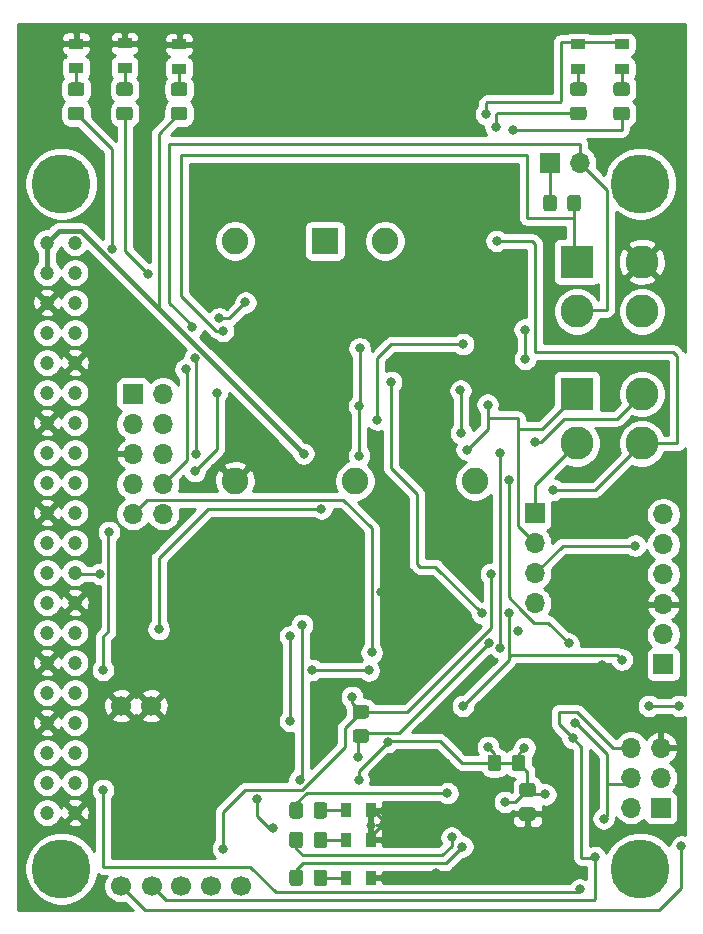
<source format=gbr>
%TF.GenerationSoftware,KiCad,Pcbnew,(5.1.6)-1*%
%TF.CreationDate,2021-04-27T14:55:35-04:00*%
%TF.ProjectId,Logic,4c6f6769-632e-46b6-9963-61645f706362,rev?*%
%TF.SameCoordinates,Original*%
%TF.FileFunction,Copper,L2,Bot*%
%TF.FilePolarity,Positive*%
%FSLAX46Y46*%
G04 Gerber Fmt 4.6, Leading zero omitted, Abs format (unit mm)*
G04 Created by KiCad (PCBNEW (5.1.6)-1) date 2021-04-27 14:55:35*
%MOMM*%
%LPD*%
G01*
G04 APERTURE LIST*
%TA.AperFunction,ComponentPad*%
%ADD10C,1.200000*%
%TD*%
%TA.AperFunction,ComponentPad*%
%ADD11C,5.000000*%
%TD*%
%TA.AperFunction,ComponentPad*%
%ADD12R,2.250000X2.250000*%
%TD*%
%TA.AperFunction,ComponentPad*%
%ADD13C,2.250000*%
%TD*%
%TA.AperFunction,SMDPad,CuDef*%
%ADD14R,1.244600X0.863600*%
%TD*%
%TA.AperFunction,ComponentPad*%
%ADD15C,2.800000*%
%TD*%
%TA.AperFunction,ComponentPad*%
%ADD16R,2.800000X2.800000*%
%TD*%
%TA.AperFunction,ComponentPad*%
%ADD17R,1.700000X1.700000*%
%TD*%
%TA.AperFunction,ComponentPad*%
%ADD18O,1.700000X1.700000*%
%TD*%
%TA.AperFunction,SMDPad,CuDef*%
%ADD19R,0.863600X1.244600*%
%TD*%
%TA.AperFunction,ComponentPad*%
%ADD20C,1.700000*%
%TD*%
%TA.AperFunction,ViaPad*%
%ADD21C,0.800000*%
%TD*%
%TA.AperFunction,Conductor*%
%ADD22C,0.250000*%
%TD*%
%TA.AperFunction,Conductor*%
%ADD23C,0.400000*%
%TD*%
%TA.AperFunction,Conductor*%
%ADD24C,0.254000*%
%TD*%
G04 APERTURE END LIST*
D10*
%TO.P,U6,32*%
%TO.N,N/C*%
X173573800Y-96408800D03*
%TO.P,U6,24*%
%TO.N,/PI_SPI_CEO*%
X173573800Y-86248800D03*
%TO.P,U6,19*%
%TO.N,/PI_SPI_MOSI*%
X175935800Y-81168800D03*
%TO.P,U6,39*%
%TO.N,/ISO_RTN*%
X175935800Y-106568800D03*
%TO.P,U6,37*%
%TO.N,N/C*%
X175935800Y-104028800D03*
%TO.P,U6,28*%
X173573800Y-91328800D03*
%TO.P,U6,30*%
%TO.N,/ISO_RTN*%
X173573800Y-93868800D03*
%TO.P,U6,23*%
%TO.N,/PI_SPI_SCLK*%
X175935800Y-86248800D03*
%TO.P,U6,22*%
%TO.N,/GPIO25*%
X173573800Y-83708800D03*
%TO.P,U6,21*%
%TO.N,/PI_SPI_MISO*%
X175935800Y-83708800D03*
%TO.P,U6,20*%
%TO.N,/ISO_RTN*%
X173573800Y-81168800D03*
%TO.P,U6,40*%
%TO.N,N/C*%
X173573800Y-106568800D03*
%TO.P,U6,29*%
X175935800Y-93868800D03*
%TO.P,U6,35*%
X175935800Y-101488800D03*
%TO.P,U6,18*%
X173573800Y-78628800D03*
%TO.P,U6,27*%
X175935800Y-91328800D03*
%TO.P,U6,38*%
X173573800Y-104028800D03*
%TO.P,U6,34*%
%TO.N,/ISO_RTN*%
X173573800Y-98948800D03*
%TO.P,U6,33*%
%TO.N,N/C*%
X175935800Y-98948800D03*
%TO.P,U6,26*%
X173573800Y-88788800D03*
%TO.P,U6,31*%
%TO.N,/SR_CTRL*%
X175935800Y-96408800D03*
%TO.P,U6,36*%
%TO.N,N/C*%
X173573800Y-101488800D03*
%TO.P,U6,25*%
%TO.N,/ISO_RTN*%
X175935800Y-88788800D03*
%TO.P,U6,11*%
%TO.N,N/C*%
X175935800Y-71008800D03*
D11*
%TO.P,U6,44*%
X223795800Y-53320800D03*
D10*
%TO.P,U6,2*%
%TO.N,/5V_ISO*%
X173573800Y-58308800D03*
%TO.P,U6,4*%
X173573800Y-60848800D03*
%TO.P,U6,1*%
%TO.N,N/C*%
X175935800Y-58308800D03*
%TO.P,U6,13*%
X175935800Y-73548800D03*
%TO.P,U6,9*%
%TO.N,/ISO_RTN*%
X175935800Y-68468800D03*
%TO.P,U6,14*%
X173573800Y-73548800D03*
D11*
%TO.P,U6,43*%
%TO.N,N/C*%
X223795800Y-111320800D03*
D10*
%TO.P,U6,17*%
X175935800Y-78628800D03*
D11*
%TO.P,U6,41*%
X174795800Y-111320800D03*
D10*
%TO.P,U6,6*%
%TO.N,/ISO_RTN*%
X173573800Y-63388800D03*
%TO.P,U6,7*%
%TO.N,N/C*%
X175935800Y-65928800D03*
%TO.P,U6,10*%
X173573800Y-68468800D03*
%TO.P,U6,8*%
X173573800Y-65928800D03*
D11*
%TO.P,U6,42*%
X174795800Y-53320800D03*
D10*
%TO.P,U6,12*%
X173573800Y-71008800D03*
%TO.P,U6,3*%
%TO.N,/SDA_ISO_PI*%
X175935800Y-60848800D03*
%TO.P,U6,5*%
%TO.N,/SCL_ISO_PI*%
X175935800Y-63388800D03*
%TO.P,U6,15*%
%TO.N,N/C*%
X175935800Y-76088800D03*
%TO.P,U6,16*%
X173573800Y-76088800D03*
%TD*%
D12*
%TO.P,U4,1*%
%TO.N,/GLV_RTN*%
X197104000Y-58166000D03*
D13*
%TO.P,U4,2*%
%TO.N,/24V*%
X202184000Y-58166000D03*
%TO.P,U4,3*%
%TO.N,/5V_ISO*%
X209804000Y-78486000D03*
%TO.P,U4,5*%
%TO.N,/ISO_RTN*%
X189484000Y-78486000D03*
%TO.P,U4,6*%
%TO.N,N/C*%
X189484000Y-58166000D03*
%TO.P,U4,4*%
X199644000Y-78486000D03*
%TD*%
%TO.P,C4,2*%
%TO.N,/3.3V_ISO*%
%TA.AperFunction,SMDPad,CuDef*%
G36*
G01*
X214699001Y-105214000D02*
X213798999Y-105214000D01*
G75*
G02*
X213549000Y-104964001I0J249999D01*
G01*
X213549000Y-104313999D01*
G75*
G02*
X213798999Y-104064000I249999J0D01*
G01*
X214699001Y-104064000D01*
G75*
G02*
X214949000Y-104313999I0J-249999D01*
G01*
X214949000Y-104964001D01*
G75*
G02*
X214699001Y-105214000I-249999J0D01*
G01*
G37*
%TD.AperFunction*%
%TO.P,C4,1*%
%TO.N,/ISO_RTN*%
%TA.AperFunction,SMDPad,CuDef*%
G36*
G01*
X214699001Y-107264000D02*
X213798999Y-107264000D01*
G75*
G02*
X213549000Y-107014001I0J249999D01*
G01*
X213549000Y-106363999D01*
G75*
G02*
X213798999Y-106114000I249999J0D01*
G01*
X214699001Y-106114000D01*
G75*
G02*
X214949000Y-106363999I0J-249999D01*
G01*
X214949000Y-107014001D01*
G75*
G02*
X214699001Y-107264000I-249999J0D01*
G01*
G37*
%TD.AperFunction*%
%TD*%
%TO.P,C1,1*%
%TO.N,/GLV_RTN*%
%TA.AperFunction,SMDPad,CuDef*%
G36*
G01*
X200602001Y-100660000D02*
X199701999Y-100660000D01*
G75*
G02*
X199452000Y-100410001I0J249999D01*
G01*
X199452000Y-99759999D01*
G75*
G02*
X199701999Y-99510000I249999J0D01*
G01*
X200602001Y-99510000D01*
G75*
G02*
X200852000Y-99759999I0J-249999D01*
G01*
X200852000Y-100410001D01*
G75*
G02*
X200602001Y-100660000I-249999J0D01*
G01*
G37*
%TD.AperFunction*%
%TO.P,C1,2*%
%TO.N,/5V_NON_ISO*%
%TA.AperFunction,SMDPad,CuDef*%
G36*
G01*
X200602001Y-98610000D02*
X199701999Y-98610000D01*
G75*
G02*
X199452000Y-98360001I0J249999D01*
G01*
X199452000Y-97709999D01*
G75*
G02*
X199701999Y-97460000I249999J0D01*
G01*
X200602001Y-97460000D01*
G75*
G02*
X200852000Y-97709999I0J-249999D01*
G01*
X200852000Y-98360001D01*
G75*
G02*
X200602001Y-98610000I-249999J0D01*
G01*
G37*
%TD.AperFunction*%
%TD*%
D14*
%TO.P,D2,2*%
%TO.N,Net-(D2-Pad2)*%
X180136800Y-43497500D03*
%TO.P,D2,1*%
%TO.N,/ISO_RTN*%
X180136800Y-41440100D03*
%TD*%
%TO.P,D3,1*%
%TO.N,/ISO_RTN*%
X176034700Y-41465500D03*
%TO.P,D3,2*%
%TO.N,Net-(D3-Pad2)*%
X176034700Y-43522900D03*
%TD*%
%TO.P,D7,1*%
%TO.N,/GLV_RTN*%
X218567000Y-41523920D03*
%TO.P,D7,2*%
%TO.N,Net-(D7-Pad2)*%
X218567000Y-43581320D03*
%TD*%
%TO.P,D8,2*%
%TO.N,Net-(D8-Pad2)*%
X222224600Y-43581320D03*
%TO.P,D8,1*%
%TO.N,/GLV_RTN*%
X222224600Y-41523920D03*
%TD*%
%TO.P,D1,1*%
%TO.N,/ISO_RTN*%
X184764680Y-41523920D03*
%TO.P,D1,2*%
%TO.N,Net-(D1-Pad2)*%
X184764680Y-43581320D03*
%TD*%
D15*
%TO.P,J1,4*%
%TO.N,N/C*%
X223940000Y-64144000D03*
%TO.P,J1,3*%
%TO.N,/ISO_RTN*%
X223940000Y-59944000D03*
%TO.P,J1,2*%
%TO.N,/BP_CAN-*%
X218440000Y-64144000D03*
D16*
%TO.P,J1,1*%
%TO.N,/BP_CAN+*%
X218440000Y-59944000D03*
%TD*%
%TO.P,J4,1*%
%TO.N,/SCL_TSI_GLV*%
X218440000Y-71120000D03*
D15*
%TO.P,J4,2*%
%TO.N,/SDA_TSI_GLV*%
X218440000Y-75320000D03*
%TO.P,J4,3*%
%TO.N,/GLV_RTN*%
X223940000Y-71120000D03*
%TO.P,J4,4*%
%TO.N,/24V*%
X223940000Y-75320000D03*
%TD*%
D17*
%TO.P,J5,1*%
%TO.N,/~MCLR~*%
X225755200Y-94030800D03*
D18*
%TO.P,J5,2*%
%TO.N,/3.3V_ISO*%
X225755200Y-91490800D03*
%TO.P,J5,3*%
%TO.N,/ISO_RTN*%
X225755200Y-88950800D03*
%TO.P,J5,4*%
%TO.N,/PGEC*%
X225755200Y-86410800D03*
%TO.P,J5,5*%
%TO.N,/PGED*%
X225755200Y-83870800D03*
%TO.P,J5,6*%
%TO.N,N/C*%
X225755200Y-81330800D03*
%TD*%
%TO.P,L1,1*%
%TO.N,/3.3V_ISO*%
%TA.AperFunction,SMDPad,CuDef*%
G36*
G01*
X210871000Y-102812001D02*
X210871000Y-101911999D01*
G75*
G02*
X211120999Y-101662000I249999J0D01*
G01*
X211771001Y-101662000D01*
G75*
G02*
X212021000Y-101911999I0J-249999D01*
G01*
X212021000Y-102812001D01*
G75*
G02*
X211771001Y-103062000I-249999J0D01*
G01*
X211120999Y-103062000D01*
G75*
G02*
X210871000Y-102812001I0J249999D01*
G01*
G37*
%TD.AperFunction*%
%TO.P,L1,2*%
%TA.AperFunction,SMDPad,CuDef*%
G36*
G01*
X212921000Y-102812001D02*
X212921000Y-101911999D01*
G75*
G02*
X213170999Y-101662000I249999J0D01*
G01*
X213821001Y-101662000D01*
G75*
G02*
X214071000Y-101911999I0J-249999D01*
G01*
X214071000Y-102812001D01*
G75*
G02*
X213821001Y-103062000I-249999J0D01*
G01*
X213170999Y-103062000D01*
G75*
G02*
X212921000Y-102812001I0J249999D01*
G01*
G37*
%TD.AperFunction*%
%TD*%
%TO.P,R5,2*%
%TO.N,Net-(D2-Pad2)*%
%TA.AperFunction,SMDPad,CuDef*%
G36*
G01*
X180586801Y-45905000D02*
X179686799Y-45905000D01*
G75*
G02*
X179436800Y-45655001I0J249999D01*
G01*
X179436800Y-45004999D01*
G75*
G02*
X179686799Y-44755000I249999J0D01*
G01*
X180586801Y-44755000D01*
G75*
G02*
X180836800Y-45004999I0J-249999D01*
G01*
X180836800Y-45655001D01*
G75*
G02*
X180586801Y-45905000I-249999J0D01*
G01*
G37*
%TD.AperFunction*%
%TO.P,R5,1*%
%TO.N,/3.3V_ISO*%
%TA.AperFunction,SMDPad,CuDef*%
G36*
G01*
X180586801Y-47955000D02*
X179686799Y-47955000D01*
G75*
G02*
X179436800Y-47705001I0J249999D01*
G01*
X179436800Y-47054999D01*
G75*
G02*
X179686799Y-46805000I249999J0D01*
G01*
X180586801Y-46805000D01*
G75*
G02*
X180836800Y-47054999I0J-249999D01*
G01*
X180836800Y-47705001D01*
G75*
G02*
X180586801Y-47955000I-249999J0D01*
G01*
G37*
%TD.AperFunction*%
%TD*%
%TO.P,R6,1*%
%TO.N,/SDA_ISO_PI*%
%TA.AperFunction,SMDPad,CuDef*%
G36*
G01*
X176484701Y-47955000D02*
X175584699Y-47955000D01*
G75*
G02*
X175334700Y-47705001I0J249999D01*
G01*
X175334700Y-47054999D01*
G75*
G02*
X175584699Y-46805000I249999J0D01*
G01*
X176484701Y-46805000D01*
G75*
G02*
X176734700Y-47054999I0J-249999D01*
G01*
X176734700Y-47705001D01*
G75*
G02*
X176484701Y-47955000I-249999J0D01*
G01*
G37*
%TD.AperFunction*%
%TO.P,R6,2*%
%TO.N,Net-(D3-Pad2)*%
%TA.AperFunction,SMDPad,CuDef*%
G36*
G01*
X176484701Y-45905000D02*
X175584699Y-45905000D01*
G75*
G02*
X175334700Y-45655001I0J249999D01*
G01*
X175334700Y-45004999D01*
G75*
G02*
X175584699Y-44755000I249999J0D01*
G01*
X176484701Y-44755000D01*
G75*
G02*
X176734700Y-45004999I0J-249999D01*
G01*
X176734700Y-45655001D01*
G75*
G02*
X176484701Y-45905000I-249999J0D01*
G01*
G37*
%TD.AperFunction*%
%TD*%
%TO.P,R13,1*%
%TO.N,/24V*%
%TA.AperFunction,SMDPad,CuDef*%
G36*
G01*
X219006841Y-47955000D02*
X218106839Y-47955000D01*
G75*
G02*
X217856840Y-47705001I0J249999D01*
G01*
X217856840Y-47054999D01*
G75*
G02*
X218106839Y-46805000I249999J0D01*
G01*
X219006841Y-46805000D01*
G75*
G02*
X219256840Y-47054999I0J-249999D01*
G01*
X219256840Y-47705001D01*
G75*
G02*
X219006841Y-47955000I-249999J0D01*
G01*
G37*
%TD.AperFunction*%
%TO.P,R13,2*%
%TO.N,Net-(D7-Pad2)*%
%TA.AperFunction,SMDPad,CuDef*%
G36*
G01*
X219006841Y-45905000D02*
X218106839Y-45905000D01*
G75*
G02*
X217856840Y-45655001I0J249999D01*
G01*
X217856840Y-45004999D01*
G75*
G02*
X218106839Y-44755000I249999J0D01*
G01*
X219006841Y-44755000D01*
G75*
G02*
X219256840Y-45004999I0J-249999D01*
G01*
X219256840Y-45655001D01*
G75*
G02*
X219006841Y-45905000I-249999J0D01*
G01*
G37*
%TD.AperFunction*%
%TD*%
%TO.P,R15,2*%
%TO.N,Net-(D8-Pad2)*%
%TA.AperFunction,SMDPad,CuDef*%
G36*
G01*
X222674601Y-45905000D02*
X221774599Y-45905000D01*
G75*
G02*
X221524600Y-45655001I0J249999D01*
G01*
X221524600Y-45004999D01*
G75*
G02*
X221774599Y-44755000I249999J0D01*
G01*
X222674601Y-44755000D01*
G75*
G02*
X222924600Y-45004999I0J-249999D01*
G01*
X222924600Y-45655001D01*
G75*
G02*
X222674601Y-45905000I-249999J0D01*
G01*
G37*
%TD.AperFunction*%
%TO.P,R15,1*%
%TO.N,/5V_NON_ISO*%
%TA.AperFunction,SMDPad,CuDef*%
G36*
G01*
X222674601Y-47955000D02*
X221774599Y-47955000D01*
G75*
G02*
X221524600Y-47705001I0J249999D01*
G01*
X221524600Y-47054999D01*
G75*
G02*
X221774599Y-46805000I249999J0D01*
G01*
X222674601Y-46805000D01*
G75*
G02*
X222924600Y-47054999I0J-249999D01*
G01*
X222924600Y-47705001D01*
G75*
G02*
X222674601Y-47955000I-249999J0D01*
G01*
G37*
%TD.AperFunction*%
%TD*%
%TO.P,R16,2*%
%TO.N,Net-(D1-Pad2)*%
%TA.AperFunction,SMDPad,CuDef*%
G36*
G01*
X185214681Y-45905000D02*
X184314679Y-45905000D01*
G75*
G02*
X184064680Y-45655001I0J249999D01*
G01*
X184064680Y-45004999D01*
G75*
G02*
X184314679Y-44755000I249999J0D01*
G01*
X185214681Y-44755000D01*
G75*
G02*
X185464680Y-45004999I0J-249999D01*
G01*
X185464680Y-45655001D01*
G75*
G02*
X185214681Y-45905000I-249999J0D01*
G01*
G37*
%TD.AperFunction*%
%TO.P,R16,1*%
%TO.N,/5V_ISO*%
%TA.AperFunction,SMDPad,CuDef*%
G36*
G01*
X185214681Y-47955000D02*
X184314679Y-47955000D01*
G75*
G02*
X184064680Y-47705001I0J249999D01*
G01*
X184064680Y-47054999D01*
G75*
G02*
X184314679Y-46805000I249999J0D01*
G01*
X185214681Y-46805000D01*
G75*
G02*
X185464680Y-47054999I0J-249999D01*
G01*
X185464680Y-47705001D01*
G75*
G02*
X185214681Y-47955000I-249999J0D01*
G01*
G37*
%TD.AperFunction*%
%TD*%
D17*
%TO.P,J2,1*%
%TO.N,/SDA_TSI_GLV*%
X214884000Y-81229200D03*
D18*
%TO.P,J2,2*%
%TO.N,/SCL_TSI_GLV*%
X214884000Y-83769200D03*
%TO.P,J2,3*%
%TO.N,/5V_NON_ISO*%
X214884000Y-86309200D03*
%TO.P,J2,4*%
%TO.N,/GLV_RTN*%
X214884000Y-88849200D03*
%TD*%
%TO.P,R8,1*%
%TO.N,/STATE_OUT_1*%
%TA.AperFunction,SMDPad,CuDef*%
G36*
G01*
X194098000Y-106825201D02*
X194098000Y-105925199D01*
G75*
G02*
X194347999Y-105675200I249999J0D01*
G01*
X194998001Y-105675200D01*
G75*
G02*
X195248000Y-105925199I0J-249999D01*
G01*
X195248000Y-106825201D01*
G75*
G02*
X194998001Y-107075200I-249999J0D01*
G01*
X194347999Y-107075200D01*
G75*
G02*
X194098000Y-106825201I0J249999D01*
G01*
G37*
%TD.AperFunction*%
%TO.P,R8,2*%
%TO.N,Net-(D4-Pad2)*%
%TA.AperFunction,SMDPad,CuDef*%
G36*
G01*
X196148000Y-106825201D02*
X196148000Y-105925199D01*
G75*
G02*
X196397999Y-105675200I249999J0D01*
G01*
X197048001Y-105675200D01*
G75*
G02*
X197298000Y-105925199I0J-249999D01*
G01*
X197298000Y-106825201D01*
G75*
G02*
X197048001Y-107075200I-249999J0D01*
G01*
X196397999Y-107075200D01*
G75*
G02*
X196148000Y-106825201I0J249999D01*
G01*
G37*
%TD.AperFunction*%
%TD*%
%TO.P,R9,1*%
%TO.N,/STATE_OUT_2*%
%TA.AperFunction,SMDPad,CuDef*%
G36*
G01*
X194098000Y-109339801D02*
X194098000Y-108439799D01*
G75*
G02*
X194347999Y-108189800I249999J0D01*
G01*
X194998001Y-108189800D01*
G75*
G02*
X195248000Y-108439799I0J-249999D01*
G01*
X195248000Y-109339801D01*
G75*
G02*
X194998001Y-109589800I-249999J0D01*
G01*
X194347999Y-109589800D01*
G75*
G02*
X194098000Y-109339801I0J249999D01*
G01*
G37*
%TD.AperFunction*%
%TO.P,R9,2*%
%TO.N,Net-(D5-Pad2)*%
%TA.AperFunction,SMDPad,CuDef*%
G36*
G01*
X196148000Y-109339801D02*
X196148000Y-108439799D01*
G75*
G02*
X196397999Y-108189800I249999J0D01*
G01*
X197048001Y-108189800D01*
G75*
G02*
X197298000Y-108439799I0J-249999D01*
G01*
X197298000Y-109339801D01*
G75*
G02*
X197048001Y-109589800I-249999J0D01*
G01*
X196397999Y-109589800D01*
G75*
G02*
X196148000Y-109339801I0J249999D01*
G01*
G37*
%TD.AperFunction*%
%TD*%
%TO.P,R11,2*%
%TO.N,Net-(D6-Pad2)*%
%TA.AperFunction,SMDPad,CuDef*%
G36*
G01*
X196148000Y-112540201D02*
X196148000Y-111640199D01*
G75*
G02*
X196397999Y-111390200I249999J0D01*
G01*
X197048001Y-111390200D01*
G75*
G02*
X197298000Y-111640199I0J-249999D01*
G01*
X197298000Y-112540201D01*
G75*
G02*
X197048001Y-112790200I-249999J0D01*
G01*
X196397999Y-112790200D01*
G75*
G02*
X196148000Y-112540201I0J249999D01*
G01*
G37*
%TD.AperFunction*%
%TO.P,R11,1*%
%TO.N,/STATE_OUT_3*%
%TA.AperFunction,SMDPad,CuDef*%
G36*
G01*
X194098000Y-112540201D02*
X194098000Y-111640199D01*
G75*
G02*
X194347999Y-111390200I249999J0D01*
G01*
X194998001Y-111390200D01*
G75*
G02*
X195248000Y-111640199I0J-249999D01*
G01*
X195248000Y-112540201D01*
G75*
G02*
X194998001Y-112790200I-249999J0D01*
G01*
X194347999Y-112790200D01*
G75*
G02*
X194098000Y-112540201I0J249999D01*
G01*
G37*
%TD.AperFunction*%
%TD*%
D19*
%TO.P,D4,1*%
%TO.N,/ISO_RTN*%
X200977500Y-106375200D03*
%TO.P,D4,2*%
%TO.N,Net-(D4-Pad2)*%
X198920100Y-106375200D03*
%TD*%
%TO.P,D5,1*%
%TO.N,/ISO_RTN*%
X200977500Y-108889800D03*
%TO.P,D5,2*%
%TO.N,Net-(D5-Pad2)*%
X198920100Y-108889800D03*
%TD*%
%TO.P,D6,2*%
%TO.N,Net-(D6-Pad2)*%
X198920100Y-112090200D03*
%TO.P,D6,1*%
%TO.N,/ISO_RTN*%
X200977500Y-112090200D03*
%TD*%
D20*
%TO.P,U10,4*%
%TO.N,/SCL_ISO_PI*%
X182473600Y-112776000D03*
%TO.P,U10,3*%
%TO.N,/ISO_RTN*%
X184912000Y-112776000D03*
%TO.P,U10,2*%
%TO.N,N/C*%
X187452000Y-112776000D03*
%TO.P,U10,1*%
%TO.N,/3.3V_ISO*%
X189992000Y-112776000D03*
%TO.P,U10,5*%
%TO.N,/SDA_ISO_PI*%
X179832000Y-112776000D03*
%TO.P,U10,6*%
%TO.N,/ISO_RTN*%
X179832000Y-97536000D03*
%TO.P,U10,7*%
X182372000Y-97536000D03*
%TD*%
D17*
%TO.P,J3,1*%
%TO.N,/Cooling_CTRL*%
X180848000Y-71120000D03*
D18*
%TO.P,J3,2*%
%TO.N,/SDA_TSI_GLV*%
X183388000Y-71120000D03*
%TO.P,J3,3*%
%TO.N,/SR_CTRL*%
X180848000Y-73660000D03*
%TO.P,J3,4*%
%TO.N,/SCL_TSI_GLV*%
X183388000Y-73660000D03*
%TO.P,J3,5*%
%TO.N,/ISO_RTN*%
X180848000Y-76200000D03*
%TO.P,J3,6*%
%TO.N,/BP_CAN-*%
X183388000Y-76200000D03*
%TO.P,J3,7*%
%TO.N,/3.3V_ISO*%
X180848000Y-78740000D03*
%TO.P,J3,8*%
%TO.N,/BP_CAN+*%
X183388000Y-78740000D03*
%TO.P,J3,9*%
%TO.N,/FlowRate*%
X180848000Y-81280000D03*
%TO.P,J3,10*%
%TO.N,N/C*%
X183388000Y-81280000D03*
%TD*%
D17*
%TO.P,J6,1*%
%TO.N,Net-(J6-Pad1)*%
X216154000Y-51562000D03*
D18*
%TO.P,J6,2*%
%TO.N,/BP_CAN-*%
X218694000Y-51562000D03*
%TD*%
%TO.P,R7,1*%
%TO.N,Net-(J6-Pad1)*%
%TA.AperFunction,SMDPad,CuDef*%
G36*
G01*
X215579000Y-55415601D02*
X215579000Y-54515599D01*
G75*
G02*
X215828999Y-54265600I249999J0D01*
G01*
X216479001Y-54265600D01*
G75*
G02*
X216729000Y-54515599I0J-249999D01*
G01*
X216729000Y-55415601D01*
G75*
G02*
X216479001Y-55665600I-249999J0D01*
G01*
X215828999Y-55665600D01*
G75*
G02*
X215579000Y-55415601I0J249999D01*
G01*
G37*
%TD.AperFunction*%
%TO.P,R7,2*%
%TO.N,/BP_CAN+*%
%TA.AperFunction,SMDPad,CuDef*%
G36*
G01*
X217629000Y-55415601D02*
X217629000Y-54515599D01*
G75*
G02*
X217878999Y-54265600I249999J0D01*
G01*
X218529001Y-54265600D01*
G75*
G02*
X218779000Y-54515599I0J-249999D01*
G01*
X218779000Y-55415601D01*
G75*
G02*
X218529001Y-55665600I-249999J0D01*
G01*
X217878999Y-55665600D01*
G75*
G02*
X217629000Y-55415601I0J249999D01*
G01*
G37*
%TD.AperFunction*%
%TD*%
D17*
%TO.P,U11,1*%
%TO.N,N/C*%
X225552000Y-106172000D03*
D18*
%TO.P,U11,2*%
%TO.N,/3.3V_ISO*%
X223012000Y-106172000D03*
%TO.P,U11,3*%
%TO.N,N/C*%
X225552000Y-103632000D03*
%TO.P,U11,4*%
%TO.N,/SDA_ISO_PI*%
X223012000Y-103632000D03*
%TO.P,U11,5*%
%TO.N,/ISO_RTN*%
X225552000Y-101092000D03*
%TO.P,U11,6*%
%TO.N,/SCL_ISO_PI*%
X223012000Y-101092000D03*
%TD*%
D21*
%TO.N,/24V*%
X211556600Y-48514000D03*
X216408000Y-79248000D03*
X211632800Y-58166000D03*
%TO.N,/BP_CAN-*%
X194963847Y-103777847D03*
X195173600Y-90678000D03*
X186182000Y-76200000D03*
X185877200Y-65481200D03*
X186064015Y-68088385D03*
X191363600Y-105397300D03*
X192709800Y-107886500D03*
%TO.N,/BP_CAN+*%
X194157600Y-91643200D03*
X194157600Y-98806000D03*
X188468000Y-65786000D03*
X185318400Y-69037200D03*
%TO.N,/Cooling_CTRL*%
X218668600Y-113080800D03*
X178308000Y-104648000D03*
X178308000Y-94488000D03*
X178816000Y-82804000D03*
%TO.N,/GLV_RTN*%
X199898000Y-101854000D03*
X213461600Y-91186000D03*
X210958170Y-92237387D03*
X210762799Y-47428201D03*
X214884000Y-75184000D03*
%TO.N,/5V_NON_ISO*%
X199390000Y-96774000D03*
X223367600Y-83972400D03*
X213024720Y-48742600D03*
X211161800Y-86360000D03*
X188468000Y-109626400D03*
X214010240Y-65679320D03*
X214045800Y-68163440D03*
%TO.N,/3.3V_ISO*%
X215773000Y-105029000D03*
X213995000Y-101092000D03*
X210922540Y-101016001D03*
X199948800Y-103784400D03*
X222250000Y-93624400D03*
X187960000Y-71018400D03*
X186080400Y-77673200D03*
X182133240Y-60960000D03*
X202438000Y-100584000D03*
X212648800Y-89712800D03*
X210413600Y-89712800D03*
X202701000Y-70095000D03*
X212344000Y-105664000D03*
X208788000Y-97536000D03*
X224536000Y-97536000D03*
X227076000Y-97536000D03*
%TO.N,/5V_ISO*%
X196033447Y-94484247D03*
X200812400Y-94538800D03*
X183032400Y-91033600D03*
X196799200Y-80829999D03*
X200050400Y-67259200D03*
X199999600Y-72136000D03*
X199999600Y-76352400D03*
X195291101Y-76184099D03*
%TO.N,/SDA_ISO_PI*%
X179052147Y-58813773D03*
X220705680Y-107076240D03*
X208630520Y-74442320D03*
X208574640Y-70830440D03*
X217733880Y-92252800D03*
X218236800Y-99009200D03*
X212648800Y-78384400D03*
X227281401Y-109425401D03*
%TO.N,/SCL_ISO_PI*%
X211886800Y-92608400D03*
X218084400Y-100279200D03*
X188158547Y-64723853D03*
X211886800Y-76089700D03*
X190373000Y-63373000D03*
X219950094Y-110349094D03*
%TO.N,/SCL_TSI_GLV*%
X210870800Y-72034400D03*
X209092800Y-75844400D03*
%TO.N,/SDA_TSI_GLV*%
X201537401Y-73290599D03*
X208813400Y-66903600D03*
%TO.N,/PI_SPI_SCLK*%
X178054900Y-86360000D03*
%TO.N,/ISO_RTN*%
X215900000Y-106680000D03*
X203809600Y-95554800D03*
X201879200Y-87884000D03*
X220573600Y-94081600D03*
X194665600Y-70866000D03*
X207010000Y-74422000D03*
X195580000Y-78587600D03*
X201015600Y-80670400D03*
X207365600Y-102362000D03*
X206502000Y-111658400D03*
X202158600Y-107365800D03*
X212852000Y-94996000D03*
%TO.N,/FlowRate*%
X201066400Y-93014800D03*
%TO.N,/STATE_OUT_1*%
X207467200Y-104927400D03*
%TO.N,/STATE_OUT_2*%
X207832000Y-108677400D03*
%TO.N,/STATE_OUT_3*%
X208737200Y-109448600D03*
%TD*%
D22*
%TO.N,/24V*%
X218556840Y-47380000D02*
X214585440Y-47380000D01*
X211556600Y-48514000D02*
X211556600Y-47472600D01*
X211649200Y-47380000D02*
X218556840Y-47380000D01*
X211556600Y-47472600D02*
X211649200Y-47380000D01*
X220012000Y-79248000D02*
X223940000Y-75320000D01*
X216408000Y-79248000D02*
X220012000Y-79248000D01*
X223940000Y-75320000D02*
X226940000Y-75320000D01*
X226940000Y-75320000D02*
X226940000Y-67936000D01*
X226940000Y-67936000D02*
X226568000Y-67564000D01*
X226568000Y-67564000D02*
X214884000Y-67564000D01*
X214884000Y-67564000D02*
X214884000Y-58420000D01*
X214884000Y-58420000D02*
X214630000Y-58166000D01*
X214630000Y-58166000D02*
X211632800Y-58166000D01*
%TO.N,Net-(D1-Pad2)*%
X184785000Y-43624500D02*
X184823100Y-43586400D01*
X184764680Y-45330000D02*
X184764680Y-43581320D01*
%TO.N,Net-(D2-Pad2)*%
X180136800Y-45266500D02*
X180200300Y-45330000D01*
X180136800Y-45330000D02*
X180136800Y-43497500D01*
%TO.N,Net-(D3-Pad2)*%
X176009300Y-43548300D02*
X176034700Y-43522900D01*
X176034700Y-45330000D02*
X176034700Y-43522900D01*
%TO.N,Net-(D5-Pad2)*%
X196723000Y-108924200D02*
X196714000Y-108915200D01*
X198920100Y-108889800D02*
X196723000Y-108889800D01*
%TO.N,Net-(D6-Pad2)*%
X198920100Y-112090200D02*
X196723000Y-112090200D01*
%TO.N,/BP_CAN-*%
X195173600Y-103568094D02*
X194963847Y-103777847D01*
X195173600Y-90678000D02*
X195173600Y-103568094D01*
X218694000Y-51562000D02*
X218694000Y-49936400D01*
X218694000Y-49936400D02*
X183896000Y-49936400D01*
X183896000Y-49936400D02*
X183896000Y-63398400D01*
X186182000Y-70612000D02*
X186182000Y-76200000D01*
X185826400Y-65328800D02*
X185826400Y-65430400D01*
X185826400Y-65430400D02*
X185877200Y-65481200D01*
X183896000Y-63398400D02*
X185826400Y-65328800D01*
X186182000Y-70612000D02*
X186182000Y-68206370D01*
X186182000Y-68206370D02*
X186064015Y-68088385D01*
X191363600Y-105397300D02*
X191363600Y-106845100D01*
X191363600Y-106845100D02*
X192379600Y-107861100D01*
X192379600Y-107861100D02*
X192684400Y-107861100D01*
X192684400Y-107861100D02*
X192709800Y-107886500D01*
X218694000Y-51562000D02*
X220980000Y-53848000D01*
X220980000Y-53848000D02*
X220980000Y-64008000D01*
X218576000Y-64008000D02*
X218440000Y-64144000D01*
X220980000Y-64008000D02*
X218576000Y-64008000D01*
%TO.N,/BP_CAN+*%
X194157600Y-91643200D02*
X194157600Y-98806000D01*
X185420000Y-76708000D02*
X183388000Y-78740000D01*
X185420000Y-72136000D02*
X185420000Y-76708000D01*
X185420000Y-72136000D02*
X185420000Y-69138800D01*
X185420000Y-69138800D02*
X185318400Y-69037200D01*
X187902315Y-65786000D02*
X188468000Y-65786000D01*
X184912000Y-62795685D02*
X187902315Y-65786000D01*
X184912000Y-50901600D02*
X184912000Y-62795685D01*
X214223600Y-50901600D02*
X184912000Y-50901600D01*
X217982800Y-59486800D02*
X218440000Y-59944000D01*
X218084400Y-56235600D02*
X218204000Y-56116000D01*
X214223600Y-56235600D02*
X218084400Y-56235600D01*
X218204000Y-54965600D02*
X218204000Y-56116000D01*
X214223600Y-56235600D02*
X214223600Y-50901600D01*
X218204000Y-56116000D02*
X218204000Y-56624000D01*
X218204000Y-59708000D02*
X218440000Y-59944000D01*
X218204000Y-54965600D02*
X218204000Y-59708000D01*
%TO.N,/Cooling_CTRL*%
X192938400Y-113334800D02*
X215939082Y-113334800D01*
X190754000Y-111150400D02*
X192938400Y-113334800D01*
X178308000Y-111150400D02*
X190754000Y-111150400D01*
X178779901Y-91209297D02*
X178308000Y-91681198D01*
X218414600Y-113334800D02*
X218668600Y-113080800D01*
X215939082Y-113334800D02*
X218414600Y-113334800D01*
X178308000Y-105156000D02*
X178308000Y-104648000D01*
X178308000Y-105156000D02*
X178308000Y-111150400D01*
X178308000Y-91681198D02*
X178308000Y-94488000D01*
X178779901Y-82767901D02*
X178816000Y-82804000D01*
X178779901Y-82767901D02*
X178779901Y-91209297D01*
%TO.N,/GLV_RTN*%
X199898000Y-100339000D02*
X200152000Y-100085000D01*
X199898000Y-101854000D02*
X199898000Y-100339000D01*
X214247590Y-88849200D02*
X214884000Y-88849200D01*
X222214440Y-41323260D02*
X222224600Y-41313100D01*
X218567000Y-41323260D02*
X222214440Y-41323260D01*
X200152000Y-100085000D02*
X200428801Y-99808199D01*
X217096340Y-46327060D02*
X217096340Y-41323260D01*
X218567000Y-41323260D02*
X217096340Y-41323260D01*
X203389399Y-99806158D02*
X203389399Y-99808199D01*
X210958170Y-92237387D02*
X203389399Y-99806158D01*
X200428801Y-99808199D02*
X203389399Y-99808199D01*
X210762799Y-47428201D02*
X210762799Y-46513801D01*
X210858100Y-46418500D02*
X217004900Y-46418500D01*
X210762799Y-46513801D02*
X210858100Y-46418500D01*
X217004900Y-46418500D02*
X217096340Y-46327060D01*
X217362501Y-73213499D02*
X221846501Y-73213499D01*
X221846501Y-73213499D02*
X223940000Y-71120000D01*
X214884000Y-75184000D02*
X215392000Y-75184000D01*
X215392000Y-75184000D02*
X217362501Y-73213499D01*
%TO.N,/5V_NON_ISO*%
X199390000Y-97273000D02*
X200152000Y-98035000D01*
X199390000Y-96774000D02*
X199390000Y-97273000D01*
X217220800Y-83972400D02*
X214884000Y-86309200D01*
X223367600Y-83972400D02*
X217220800Y-83972400D01*
X222224600Y-47380000D02*
X222224600Y-48757840D01*
X222224600Y-48757840D02*
X222209360Y-48742600D01*
X222209360Y-48742600D02*
X213024720Y-48742600D01*
X204072600Y-98035000D02*
X200152000Y-98035000D01*
X211161800Y-90945800D02*
X204072600Y-98035000D01*
X211161800Y-86360000D02*
X211161800Y-90945800D01*
X214010240Y-68127880D02*
X214045800Y-68163440D01*
X214010240Y-65679320D02*
X214010240Y-68127880D01*
X198780400Y-99406600D02*
X200152000Y-98035000D01*
X188468000Y-109626400D02*
X188468000Y-106527600D01*
X188468000Y-106527600D02*
X190323301Y-104672299D01*
X190323301Y-104672299D02*
X195142397Y-104672299D01*
X198780400Y-101034296D02*
X198780400Y-99406600D01*
X195142397Y-104672299D02*
X198780400Y-101034296D01*
%TO.N,/3.3V_ISO*%
X214639000Y-105029000D02*
X214249000Y-104639000D01*
X215773000Y-105029000D02*
X214639000Y-105029000D01*
X213496000Y-102362000D02*
X213496000Y-101591000D01*
X213496000Y-101591000D02*
X213995000Y-101092000D01*
X211446000Y-102362000D02*
X211446000Y-101539461D01*
X211446000Y-101539461D02*
X210922540Y-101016001D01*
X203200000Y-100533200D02*
X203708000Y-100533200D01*
X214249000Y-103115000D02*
X213496000Y-102362000D01*
X214249000Y-104639000D02*
X214249000Y-103115000D01*
X213496000Y-102362000D02*
X211446000Y-102362000D01*
X187960000Y-71018400D02*
X187960000Y-75793600D01*
X187960000Y-75793600D02*
X186080400Y-77673200D01*
X180200300Y-59027060D02*
X182133240Y-60960000D01*
X180200300Y-47380000D02*
X180200300Y-59027060D01*
X212845599Y-93224401D02*
X212657800Y-93412200D01*
X222250000Y-93624400D02*
X221850001Y-93224401D01*
X221850001Y-93224401D02*
X212845599Y-93224401D01*
X211446000Y-102362000D02*
X208686400Y-102362000D01*
X208686400Y-102362000D02*
X206857600Y-100533200D01*
X206857600Y-100533200D02*
X203708000Y-100533200D01*
X202488800Y-100533200D02*
X202438000Y-100584000D01*
X203200000Y-100533200D02*
X202488800Y-100533200D01*
X199948800Y-103073200D02*
X202438000Y-100584000D01*
X199948800Y-103784400D02*
X199948800Y-103073200D01*
X212657800Y-89721800D02*
X212648800Y-89712800D01*
X212657800Y-93633400D02*
X212657800Y-89721800D01*
X212657800Y-93412200D02*
X212657800Y-93633400D01*
X205130400Y-85750400D02*
X204876400Y-85496400D01*
X206451200Y-85750400D02*
X205130400Y-85750400D01*
X210413600Y-89712800D02*
X206451200Y-85750400D01*
X202701000Y-77428200D02*
X204876400Y-79603600D01*
X202701000Y-70095000D02*
X202701000Y-77428200D01*
X204876400Y-85496400D02*
X204876400Y-79603600D01*
X213224000Y-105664000D02*
X214249000Y-104639000D01*
X212344000Y-105664000D02*
X213224000Y-105664000D01*
X212657800Y-93633400D02*
X212657800Y-93666200D01*
X212657800Y-93666200D02*
X208788000Y-97536000D01*
X224536000Y-97536000D02*
X227076000Y-97536000D01*
D23*
%TO.N,/5V_ISO*%
X176415801Y-57308799D02*
X174573801Y-57308799D01*
X174573801Y-57308799D02*
X173573800Y-58308800D01*
X173573800Y-58308800D02*
X173573800Y-60848800D01*
D22*
X196033447Y-94484247D02*
X200757847Y-94484247D01*
X200757847Y-94484247D02*
X200812400Y-94538800D01*
X183015281Y-49149719D02*
X183015281Y-63908279D01*
X184785000Y-47380000D02*
X183015281Y-49149719D01*
D23*
X183015281Y-63908279D02*
X176415801Y-57308799D01*
D22*
X183032400Y-91033600D02*
X183032400Y-85039200D01*
X183032400Y-85039200D02*
X187241601Y-80829999D01*
X187241601Y-80829999D02*
X196799200Y-80829999D01*
X200050400Y-72085200D02*
X199999600Y-72136000D01*
X200050400Y-67259200D02*
X200050400Y-72085200D01*
D23*
X193538501Y-74431499D02*
X183015281Y-63908279D01*
D22*
X199999600Y-72136000D02*
X199999600Y-76352400D01*
D23*
X195291101Y-76184099D02*
X193538501Y-74431499D01*
D22*
%TO.N,/SDA_ISO_PI*%
X179832000Y-112776000D02*
X181864000Y-114808000D01*
X224282000Y-114808000D02*
X224489602Y-114808000D01*
X223875600Y-114808000D02*
X225399600Y-114808000D01*
X223875600Y-114808000D02*
X224282000Y-114808000D01*
X181864000Y-114808000D02*
X223875600Y-114808000D01*
X227281401Y-112926199D02*
X227281401Y-111046599D01*
X225399600Y-114808000D02*
X227281401Y-112926199D01*
X227281401Y-111046599D02*
X227281401Y-112016201D01*
X179052147Y-50422847D02*
X176009300Y-47380000D01*
X179052147Y-58813773D02*
X179052147Y-50422847D01*
X217733880Y-92252800D02*
X215996520Y-90515440D01*
X215996520Y-90515440D02*
X214811238Y-90515440D01*
X208630520Y-74442320D02*
X208630520Y-70886320D01*
X208630520Y-70886320D02*
X208574640Y-70830440D01*
X218315540Y-98930460D02*
X218236800Y-99009200D01*
X220982540Y-106799380D02*
X220705680Y-107076240D01*
X220982540Y-101597460D02*
X218315540Y-98930460D01*
X212648800Y-88353002D02*
X213735099Y-89439301D01*
X212648800Y-78384400D02*
X212648800Y-88353002D01*
X214811238Y-90515440D02*
X213735099Y-89439301D01*
X220982540Y-104137460D02*
X222506540Y-104137460D01*
X220982540Y-104137460D02*
X220982540Y-106799380D01*
X222506540Y-104137460D02*
X223012000Y-103632000D01*
X220982540Y-101597460D02*
X220982540Y-104137460D01*
X227281401Y-109425401D02*
X227281401Y-111046599D01*
%TO.N,/SCL_ISO_PI*%
X183648601Y-113951001D02*
X216348187Y-113951001D01*
X182473600Y-112776000D02*
X183648601Y-113951001D01*
X188158547Y-64723853D02*
X189022147Y-64723853D01*
X211886800Y-76089700D02*
X211886800Y-92608400D01*
X189022147Y-64723853D02*
X190373000Y-63373000D01*
X216348187Y-113951001D02*
X219881199Y-113951001D01*
X219950094Y-113882106D02*
X219950094Y-110349094D01*
X219881199Y-113951001D02*
X219950094Y-113882106D01*
X218794394Y-100989194D02*
X218084400Y-100279200D01*
X218794394Y-110387194D02*
X218794394Y-100989194D01*
X219911994Y-110387194D02*
X219950094Y-110349094D01*
X218794394Y-110387194D02*
X219911994Y-110387194D01*
X216916000Y-98044000D02*
X218440000Y-98044000D01*
X218440000Y-98044000D02*
X221488000Y-101092000D01*
X216916000Y-99110800D02*
X216916000Y-98044000D01*
X221488000Y-101092000D02*
X223012000Y-101092000D01*
X218084400Y-100279200D02*
X216916000Y-99110800D01*
%TO.N,/SCL_TSI_GLV*%
X209092800Y-75844400D02*
X210870800Y-74066400D01*
X210870800Y-74066400D02*
X210870800Y-73609200D01*
X210870800Y-73609200D02*
X210870800Y-73202800D01*
X210870800Y-73202800D02*
X210870800Y-72034400D01*
X213410800Y-73228200D02*
X213436200Y-73202800D01*
X214884000Y-83769200D02*
X213410800Y-82296000D01*
X213436200Y-73202800D02*
X210870800Y-73202800D01*
X215442800Y-74117200D02*
X218440000Y-71120000D01*
X213410800Y-74117200D02*
X213410800Y-73228200D01*
X213410800Y-74117200D02*
X215442800Y-74117200D01*
X213410800Y-82296000D02*
X213410800Y-74117200D01*
%TO.N,/SDA_TSI_GLV*%
X203606400Y-66903600D02*
X202692000Y-66903600D01*
X201537401Y-68058199D02*
X201537401Y-73290599D01*
X202692000Y-66903600D02*
X201537401Y-68058199D01*
X203606400Y-66903600D02*
X208813400Y-66903600D01*
X214833200Y-81178400D02*
X214884000Y-81229200D01*
X214884000Y-78876000D02*
X214884000Y-81229200D01*
X218440000Y-75320000D02*
X214884000Y-78876000D01*
%TO.N,/PI_SPI_SCLK*%
X176078600Y-86106000D02*
X175935800Y-86248800D01*
X176188346Y-86501346D02*
X175935800Y-86248800D01*
X176047000Y-86360000D02*
X175935800Y-86248800D01*
X178054900Y-86360000D02*
X176047000Y-86360000D01*
%TO.N,/ISO_RTN*%
X214258000Y-106680000D02*
X214249000Y-106689000D01*
X215900000Y-106680000D02*
X214258000Y-106680000D01*
X184706260Y-41465500D02*
X184764680Y-41523920D01*
X176034700Y-41465500D02*
X184706260Y-41465500D01*
X206095600Y-112064800D02*
X206502000Y-111658400D01*
X200977500Y-106375200D02*
X201168000Y-106375200D01*
X201168000Y-106375200D02*
X202158600Y-107365800D01*
X200964800Y-108915200D02*
X200990200Y-108889800D01*
X200977500Y-108546900D02*
X202158600Y-107365800D01*
X200977500Y-108889800D02*
X200977500Y-108546900D01*
X206070200Y-112090200D02*
X206502000Y-111658400D01*
X200977500Y-112090200D02*
X206070200Y-112090200D01*
%TO.N,/FlowRate*%
X198672199Y-80104999D02*
X182023001Y-80104999D01*
X201066400Y-82499200D02*
X198672199Y-80104999D01*
X182023001Y-80104999D02*
X180848000Y-81280000D01*
X201066400Y-93014800D02*
X201066400Y-82499200D01*
%TO.N,/STATE_OUT_1*%
X194673000Y-105778106D02*
X194673000Y-106375200D01*
X195549106Y-104902000D02*
X194673000Y-105778106D01*
X207467200Y-104927400D02*
X207441800Y-104902000D01*
X207441800Y-104902000D02*
X195549106Y-104902000D01*
%TO.N,/STATE_OUT_2*%
X194673000Y-109633800D02*
X194673000Y-108889800D01*
X195224400Y-110185200D02*
X194673000Y-109633800D01*
X207035400Y-110185200D02*
X195224400Y-110185200D01*
X207832000Y-108677400D02*
X207832000Y-109388600D01*
X207832000Y-109388600D02*
X207035400Y-110185200D01*
%TO.N,/STATE_OUT_3*%
X195233400Y-110862000D02*
X194673000Y-111422400D01*
X208737200Y-109448600D02*
X207323800Y-110862000D01*
X194673000Y-111422400D02*
X194673000Y-112090200D01*
X207323800Y-110862000D02*
X195233400Y-110862000D01*
%TO.N,Net-(D4-Pad2)*%
X196723000Y-106375200D02*
X198920100Y-106375200D01*
%TO.N,Net-(D7-Pad2)*%
X218567000Y-45319840D02*
X218556840Y-45330000D01*
X218556840Y-43591480D02*
X218567000Y-43581320D01*
X218556840Y-45330000D02*
X218556840Y-43591480D01*
%TO.N,Net-(D8-Pad2)*%
X222224600Y-45330000D02*
X222224600Y-43581320D01*
%TO.N,Net-(J6-Pad1)*%
X216154000Y-51562000D02*
X216154000Y-54965600D01*
%TD*%
D24*
%TO.N,/ISO_RTN*%
G36*
X227590000Y-67539836D02*
G01*
X227574974Y-67511724D01*
X227480001Y-67395999D01*
X227451002Y-67372200D01*
X227131803Y-67053002D01*
X227108001Y-67023999D01*
X226992276Y-66929026D01*
X226860247Y-66858454D01*
X226716986Y-66814997D01*
X226605333Y-66804000D01*
X226605322Y-66804000D01*
X226568000Y-66800324D01*
X226530678Y-66804000D01*
X215644000Y-66804000D01*
X215644000Y-58457322D01*
X215647676Y-58419999D01*
X215644000Y-58382676D01*
X215644000Y-58382667D01*
X215633003Y-58271014D01*
X215589546Y-58127753D01*
X215518974Y-57995724D01*
X215424001Y-57879999D01*
X215394997Y-57856196D01*
X215193804Y-57655003D01*
X215170001Y-57625999D01*
X215054276Y-57531026D01*
X214922247Y-57460454D01*
X214778986Y-57416997D01*
X214667333Y-57406000D01*
X214667322Y-57406000D01*
X214630000Y-57402324D01*
X214592678Y-57406000D01*
X212336511Y-57406000D01*
X212292574Y-57362063D01*
X212123056Y-57248795D01*
X211934698Y-57170774D01*
X211734739Y-57131000D01*
X211530861Y-57131000D01*
X211330902Y-57170774D01*
X211142544Y-57248795D01*
X210973026Y-57362063D01*
X210828863Y-57506226D01*
X210715595Y-57675744D01*
X210637574Y-57864102D01*
X210597800Y-58064061D01*
X210597800Y-58267939D01*
X210637574Y-58467898D01*
X210715595Y-58656256D01*
X210828863Y-58825774D01*
X210973026Y-58969937D01*
X211142544Y-59083205D01*
X211330902Y-59161226D01*
X211530861Y-59201000D01*
X211734739Y-59201000D01*
X211934698Y-59161226D01*
X212123056Y-59083205D01*
X212292574Y-58969937D01*
X212336511Y-58926000D01*
X214124001Y-58926000D01*
X214124000Y-64646671D01*
X214112179Y-64644320D01*
X213908301Y-64644320D01*
X213708342Y-64684094D01*
X213519984Y-64762115D01*
X213350466Y-64875383D01*
X213206303Y-65019546D01*
X213093035Y-65189064D01*
X213015014Y-65377422D01*
X212975240Y-65577381D01*
X212975240Y-65781259D01*
X213015014Y-65981218D01*
X213093035Y-66169576D01*
X213206303Y-66339094D01*
X213250240Y-66383031D01*
X213250241Y-67495288D01*
X213241863Y-67503666D01*
X213128595Y-67673184D01*
X213050574Y-67861542D01*
X213010800Y-68061501D01*
X213010800Y-68265379D01*
X213050574Y-68465338D01*
X213128595Y-68653696D01*
X213241863Y-68823214D01*
X213386026Y-68967377D01*
X213555544Y-69080645D01*
X213743902Y-69158666D01*
X213943861Y-69198440D01*
X214147739Y-69198440D01*
X214347698Y-69158666D01*
X214536056Y-69080645D01*
X214705574Y-68967377D01*
X214849737Y-68823214D01*
X214963005Y-68653696D01*
X215041026Y-68465338D01*
X215069140Y-68324000D01*
X226180001Y-68324000D01*
X226180000Y-74560000D01*
X225827865Y-74560000D01*
X225743393Y-74356066D01*
X225520687Y-74022763D01*
X225237237Y-73739313D01*
X224903934Y-73516607D01*
X224533587Y-73363204D01*
X224140430Y-73285000D01*
X223739570Y-73285000D01*
X223346413Y-73363204D01*
X222976066Y-73516607D01*
X222642763Y-73739313D01*
X222359313Y-74022763D01*
X222136607Y-74356066D01*
X221983204Y-74726413D01*
X221905000Y-75119570D01*
X221905000Y-75520430D01*
X221983204Y-75913587D01*
X222067677Y-76117522D01*
X219697199Y-78488000D01*
X217111711Y-78488000D01*
X217067774Y-78444063D01*
X216898256Y-78330795D01*
X216709898Y-78252774D01*
X216603243Y-78231559D01*
X217642479Y-77192324D01*
X217846413Y-77276796D01*
X218239570Y-77355000D01*
X218640430Y-77355000D01*
X219033587Y-77276796D01*
X219403934Y-77123393D01*
X219737237Y-76900687D01*
X220020687Y-76617237D01*
X220243393Y-76283934D01*
X220396796Y-75913587D01*
X220475000Y-75520430D01*
X220475000Y-75119570D01*
X220396796Y-74726413D01*
X220243393Y-74356066D01*
X220020687Y-74022763D01*
X219971423Y-73973499D01*
X221809179Y-73973499D01*
X221846501Y-73977175D01*
X221883823Y-73973499D01*
X221883834Y-73973499D01*
X221995487Y-73962502D01*
X222138748Y-73919045D01*
X222270777Y-73848473D01*
X222386502Y-73753500D01*
X222410305Y-73724496D01*
X223142478Y-72992323D01*
X223346413Y-73076796D01*
X223739570Y-73155000D01*
X224140430Y-73155000D01*
X224533587Y-73076796D01*
X224903934Y-72923393D01*
X225237237Y-72700687D01*
X225520687Y-72417237D01*
X225743393Y-72083934D01*
X225896796Y-71713587D01*
X225975000Y-71320430D01*
X225975000Y-70919570D01*
X225896796Y-70526413D01*
X225743393Y-70156066D01*
X225520687Y-69822763D01*
X225237237Y-69539313D01*
X224903934Y-69316607D01*
X224533587Y-69163204D01*
X224140430Y-69085000D01*
X223739570Y-69085000D01*
X223346413Y-69163204D01*
X222976066Y-69316607D01*
X222642763Y-69539313D01*
X222359313Y-69822763D01*
X222136607Y-70156066D01*
X221983204Y-70526413D01*
X221905000Y-70919570D01*
X221905000Y-71320430D01*
X221983204Y-71713587D01*
X222067677Y-71917522D01*
X221531700Y-72453499D01*
X220478072Y-72453499D01*
X220478072Y-69720000D01*
X220465812Y-69595518D01*
X220429502Y-69475820D01*
X220370537Y-69365506D01*
X220291185Y-69268815D01*
X220194494Y-69189463D01*
X220084180Y-69130498D01*
X219964482Y-69094188D01*
X219840000Y-69081928D01*
X217040000Y-69081928D01*
X216915518Y-69094188D01*
X216795820Y-69130498D01*
X216685506Y-69189463D01*
X216588815Y-69268815D01*
X216509463Y-69365506D01*
X216450498Y-69475820D01*
X216414188Y-69595518D01*
X216401928Y-69720000D01*
X216401928Y-72083271D01*
X215127999Y-73357200D01*
X214183561Y-73357200D01*
X214185203Y-73351786D01*
X214199877Y-73202800D01*
X214185203Y-73053814D01*
X214141746Y-72910553D01*
X214071174Y-72778524D01*
X213976201Y-72662799D01*
X213860476Y-72567826D01*
X213728447Y-72497254D01*
X213585186Y-72453797D01*
X213473533Y-72442800D01*
X213473522Y-72442800D01*
X213436199Y-72439124D01*
X213398877Y-72442800D01*
X211821911Y-72442800D01*
X211866026Y-72336298D01*
X211905800Y-72136339D01*
X211905800Y-71932461D01*
X211866026Y-71732502D01*
X211788005Y-71544144D01*
X211674737Y-71374626D01*
X211530574Y-71230463D01*
X211361056Y-71117195D01*
X211172698Y-71039174D01*
X210972739Y-70999400D01*
X210768861Y-70999400D01*
X210568902Y-71039174D01*
X210380544Y-71117195D01*
X210211026Y-71230463D01*
X210066863Y-71374626D01*
X209953595Y-71544144D01*
X209875574Y-71732502D01*
X209835800Y-71932461D01*
X209835800Y-72136339D01*
X209875574Y-72336298D01*
X209953595Y-72524656D01*
X210066863Y-72694174D01*
X210110800Y-72738111D01*
X210110800Y-73165467D01*
X210107123Y-73202800D01*
X210110800Y-73240132D01*
X210110800Y-73751598D01*
X209641712Y-74220687D01*
X209625746Y-74140422D01*
X209547725Y-73952064D01*
X209434457Y-73782546D01*
X209390520Y-73738609D01*
X209390520Y-71472340D01*
X209491845Y-71320696D01*
X209569866Y-71132338D01*
X209609640Y-70932379D01*
X209609640Y-70728501D01*
X209569866Y-70528542D01*
X209491845Y-70340184D01*
X209378577Y-70170666D01*
X209234414Y-70026503D01*
X209064896Y-69913235D01*
X208876538Y-69835214D01*
X208676579Y-69795440D01*
X208472701Y-69795440D01*
X208272742Y-69835214D01*
X208084384Y-69913235D01*
X207914866Y-70026503D01*
X207770703Y-70170666D01*
X207657435Y-70340184D01*
X207579414Y-70528542D01*
X207539640Y-70728501D01*
X207539640Y-70932379D01*
X207579414Y-71132338D01*
X207657435Y-71320696D01*
X207770703Y-71490214D01*
X207870521Y-71590032D01*
X207870520Y-73738609D01*
X207826583Y-73782546D01*
X207713315Y-73952064D01*
X207635294Y-74140422D01*
X207595520Y-74340381D01*
X207595520Y-74544259D01*
X207635294Y-74744218D01*
X207713315Y-74932576D01*
X207826583Y-75102094D01*
X207970746Y-75246257D01*
X208140264Y-75359525D01*
X208168518Y-75371228D01*
X208097574Y-75542502D01*
X208057800Y-75742461D01*
X208057800Y-75946339D01*
X208097574Y-76146298D01*
X208175595Y-76334656D01*
X208288863Y-76504174D01*
X208433026Y-76648337D01*
X208602544Y-76761605D01*
X208790902Y-76839626D01*
X208990861Y-76879400D01*
X209083573Y-76879400D01*
X208970327Y-76926308D01*
X208682065Y-77118919D01*
X208436919Y-77364065D01*
X208244308Y-77652327D01*
X208111636Y-77972627D01*
X208044000Y-78312655D01*
X208044000Y-78659345D01*
X208111636Y-78999373D01*
X208244308Y-79319673D01*
X208436919Y-79607935D01*
X208682065Y-79853081D01*
X208970327Y-80045692D01*
X209290627Y-80178364D01*
X209630655Y-80246000D01*
X209977345Y-80246000D01*
X210317373Y-80178364D01*
X210637673Y-80045692D01*
X210925935Y-79853081D01*
X211126800Y-79652216D01*
X211126801Y-85325000D01*
X211059861Y-85325000D01*
X210859902Y-85364774D01*
X210671544Y-85442795D01*
X210502026Y-85556063D01*
X210357863Y-85700226D01*
X210244595Y-85869744D01*
X210166574Y-86058102D01*
X210126800Y-86258061D01*
X210126800Y-86461939D01*
X210166574Y-86661898D01*
X210244595Y-86850256D01*
X210357863Y-87019774D01*
X210401800Y-87063711D01*
X210401800Y-88626199D01*
X207015004Y-85239403D01*
X206991201Y-85210399D01*
X206875476Y-85115426D01*
X206743447Y-85044854D01*
X206600186Y-85001397D01*
X206488533Y-84990400D01*
X206488522Y-84990400D01*
X206451200Y-84986724D01*
X206413878Y-84990400D01*
X205636400Y-84990400D01*
X205636400Y-79640922D01*
X205640076Y-79603599D01*
X205636400Y-79566276D01*
X205636400Y-79566267D01*
X205625403Y-79454614D01*
X205581946Y-79311353D01*
X205511374Y-79179324D01*
X205416401Y-79063599D01*
X205387403Y-79039801D01*
X203461000Y-77113399D01*
X203461000Y-70798711D01*
X203504937Y-70754774D01*
X203618205Y-70585256D01*
X203696226Y-70396898D01*
X203736000Y-70196939D01*
X203736000Y-69993061D01*
X203696226Y-69793102D01*
X203618205Y-69604744D01*
X203504937Y-69435226D01*
X203360774Y-69291063D01*
X203191256Y-69177795D01*
X203002898Y-69099774D01*
X202802939Y-69060000D01*
X202599061Y-69060000D01*
X202399102Y-69099774D01*
X202297401Y-69141900D01*
X202297401Y-68373000D01*
X203006802Y-67663600D01*
X208109689Y-67663600D01*
X208153626Y-67707537D01*
X208323144Y-67820805D01*
X208511502Y-67898826D01*
X208711461Y-67938600D01*
X208915339Y-67938600D01*
X209115298Y-67898826D01*
X209303656Y-67820805D01*
X209473174Y-67707537D01*
X209617337Y-67563374D01*
X209730605Y-67393856D01*
X209808626Y-67205498D01*
X209848400Y-67005539D01*
X209848400Y-66801661D01*
X209808626Y-66601702D01*
X209730605Y-66413344D01*
X209617337Y-66243826D01*
X209473174Y-66099663D01*
X209303656Y-65986395D01*
X209115298Y-65908374D01*
X208915339Y-65868600D01*
X208711461Y-65868600D01*
X208511502Y-65908374D01*
X208323144Y-65986395D01*
X208153626Y-66099663D01*
X208109689Y-66143600D01*
X202729333Y-66143600D01*
X202692000Y-66139923D01*
X202654667Y-66143600D01*
X202543014Y-66154597D01*
X202399753Y-66198054D01*
X202267724Y-66268626D01*
X202151999Y-66363599D01*
X202128201Y-66392597D01*
X201066961Y-67453838D01*
X201085400Y-67361139D01*
X201085400Y-67157261D01*
X201045626Y-66957302D01*
X200967605Y-66768944D01*
X200854337Y-66599426D01*
X200710174Y-66455263D01*
X200540656Y-66341995D01*
X200352298Y-66263974D01*
X200152339Y-66224200D01*
X199948461Y-66224200D01*
X199748502Y-66263974D01*
X199560144Y-66341995D01*
X199390626Y-66455263D01*
X199246463Y-66599426D01*
X199133195Y-66768944D01*
X199055174Y-66957302D01*
X199015400Y-67157261D01*
X199015400Y-67361139D01*
X199055174Y-67561098D01*
X199133195Y-67749456D01*
X199246463Y-67918974D01*
X199290400Y-67962911D01*
X199290401Y-71381488D01*
X199195663Y-71476226D01*
X199082395Y-71645744D01*
X199004374Y-71834102D01*
X198964600Y-72034061D01*
X198964600Y-72237939D01*
X199004374Y-72437898D01*
X199082395Y-72626256D01*
X199195663Y-72795774D01*
X199239600Y-72839711D01*
X199239601Y-75648688D01*
X199195663Y-75692626D01*
X199082395Y-75862144D01*
X199004374Y-76050502D01*
X198964600Y-76250461D01*
X198964600Y-76454339D01*
X199004374Y-76654298D01*
X199072127Y-76817867D01*
X198810327Y-76926308D01*
X198522065Y-77118919D01*
X198276919Y-77364065D01*
X198084308Y-77652327D01*
X197951636Y-77972627D01*
X197884000Y-78312655D01*
X197884000Y-78659345D01*
X197951636Y-78999373D01*
X198084308Y-79319673D01*
X198101230Y-79344999D01*
X191022751Y-79344999D01*
X191139089Y-79109160D01*
X191228860Y-78774295D01*
X191251576Y-78428350D01*
X191206366Y-78084620D01*
X191094966Y-77756315D01*
X190985714Y-77551921D01*
X190708531Y-77441074D01*
X189663605Y-78486000D01*
X189677748Y-78500143D01*
X189498143Y-78679748D01*
X189484000Y-78665605D01*
X189469858Y-78679748D01*
X189290253Y-78500143D01*
X189304395Y-78486000D01*
X188259469Y-77441074D01*
X187982286Y-77551921D01*
X187828911Y-77862840D01*
X187739140Y-78197705D01*
X187716424Y-78543650D01*
X187761634Y-78887380D01*
X187873034Y-79215685D01*
X187942154Y-79344999D01*
X184744753Y-79344999D01*
X184815932Y-79173158D01*
X184873000Y-78886260D01*
X184873000Y-78593740D01*
X184829209Y-78373592D01*
X185126920Y-78075881D01*
X185163195Y-78163456D01*
X185276463Y-78332974D01*
X185420626Y-78477137D01*
X185590144Y-78590405D01*
X185778502Y-78668426D01*
X185978461Y-78708200D01*
X186182339Y-78708200D01*
X186382298Y-78668426D01*
X186570656Y-78590405D01*
X186740174Y-78477137D01*
X186884337Y-78332974D01*
X186997605Y-78163456D01*
X187075626Y-77975098D01*
X187115400Y-77775139D01*
X187115400Y-77713001D01*
X187566932Y-77261469D01*
X188439074Y-77261469D01*
X189484000Y-78306395D01*
X190528926Y-77261469D01*
X190418079Y-76984286D01*
X190107160Y-76830911D01*
X189772295Y-76741140D01*
X189426350Y-76718424D01*
X189082620Y-76763634D01*
X188754315Y-76875034D01*
X188549921Y-76984286D01*
X188439074Y-77261469D01*
X187566932Y-77261469D01*
X188471003Y-76357399D01*
X188500001Y-76333601D01*
X188594974Y-76217876D01*
X188665546Y-76085847D01*
X188709003Y-75942586D01*
X188720000Y-75830933D01*
X188720000Y-75830923D01*
X188723676Y-75793600D01*
X188720000Y-75756277D01*
X188720000Y-71722111D01*
X188763937Y-71678174D01*
X188877205Y-71508656D01*
X188955226Y-71320298D01*
X188995000Y-71120339D01*
X188995000Y-71068866D01*
X192977071Y-75050937D01*
X192977076Y-75050941D01*
X194267009Y-76340875D01*
X194295875Y-76485997D01*
X194373896Y-76674355D01*
X194487164Y-76843873D01*
X194631327Y-76988036D01*
X194800845Y-77101304D01*
X194989203Y-77179325D01*
X195189162Y-77219099D01*
X195393040Y-77219099D01*
X195592999Y-77179325D01*
X195781357Y-77101304D01*
X195950875Y-76988036D01*
X196095038Y-76843873D01*
X196208306Y-76674355D01*
X196286327Y-76485997D01*
X196326101Y-76286038D01*
X196326101Y-76082160D01*
X196286327Y-75882201D01*
X196208306Y-75693843D01*
X196095038Y-75524325D01*
X195950875Y-75380162D01*
X195781357Y-75266894D01*
X195592999Y-75188873D01*
X195447877Y-75160007D01*
X194157943Y-73870074D01*
X194157939Y-73870069D01*
X186554990Y-66267121D01*
X186681137Y-66140974D01*
X186794405Y-65971456D01*
X186858421Y-65816908D01*
X187338516Y-66297003D01*
X187362314Y-66326001D01*
X187391312Y-66349799D01*
X187478038Y-66420974D01*
X187610068Y-66491546D01*
X187753276Y-66534987D01*
X187808226Y-66589937D01*
X187977744Y-66703205D01*
X188166102Y-66781226D01*
X188366061Y-66821000D01*
X188569939Y-66821000D01*
X188769898Y-66781226D01*
X188958256Y-66703205D01*
X189127774Y-66589937D01*
X189271937Y-66445774D01*
X189385205Y-66276256D01*
X189463226Y-66087898D01*
X189503000Y-65887939D01*
X189503000Y-65684061D01*
X189463226Y-65484102D01*
X189417695Y-65374182D01*
X189446423Y-65358827D01*
X189562148Y-65263854D01*
X189585951Y-65234850D01*
X190412802Y-64408000D01*
X190474939Y-64408000D01*
X190674898Y-64368226D01*
X190863256Y-64290205D01*
X191032774Y-64176937D01*
X191176937Y-64032774D01*
X191290205Y-63863256D01*
X191368226Y-63674898D01*
X191408000Y-63474939D01*
X191408000Y-63271061D01*
X191368226Y-63071102D01*
X191290205Y-62882744D01*
X191176937Y-62713226D01*
X191032774Y-62569063D01*
X190863256Y-62455795D01*
X190674898Y-62377774D01*
X190474939Y-62338000D01*
X190271061Y-62338000D01*
X190071102Y-62377774D01*
X189882744Y-62455795D01*
X189713226Y-62569063D01*
X189569063Y-62713226D01*
X189455795Y-62882744D01*
X189377774Y-63071102D01*
X189338000Y-63271061D01*
X189338000Y-63333198D01*
X188778134Y-63893064D01*
X188648803Y-63806648D01*
X188460445Y-63728627D01*
X188260486Y-63688853D01*
X188056608Y-63688853D01*
X187856649Y-63728627D01*
X187668291Y-63806648D01*
X187498773Y-63919916D01*
X187354610Y-64064079D01*
X187314790Y-64123674D01*
X185672000Y-62480884D01*
X185672000Y-57992655D01*
X187724000Y-57992655D01*
X187724000Y-58339345D01*
X187791636Y-58679373D01*
X187924308Y-58999673D01*
X188116919Y-59287935D01*
X188362065Y-59533081D01*
X188650327Y-59725692D01*
X188970627Y-59858364D01*
X189310655Y-59926000D01*
X189657345Y-59926000D01*
X189997373Y-59858364D01*
X190317673Y-59725692D01*
X190605935Y-59533081D01*
X190851081Y-59287935D01*
X191043692Y-58999673D01*
X191176364Y-58679373D01*
X191244000Y-58339345D01*
X191244000Y-57992655D01*
X191176364Y-57652627D01*
X191043692Y-57332327D01*
X190851081Y-57044065D01*
X190848016Y-57041000D01*
X195340928Y-57041000D01*
X195340928Y-59291000D01*
X195353188Y-59415482D01*
X195389498Y-59535180D01*
X195448463Y-59645494D01*
X195527815Y-59742185D01*
X195624506Y-59821537D01*
X195734820Y-59880502D01*
X195854518Y-59916812D01*
X195979000Y-59929072D01*
X198229000Y-59929072D01*
X198353482Y-59916812D01*
X198473180Y-59880502D01*
X198583494Y-59821537D01*
X198680185Y-59742185D01*
X198759537Y-59645494D01*
X198818502Y-59535180D01*
X198854812Y-59415482D01*
X198867072Y-59291000D01*
X198867072Y-57992655D01*
X200424000Y-57992655D01*
X200424000Y-58339345D01*
X200491636Y-58679373D01*
X200624308Y-58999673D01*
X200816919Y-59287935D01*
X201062065Y-59533081D01*
X201350327Y-59725692D01*
X201670627Y-59858364D01*
X202010655Y-59926000D01*
X202357345Y-59926000D01*
X202697373Y-59858364D01*
X203017673Y-59725692D01*
X203305935Y-59533081D01*
X203551081Y-59287935D01*
X203743692Y-58999673D01*
X203876364Y-58679373D01*
X203944000Y-58339345D01*
X203944000Y-57992655D01*
X203876364Y-57652627D01*
X203743692Y-57332327D01*
X203551081Y-57044065D01*
X203305935Y-56798919D01*
X203017673Y-56606308D01*
X202697373Y-56473636D01*
X202357345Y-56406000D01*
X202010655Y-56406000D01*
X201670627Y-56473636D01*
X201350327Y-56606308D01*
X201062065Y-56798919D01*
X200816919Y-57044065D01*
X200624308Y-57332327D01*
X200491636Y-57652627D01*
X200424000Y-57992655D01*
X198867072Y-57992655D01*
X198867072Y-57041000D01*
X198854812Y-56916518D01*
X198818502Y-56796820D01*
X198759537Y-56686506D01*
X198680185Y-56589815D01*
X198583494Y-56510463D01*
X198473180Y-56451498D01*
X198353482Y-56415188D01*
X198229000Y-56402928D01*
X195979000Y-56402928D01*
X195854518Y-56415188D01*
X195734820Y-56451498D01*
X195624506Y-56510463D01*
X195527815Y-56589815D01*
X195448463Y-56686506D01*
X195389498Y-56796820D01*
X195353188Y-56916518D01*
X195340928Y-57041000D01*
X190848016Y-57041000D01*
X190605935Y-56798919D01*
X190317673Y-56606308D01*
X189997373Y-56473636D01*
X189657345Y-56406000D01*
X189310655Y-56406000D01*
X188970627Y-56473636D01*
X188650327Y-56606308D01*
X188362065Y-56798919D01*
X188116919Y-57044065D01*
X187924308Y-57332327D01*
X187791636Y-57652627D01*
X187724000Y-57992655D01*
X185672000Y-57992655D01*
X185672000Y-51661600D01*
X213463601Y-51661600D01*
X213463600Y-56198267D01*
X213459923Y-56235600D01*
X213474597Y-56384586D01*
X213518054Y-56527847D01*
X213588626Y-56659876D01*
X213610481Y-56686506D01*
X213683599Y-56775601D01*
X213799324Y-56870574D01*
X213931353Y-56941146D01*
X214074614Y-56984603D01*
X214223600Y-56999277D01*
X214260933Y-56995600D01*
X217444000Y-56995600D01*
X217444001Y-57905928D01*
X217040000Y-57905928D01*
X216915518Y-57918188D01*
X216795820Y-57954498D01*
X216685506Y-58013463D01*
X216588815Y-58092815D01*
X216509463Y-58189506D01*
X216450498Y-58299820D01*
X216414188Y-58419518D01*
X216401928Y-58544000D01*
X216401928Y-61344000D01*
X216414188Y-61468482D01*
X216450498Y-61588180D01*
X216509463Y-61698494D01*
X216588815Y-61795185D01*
X216685506Y-61874537D01*
X216795820Y-61933502D01*
X216915518Y-61969812D01*
X217040000Y-61982072D01*
X219840000Y-61982072D01*
X219964482Y-61969812D01*
X220084180Y-61933502D01*
X220194494Y-61874537D01*
X220220001Y-61853604D01*
X220220001Y-63145057D01*
X220020687Y-62846763D01*
X219737237Y-62563313D01*
X219403934Y-62340607D01*
X219033587Y-62187204D01*
X218640430Y-62109000D01*
X218239570Y-62109000D01*
X217846413Y-62187204D01*
X217476066Y-62340607D01*
X217142763Y-62563313D01*
X216859313Y-62846763D01*
X216636607Y-63180066D01*
X216483204Y-63550413D01*
X216405000Y-63943570D01*
X216405000Y-64344430D01*
X216483204Y-64737587D01*
X216636607Y-65107934D01*
X216859313Y-65441237D01*
X217142763Y-65724687D01*
X217476066Y-65947393D01*
X217846413Y-66100796D01*
X218239570Y-66179000D01*
X218640430Y-66179000D01*
X219033587Y-66100796D01*
X219403934Y-65947393D01*
X219737237Y-65724687D01*
X220020687Y-65441237D01*
X220243393Y-65107934D01*
X220384199Y-64768000D01*
X220942667Y-64768000D01*
X220980000Y-64771677D01*
X221128986Y-64757003D01*
X221272247Y-64713546D01*
X221404276Y-64642974D01*
X221520001Y-64548001D01*
X221614974Y-64432276D01*
X221685546Y-64300247D01*
X221729003Y-64156986D01*
X221740000Y-64045333D01*
X221743677Y-64008000D01*
X221740000Y-63970667D01*
X221740000Y-63943570D01*
X221905000Y-63943570D01*
X221905000Y-64344430D01*
X221983204Y-64737587D01*
X222136607Y-65107934D01*
X222359313Y-65441237D01*
X222642763Y-65724687D01*
X222976066Y-65947393D01*
X223346413Y-66100796D01*
X223739570Y-66179000D01*
X224140430Y-66179000D01*
X224533587Y-66100796D01*
X224903934Y-65947393D01*
X225237237Y-65724687D01*
X225520687Y-65441237D01*
X225743393Y-65107934D01*
X225896796Y-64737587D01*
X225975000Y-64344430D01*
X225975000Y-63943570D01*
X225896796Y-63550413D01*
X225743393Y-63180066D01*
X225520687Y-62846763D01*
X225237237Y-62563313D01*
X224903934Y-62340607D01*
X224533587Y-62187204D01*
X224140430Y-62109000D01*
X223739570Y-62109000D01*
X223346413Y-62187204D01*
X222976066Y-62340607D01*
X222642763Y-62563313D01*
X222359313Y-62846763D01*
X222136607Y-63180066D01*
X221983204Y-63550413D01*
X221905000Y-63943570D01*
X221740000Y-63943570D01*
X221740000Y-61364447D01*
X222699158Y-61364447D01*
X222843135Y-61669770D01*
X223200892Y-61850597D01*
X223587053Y-61958155D01*
X223986777Y-61988310D01*
X224384704Y-61939904D01*
X224765540Y-61814795D01*
X225036865Y-61669770D01*
X225180842Y-61364447D01*
X223940000Y-60123605D01*
X222699158Y-61364447D01*
X221740000Y-61364447D01*
X221740000Y-59990777D01*
X221895690Y-59990777D01*
X221944096Y-60388704D01*
X222069205Y-60769540D01*
X222214230Y-61040865D01*
X222519553Y-61184842D01*
X223760395Y-59944000D01*
X224119605Y-59944000D01*
X225360447Y-61184842D01*
X225665770Y-61040865D01*
X225846597Y-60683108D01*
X225954155Y-60296947D01*
X225984310Y-59897223D01*
X225935904Y-59499296D01*
X225810795Y-59118460D01*
X225665770Y-58847135D01*
X225360447Y-58703158D01*
X224119605Y-59944000D01*
X223760395Y-59944000D01*
X222519553Y-58703158D01*
X222214230Y-58847135D01*
X222033403Y-59204892D01*
X221925845Y-59591053D01*
X221895690Y-59990777D01*
X221740000Y-59990777D01*
X221740000Y-58523553D01*
X222699158Y-58523553D01*
X223940000Y-59764395D01*
X225180842Y-58523553D01*
X225036865Y-58218230D01*
X224679108Y-58037403D01*
X224292947Y-57929845D01*
X223893223Y-57899690D01*
X223495296Y-57948096D01*
X223114460Y-58073205D01*
X222843135Y-58218230D01*
X222699158Y-58523553D01*
X221740000Y-58523553D01*
X221740000Y-55698560D01*
X221797354Y-55755914D01*
X222310821Y-56099001D01*
X222881354Y-56335324D01*
X223487029Y-56455800D01*
X224104571Y-56455800D01*
X224710246Y-56335324D01*
X225280779Y-56099001D01*
X225794246Y-55755914D01*
X226230914Y-55319246D01*
X226574001Y-54805779D01*
X226810324Y-54235246D01*
X226930800Y-53629571D01*
X226930800Y-53012029D01*
X226810324Y-52406354D01*
X226574001Y-51835821D01*
X226230914Y-51322354D01*
X225794246Y-50885686D01*
X225280779Y-50542599D01*
X224710246Y-50306276D01*
X224104571Y-50185800D01*
X223487029Y-50185800D01*
X222881354Y-50306276D01*
X222310821Y-50542599D01*
X221797354Y-50885686D01*
X221360686Y-51322354D01*
X221017599Y-51835821D01*
X220781276Y-52406354D01*
X220753383Y-52546581D01*
X220135209Y-51928408D01*
X220179000Y-51708260D01*
X220179000Y-51415740D01*
X220121932Y-51128842D01*
X220009990Y-50858589D01*
X219847475Y-50615368D01*
X219640632Y-50408525D01*
X219454000Y-50283822D01*
X219454000Y-49973733D01*
X219457677Y-49936400D01*
X219443003Y-49787414D01*
X219399546Y-49644153D01*
X219328974Y-49512124D01*
X219321158Y-49502600D01*
X222061627Y-49502600D01*
X222075615Y-49506843D01*
X222224600Y-49521517D01*
X222373586Y-49506843D01*
X222516847Y-49463386D01*
X222648876Y-49392814D01*
X222764601Y-49297841D01*
X222859574Y-49182116D01*
X222930146Y-49050087D01*
X222973603Y-48906826D01*
X222984600Y-48795173D01*
X222988277Y-48757840D01*
X222984600Y-48720507D01*
X222984600Y-48534527D01*
X223014451Y-48525472D01*
X223167987Y-48443405D01*
X223302562Y-48332962D01*
X223413005Y-48198387D01*
X223495072Y-48044851D01*
X223545608Y-47878255D01*
X223562672Y-47705001D01*
X223562672Y-47054999D01*
X223545608Y-46881745D01*
X223495072Y-46715149D01*
X223413005Y-46561613D01*
X223302562Y-46427038D01*
X223214784Y-46355000D01*
X223302562Y-46282962D01*
X223413005Y-46148387D01*
X223495072Y-45994851D01*
X223545608Y-45828255D01*
X223562672Y-45655001D01*
X223562672Y-45004999D01*
X223545608Y-44831745D01*
X223495072Y-44665149D01*
X223413005Y-44511613D01*
X223336133Y-44417944D01*
X223377437Y-44367614D01*
X223436402Y-44257300D01*
X223472712Y-44137602D01*
X223484972Y-44013120D01*
X223484972Y-43149520D01*
X223472712Y-43025038D01*
X223436402Y-42905340D01*
X223377437Y-42795026D01*
X223298085Y-42698335D01*
X223201394Y-42618983D01*
X223091080Y-42560018D01*
X223066692Y-42552620D01*
X223091080Y-42545222D01*
X223201394Y-42486257D01*
X223298085Y-42406905D01*
X223377437Y-42310214D01*
X223436402Y-42199900D01*
X223472712Y-42080202D01*
X223484972Y-41955720D01*
X223484972Y-41092120D01*
X223472712Y-40967638D01*
X223436402Y-40847940D01*
X223377437Y-40737626D01*
X223298085Y-40640935D01*
X223201394Y-40561583D01*
X223091080Y-40502618D01*
X222971382Y-40466308D01*
X222846900Y-40454048D01*
X221602300Y-40454048D01*
X221477818Y-40466308D01*
X221358120Y-40502618D01*
X221247806Y-40561583D01*
X221245763Y-40563260D01*
X219545837Y-40563260D01*
X219543794Y-40561583D01*
X219433480Y-40502618D01*
X219313782Y-40466308D01*
X219189300Y-40454048D01*
X217944700Y-40454048D01*
X217820218Y-40466308D01*
X217700520Y-40502618D01*
X217590206Y-40561583D01*
X217588163Y-40563260D01*
X217133673Y-40563260D01*
X217096340Y-40559583D01*
X217059007Y-40563260D01*
X216947354Y-40574257D01*
X216804093Y-40617714D01*
X216672064Y-40688286D01*
X216556339Y-40783259D01*
X216461366Y-40898984D01*
X216390794Y-41031013D01*
X216347337Y-41174274D01*
X216332663Y-41323260D01*
X216336341Y-41360603D01*
X216336340Y-45658500D01*
X210895423Y-45658500D01*
X210858100Y-45654824D01*
X210820778Y-45658500D01*
X210820767Y-45658500D01*
X210709114Y-45669497D01*
X210565853Y-45712954D01*
X210433824Y-45783526D01*
X210318099Y-45878499D01*
X210294296Y-45907503D01*
X210251797Y-45950002D01*
X210222799Y-45973800D01*
X210199001Y-46002798D01*
X210199000Y-46002799D01*
X210127825Y-46089525D01*
X210057253Y-46221555D01*
X210042705Y-46269515D01*
X210013797Y-46364815D01*
X210007084Y-46432975D01*
X209999123Y-46513801D01*
X210002800Y-46551133D01*
X210002800Y-46724489D01*
X209958862Y-46768427D01*
X209845594Y-46937945D01*
X209767573Y-47126303D01*
X209727799Y-47326262D01*
X209727799Y-47530140D01*
X209767573Y-47730099D01*
X209845594Y-47918457D01*
X209958862Y-48087975D01*
X210103025Y-48232138D01*
X210272543Y-48345406D01*
X210460901Y-48423427D01*
X210521600Y-48435501D01*
X210521600Y-48615939D01*
X210561374Y-48815898D01*
X210639395Y-49004256D01*
X210752663Y-49173774D01*
X210755289Y-49176400D01*
X184063401Y-49176400D01*
X184646730Y-48593072D01*
X185214681Y-48593072D01*
X185387935Y-48576008D01*
X185554531Y-48525472D01*
X185708067Y-48443405D01*
X185842642Y-48332962D01*
X185953085Y-48198387D01*
X186035152Y-48044851D01*
X186085688Y-47878255D01*
X186102752Y-47705001D01*
X186102752Y-47054999D01*
X186085688Y-46881745D01*
X186035152Y-46715149D01*
X185953085Y-46561613D01*
X185842642Y-46427038D01*
X185754864Y-46355000D01*
X185842642Y-46282962D01*
X185953085Y-46148387D01*
X186035152Y-45994851D01*
X186085688Y-45828255D01*
X186102752Y-45655001D01*
X186102752Y-45004999D01*
X186085688Y-44831745D01*
X186035152Y-44665149D01*
X185953085Y-44511613D01*
X185876213Y-44417944D01*
X185917517Y-44367614D01*
X185976482Y-44257300D01*
X186012792Y-44137602D01*
X186025052Y-44013120D01*
X186025052Y-43149520D01*
X186012792Y-43025038D01*
X185976482Y-42905340D01*
X185917517Y-42795026D01*
X185838165Y-42698335D01*
X185741474Y-42618983D01*
X185631160Y-42560018D01*
X185606772Y-42552620D01*
X185631160Y-42545222D01*
X185741474Y-42486257D01*
X185838165Y-42406905D01*
X185917517Y-42310214D01*
X185976482Y-42199900D01*
X186012792Y-42080202D01*
X186025052Y-41955720D01*
X186021980Y-41809670D01*
X185863230Y-41650920D01*
X184891680Y-41650920D01*
X184891680Y-41670920D01*
X184637680Y-41670920D01*
X184637680Y-41650920D01*
X183666130Y-41650920D01*
X183507380Y-41809670D01*
X183504308Y-41955720D01*
X183516568Y-42080202D01*
X183552878Y-42199900D01*
X183611843Y-42310214D01*
X183691195Y-42406905D01*
X183787886Y-42486257D01*
X183898200Y-42545222D01*
X183922588Y-42552620D01*
X183898200Y-42560018D01*
X183787886Y-42618983D01*
X183691195Y-42698335D01*
X183611843Y-42795026D01*
X183552878Y-42905340D01*
X183516568Y-43025038D01*
X183504308Y-43149520D01*
X183504308Y-44013120D01*
X183516568Y-44137602D01*
X183552878Y-44257300D01*
X183611843Y-44367614D01*
X183653147Y-44417944D01*
X183576275Y-44511613D01*
X183494208Y-44665149D01*
X183443672Y-44831745D01*
X183426608Y-45004999D01*
X183426608Y-45655001D01*
X183443672Y-45828255D01*
X183494208Y-45994851D01*
X183576275Y-46148387D01*
X183686718Y-46282962D01*
X183774496Y-46355000D01*
X183686718Y-46427038D01*
X183576275Y-46561613D01*
X183494208Y-46715149D01*
X183443672Y-46881745D01*
X183426608Y-47054999D01*
X183426608Y-47663590D01*
X182504284Y-48585915D01*
X182475280Y-48609718D01*
X182420152Y-48676893D01*
X182380307Y-48725443D01*
X182316648Y-48844539D01*
X182309735Y-48857473D01*
X182266278Y-49000734D01*
X182255281Y-49112387D01*
X182255281Y-49112397D01*
X182251605Y-49149719D01*
X182255281Y-49187041D01*
X182255282Y-59928999D01*
X182235179Y-59925000D01*
X182173042Y-59925000D01*
X180960300Y-58712259D01*
X180960300Y-48507486D01*
X181080187Y-48443405D01*
X181214762Y-48332962D01*
X181325205Y-48198387D01*
X181407272Y-48044851D01*
X181457808Y-47878255D01*
X181474872Y-47705001D01*
X181474872Y-47054999D01*
X181457808Y-46881745D01*
X181407272Y-46715149D01*
X181325205Y-46561613D01*
X181214762Y-46427038D01*
X181126984Y-46355000D01*
X181214762Y-46282962D01*
X181325205Y-46148387D01*
X181407272Y-45994851D01*
X181457808Y-45828255D01*
X181474872Y-45655001D01*
X181474872Y-45004999D01*
X181457808Y-44831745D01*
X181407272Y-44665149D01*
X181325205Y-44511613D01*
X181214762Y-44377038D01*
X181213777Y-44376230D01*
X181289637Y-44283794D01*
X181348602Y-44173480D01*
X181384912Y-44053782D01*
X181397172Y-43929300D01*
X181397172Y-43065700D01*
X181384912Y-42941218D01*
X181348602Y-42821520D01*
X181289637Y-42711206D01*
X181210285Y-42614515D01*
X181113594Y-42535163D01*
X181003280Y-42476198D01*
X180978892Y-42468800D01*
X181003280Y-42461402D01*
X181113594Y-42402437D01*
X181210285Y-42323085D01*
X181289637Y-42226394D01*
X181348602Y-42116080D01*
X181384912Y-41996382D01*
X181397172Y-41871900D01*
X181394100Y-41725850D01*
X181235350Y-41567100D01*
X180263800Y-41567100D01*
X180263800Y-41587100D01*
X180009800Y-41587100D01*
X180009800Y-41567100D01*
X179038250Y-41567100D01*
X178879500Y-41725850D01*
X178876428Y-41871900D01*
X178888688Y-41996382D01*
X178924998Y-42116080D01*
X178983963Y-42226394D01*
X179063315Y-42323085D01*
X179160006Y-42402437D01*
X179270320Y-42461402D01*
X179294708Y-42468800D01*
X179270320Y-42476198D01*
X179160006Y-42535163D01*
X179063315Y-42614515D01*
X178983963Y-42711206D01*
X178924998Y-42821520D01*
X178888688Y-42941218D01*
X178876428Y-43065700D01*
X178876428Y-43929300D01*
X178888688Y-44053782D01*
X178924998Y-44173480D01*
X178983963Y-44283794D01*
X179059823Y-44376230D01*
X179058838Y-44377038D01*
X178948395Y-44511613D01*
X178866328Y-44665149D01*
X178815792Y-44831745D01*
X178798728Y-45004999D01*
X178798728Y-45655001D01*
X178815792Y-45828255D01*
X178866328Y-45994851D01*
X178948395Y-46148387D01*
X179058838Y-46282962D01*
X179146616Y-46355000D01*
X179058838Y-46427038D01*
X178948395Y-46561613D01*
X178866328Y-46715149D01*
X178815792Y-46881745D01*
X178798728Y-47054999D01*
X178798728Y-47705001D01*
X178815792Y-47878255D01*
X178866328Y-48044851D01*
X178948395Y-48198387D01*
X179058838Y-48332962D01*
X179193413Y-48443405D01*
X179346949Y-48525472D01*
X179440300Y-48553790D01*
X179440300Y-49736197D01*
X177372772Y-47668670D01*
X177372772Y-47054999D01*
X177355708Y-46881745D01*
X177305172Y-46715149D01*
X177223105Y-46561613D01*
X177112662Y-46427038D01*
X177024884Y-46355000D01*
X177112662Y-46282962D01*
X177223105Y-46148387D01*
X177305172Y-45994851D01*
X177355708Y-45828255D01*
X177372772Y-45655001D01*
X177372772Y-45004999D01*
X177355708Y-44831745D01*
X177305172Y-44665149D01*
X177223105Y-44511613D01*
X177122261Y-44388734D01*
X177187537Y-44309194D01*
X177246502Y-44198880D01*
X177282812Y-44079182D01*
X177295072Y-43954700D01*
X177295072Y-43091100D01*
X177282812Y-42966618D01*
X177246502Y-42846920D01*
X177187537Y-42736606D01*
X177108185Y-42639915D01*
X177011494Y-42560563D01*
X176901180Y-42501598D01*
X176876792Y-42494200D01*
X176901180Y-42486802D01*
X177011494Y-42427837D01*
X177108185Y-42348485D01*
X177187537Y-42251794D01*
X177246502Y-42141480D01*
X177282812Y-42021782D01*
X177295072Y-41897300D01*
X177292000Y-41751250D01*
X177133250Y-41592500D01*
X176161700Y-41592500D01*
X176161700Y-41612500D01*
X175907700Y-41612500D01*
X175907700Y-41592500D01*
X174936150Y-41592500D01*
X174777400Y-41751250D01*
X174774328Y-41897300D01*
X174786588Y-42021782D01*
X174822898Y-42141480D01*
X174881863Y-42251794D01*
X174961215Y-42348485D01*
X175057906Y-42427837D01*
X175168220Y-42486802D01*
X175192608Y-42494200D01*
X175168220Y-42501598D01*
X175057906Y-42560563D01*
X174961215Y-42639915D01*
X174881863Y-42736606D01*
X174822898Y-42846920D01*
X174786588Y-42966618D01*
X174774328Y-43091100D01*
X174774328Y-43954700D01*
X174786588Y-44079182D01*
X174822898Y-44198880D01*
X174881863Y-44309194D01*
X174947139Y-44388734D01*
X174846295Y-44511613D01*
X174764228Y-44665149D01*
X174713692Y-44831745D01*
X174696628Y-45004999D01*
X174696628Y-45655001D01*
X174713692Y-45828255D01*
X174764228Y-45994851D01*
X174846295Y-46148387D01*
X174956738Y-46282962D01*
X175044516Y-46355000D01*
X174956738Y-46427038D01*
X174846295Y-46561613D01*
X174764228Y-46715149D01*
X174713692Y-46881745D01*
X174696628Y-47054999D01*
X174696628Y-47705001D01*
X174713692Y-47878255D01*
X174764228Y-48044851D01*
X174846295Y-48198387D01*
X174956738Y-48332962D01*
X175091313Y-48443405D01*
X175244849Y-48525472D01*
X175411445Y-48576008D01*
X175584699Y-48593072D01*
X176147571Y-48593072D01*
X178292148Y-50737651D01*
X178292147Y-58004278D01*
X177035247Y-56747378D01*
X177009092Y-56715508D01*
X176881947Y-56611163D01*
X176736888Y-56533627D01*
X176579490Y-56485881D01*
X176456820Y-56473799D01*
X176456819Y-56473799D01*
X176415801Y-56469759D01*
X176374783Y-56473799D01*
X174614819Y-56473799D01*
X174573801Y-56469759D01*
X174532782Y-56473799D01*
X174410112Y-56485881D01*
X174252714Y-56533627D01*
X174107655Y-56611163D01*
X173980510Y-56715508D01*
X173954359Y-56747373D01*
X173627932Y-57073800D01*
X173452163Y-57073800D01*
X173213564Y-57121260D01*
X172988808Y-57214357D01*
X172786533Y-57349513D01*
X172614513Y-57521533D01*
X172479357Y-57723808D01*
X172386260Y-57948564D01*
X172338800Y-58187163D01*
X172338800Y-58430437D01*
X172386260Y-58669036D01*
X172479357Y-58893792D01*
X172614513Y-59096067D01*
X172738800Y-59220354D01*
X172738801Y-59937245D01*
X172614513Y-60061533D01*
X172479357Y-60263808D01*
X172386260Y-60488564D01*
X172338800Y-60727163D01*
X172338800Y-60970437D01*
X172386260Y-61209036D01*
X172479357Y-61433792D01*
X172614513Y-61636067D01*
X172786533Y-61808087D01*
X172988808Y-61943243D01*
X173213564Y-62036340D01*
X173452163Y-62083800D01*
X173695437Y-62083800D01*
X173934036Y-62036340D01*
X174158792Y-61943243D01*
X174361067Y-61808087D01*
X174533087Y-61636067D01*
X174668243Y-61433792D01*
X174754800Y-61224825D01*
X174841357Y-61433792D01*
X174976513Y-61636067D01*
X175148533Y-61808087D01*
X175350808Y-61943243D01*
X175575564Y-62036340D01*
X175814163Y-62083800D01*
X176057437Y-62083800D01*
X176296036Y-62036340D01*
X176520792Y-61943243D01*
X176723067Y-61808087D01*
X176895087Y-61636067D01*
X177030243Y-61433792D01*
X177123340Y-61209036D01*
X177170800Y-60970437D01*
X177170800Y-60727163D01*
X177123340Y-60488564D01*
X177030243Y-60263808D01*
X176895087Y-60061533D01*
X176723067Y-59889513D01*
X176520792Y-59754357D01*
X176296036Y-59661260D01*
X176057437Y-59613800D01*
X175814163Y-59613800D01*
X175575564Y-59661260D01*
X175350808Y-59754357D01*
X175148533Y-59889513D01*
X174976513Y-60061533D01*
X174841357Y-60263808D01*
X174754800Y-60472775D01*
X174668243Y-60263808D01*
X174533087Y-60061533D01*
X174408800Y-59937246D01*
X174408800Y-59220354D01*
X174533087Y-59096067D01*
X174668243Y-58893792D01*
X174754800Y-58684825D01*
X174841357Y-58893792D01*
X174976513Y-59096067D01*
X175148533Y-59268087D01*
X175350808Y-59403243D01*
X175575564Y-59496340D01*
X175814163Y-59543800D01*
X176057437Y-59543800D01*
X176296036Y-59496340D01*
X176520792Y-59403243D01*
X176723067Y-59268087D01*
X176895087Y-59096067D01*
X176946002Y-59019867D01*
X182453851Y-64527717D01*
X182453857Y-64527722D01*
X185307412Y-67381277D01*
X185260078Y-67428611D01*
X185146810Y-67598129D01*
X185068789Y-67786487D01*
X185029015Y-67986446D01*
X185029015Y-68039485D01*
X185016502Y-68041974D01*
X184828144Y-68119995D01*
X184658626Y-68233263D01*
X184514463Y-68377426D01*
X184401195Y-68546944D01*
X184323174Y-68735302D01*
X184283400Y-68935261D01*
X184283400Y-69139139D01*
X184323174Y-69339098D01*
X184401195Y-69527456D01*
X184514463Y-69696974D01*
X184658626Y-69841137D01*
X184660001Y-69842056D01*
X184660001Y-70350754D01*
X184541475Y-70173368D01*
X184334632Y-69966525D01*
X184091411Y-69804010D01*
X183821158Y-69692068D01*
X183534260Y-69635000D01*
X183241740Y-69635000D01*
X182954842Y-69692068D01*
X182684589Y-69804010D01*
X182441368Y-69966525D01*
X182309513Y-70098380D01*
X182287502Y-70025820D01*
X182228537Y-69915506D01*
X182149185Y-69818815D01*
X182052494Y-69739463D01*
X181942180Y-69680498D01*
X181822482Y-69644188D01*
X181698000Y-69631928D01*
X179998000Y-69631928D01*
X179873518Y-69644188D01*
X179753820Y-69680498D01*
X179643506Y-69739463D01*
X179546815Y-69818815D01*
X179467463Y-69915506D01*
X179408498Y-70025820D01*
X179372188Y-70145518D01*
X179359928Y-70270000D01*
X179359928Y-71970000D01*
X179372188Y-72094482D01*
X179408498Y-72214180D01*
X179467463Y-72324494D01*
X179546815Y-72421185D01*
X179643506Y-72500537D01*
X179753820Y-72559502D01*
X179826380Y-72581513D01*
X179694525Y-72713368D01*
X179532010Y-72956589D01*
X179420068Y-73226842D01*
X179363000Y-73513740D01*
X179363000Y-73806260D01*
X179420068Y-74093158D01*
X179532010Y-74363411D01*
X179694525Y-74606632D01*
X179901368Y-74813475D01*
X180083534Y-74935195D01*
X179966645Y-75004822D01*
X179750412Y-75199731D01*
X179576359Y-75433080D01*
X179451175Y-75695901D01*
X179406524Y-75843110D01*
X179527845Y-76073000D01*
X180721000Y-76073000D01*
X180721000Y-76053000D01*
X180975000Y-76053000D01*
X180975000Y-76073000D01*
X180995000Y-76073000D01*
X180995000Y-76327000D01*
X180975000Y-76327000D01*
X180975000Y-76347000D01*
X180721000Y-76347000D01*
X180721000Y-76327000D01*
X179527845Y-76327000D01*
X179406524Y-76556890D01*
X179451175Y-76704099D01*
X179576359Y-76966920D01*
X179750412Y-77200269D01*
X179966645Y-77395178D01*
X180083534Y-77464805D01*
X179901368Y-77586525D01*
X179694525Y-77793368D01*
X179532010Y-78036589D01*
X179420068Y-78306842D01*
X179363000Y-78593740D01*
X179363000Y-78886260D01*
X179420068Y-79173158D01*
X179532010Y-79443411D01*
X179694525Y-79686632D01*
X179901368Y-79893475D01*
X180075760Y-80010000D01*
X179901368Y-80126525D01*
X179694525Y-80333368D01*
X179532010Y-80576589D01*
X179420068Y-80846842D01*
X179363000Y-81133740D01*
X179363000Y-81426260D01*
X179420068Y-81713158D01*
X179532010Y-81983411D01*
X179694525Y-82226632D01*
X179901368Y-82433475D01*
X180144589Y-82595990D01*
X180414842Y-82707932D01*
X180701740Y-82765000D01*
X180994260Y-82765000D01*
X181281158Y-82707932D01*
X181551411Y-82595990D01*
X181794632Y-82433475D01*
X182001475Y-82226632D01*
X182118000Y-82052240D01*
X182234525Y-82226632D01*
X182441368Y-82433475D01*
X182684589Y-82595990D01*
X182954842Y-82707932D01*
X183241740Y-82765000D01*
X183534260Y-82765000D01*
X183821158Y-82707932D01*
X184091411Y-82595990D01*
X184334632Y-82433475D01*
X184541475Y-82226632D01*
X184703990Y-81983411D01*
X184815932Y-81713158D01*
X184873000Y-81426260D01*
X184873000Y-81133740D01*
X184819544Y-80864999D01*
X186131799Y-80864999D01*
X182521398Y-84475401D01*
X182492400Y-84499199D01*
X182468602Y-84528197D01*
X182468601Y-84528198D01*
X182397426Y-84614924D01*
X182326854Y-84746954D01*
X182313538Y-84790854D01*
X182283398Y-84890214D01*
X182273530Y-84990400D01*
X182268724Y-85039200D01*
X182272401Y-85076532D01*
X182272400Y-90329889D01*
X182228463Y-90373826D01*
X182115195Y-90543344D01*
X182037174Y-90731702D01*
X181997400Y-90931661D01*
X181997400Y-91135539D01*
X182037174Y-91335498D01*
X182115195Y-91523856D01*
X182228463Y-91693374D01*
X182372626Y-91837537D01*
X182542144Y-91950805D01*
X182730502Y-92028826D01*
X182930461Y-92068600D01*
X183134339Y-92068600D01*
X183334298Y-92028826D01*
X183522656Y-91950805D01*
X183692174Y-91837537D01*
X183836337Y-91693374D01*
X183949605Y-91523856D01*
X184027626Y-91335498D01*
X184067400Y-91135539D01*
X184067400Y-90931661D01*
X184027626Y-90731702D01*
X183949605Y-90543344D01*
X183836337Y-90373826D01*
X183792400Y-90329889D01*
X183792400Y-85354001D01*
X187556403Y-81589999D01*
X196095489Y-81589999D01*
X196139426Y-81633936D01*
X196308944Y-81747204D01*
X196497302Y-81825225D01*
X196697261Y-81864999D01*
X196901139Y-81864999D01*
X197101098Y-81825225D01*
X197289456Y-81747204D01*
X197458974Y-81633936D01*
X197603137Y-81489773D01*
X197716405Y-81320255D01*
X197794426Y-81131897D01*
X197834200Y-80931938D01*
X197834200Y-80864999D01*
X198357398Y-80864999D01*
X200306401Y-82814003D01*
X200306400Y-92311089D01*
X200262463Y-92355026D01*
X200149195Y-92524544D01*
X200071174Y-92712902D01*
X200031400Y-92912861D01*
X200031400Y-93116739D01*
X200071174Y-93316698D01*
X200149195Y-93505056D01*
X200256411Y-93665516D01*
X200168514Y-93724247D01*
X196737158Y-93724247D01*
X196693221Y-93680310D01*
X196523703Y-93567042D01*
X196335345Y-93489021D01*
X196135386Y-93449247D01*
X195933600Y-93449247D01*
X195933600Y-91381711D01*
X195977537Y-91337774D01*
X196090805Y-91168256D01*
X196168826Y-90979898D01*
X196208600Y-90779939D01*
X196208600Y-90576061D01*
X196168826Y-90376102D01*
X196090805Y-90187744D01*
X195977537Y-90018226D01*
X195833374Y-89874063D01*
X195663856Y-89760795D01*
X195475498Y-89682774D01*
X195275539Y-89643000D01*
X195071661Y-89643000D01*
X194871702Y-89682774D01*
X194683344Y-89760795D01*
X194513826Y-89874063D01*
X194369663Y-90018226D01*
X194256395Y-90187744D01*
X194178374Y-90376102D01*
X194138600Y-90576061D01*
X194138600Y-90608200D01*
X194055661Y-90608200D01*
X193855702Y-90647974D01*
X193667344Y-90725995D01*
X193497826Y-90839263D01*
X193353663Y-90983426D01*
X193240395Y-91152944D01*
X193162374Y-91341302D01*
X193122600Y-91541261D01*
X193122600Y-91745139D01*
X193162374Y-91945098D01*
X193240395Y-92133456D01*
X193353663Y-92302974D01*
X193397600Y-92346911D01*
X193397601Y-98102288D01*
X193353663Y-98146226D01*
X193240395Y-98315744D01*
X193162374Y-98504102D01*
X193122600Y-98704061D01*
X193122600Y-98907939D01*
X193162374Y-99107898D01*
X193240395Y-99296256D01*
X193353663Y-99465774D01*
X193497826Y-99609937D01*
X193667344Y-99723205D01*
X193855702Y-99801226D01*
X194055661Y-99841000D01*
X194259539Y-99841000D01*
X194413601Y-99810355D01*
X194413601Y-102900726D01*
X194304073Y-102973910D01*
X194159910Y-103118073D01*
X194046642Y-103287591D01*
X193968621Y-103475949D01*
X193928847Y-103675908D01*
X193928847Y-103879786D01*
X193935314Y-103912299D01*
X190360624Y-103912299D01*
X190323301Y-103908623D01*
X190285978Y-103912299D01*
X190285968Y-103912299D01*
X190174315Y-103923296D01*
X190031054Y-103966753D01*
X189899025Y-104037325D01*
X189783300Y-104132298D01*
X189759502Y-104161296D01*
X187956998Y-105963801D01*
X187928000Y-105987599D01*
X187904202Y-106016597D01*
X187904201Y-106016598D01*
X187833026Y-106103324D01*
X187762454Y-106235354D01*
X187748517Y-106281301D01*
X187720063Y-106375105D01*
X187718998Y-106378615D01*
X187704324Y-106527600D01*
X187708001Y-106564932D01*
X187708000Y-108922689D01*
X187664063Y-108966626D01*
X187550795Y-109136144D01*
X187472774Y-109324502D01*
X187433000Y-109524461D01*
X187433000Y-109728339D01*
X187472774Y-109928298D01*
X187550795Y-110116656D01*
X187664063Y-110286174D01*
X187768289Y-110390400D01*
X179068000Y-110390400D01*
X179068000Y-105351711D01*
X179111937Y-105307774D01*
X179225205Y-105138256D01*
X179303226Y-104949898D01*
X179343000Y-104749939D01*
X179343000Y-104546061D01*
X179303226Y-104346102D01*
X179225205Y-104157744D01*
X179111937Y-103988226D01*
X178967774Y-103844063D01*
X178798256Y-103730795D01*
X178609898Y-103652774D01*
X178409939Y-103613000D01*
X178206061Y-103613000D01*
X178006102Y-103652774D01*
X177817744Y-103730795D01*
X177648226Y-103844063D01*
X177504063Y-103988226D01*
X177390795Y-104157744D01*
X177312774Y-104346102D01*
X177273000Y-104546061D01*
X177273000Y-104749939D01*
X177312774Y-104949898D01*
X177390795Y-105138256D01*
X177504063Y-105307774D01*
X177548000Y-105351711D01*
X177548001Y-109796909D01*
X177230914Y-109322354D01*
X176794246Y-108885686D01*
X176280779Y-108542599D01*
X175710246Y-108306276D01*
X175104571Y-108185800D01*
X174487029Y-108185800D01*
X173881354Y-108306276D01*
X173310821Y-108542599D01*
X172797354Y-108885686D01*
X172360686Y-109322354D01*
X172017599Y-109835821D01*
X171781276Y-110406354D01*
X171660800Y-111012029D01*
X171660800Y-111629571D01*
X171781276Y-112235246D01*
X172017599Y-112805779D01*
X172360686Y-113319246D01*
X172797354Y-113755914D01*
X173310821Y-114099001D01*
X173881354Y-114335324D01*
X174487029Y-114455800D01*
X175104571Y-114455800D01*
X175710246Y-114335324D01*
X176280779Y-114099001D01*
X176794246Y-113755914D01*
X177230914Y-113319246D01*
X177574001Y-112805779D01*
X177810324Y-112235246D01*
X177898263Y-111793145D01*
X178015753Y-111855946D01*
X178159014Y-111899403D01*
X178270667Y-111910400D01*
X178308000Y-111914077D01*
X178345333Y-111910400D01*
X178624381Y-111910400D01*
X178516010Y-112072589D01*
X178404068Y-112342842D01*
X178347000Y-112629740D01*
X178347000Y-112922260D01*
X178404068Y-113209158D01*
X178516010Y-113479411D01*
X178678525Y-113722632D01*
X178885368Y-113929475D01*
X179128589Y-114091990D01*
X179398842Y-114203932D01*
X179685740Y-114261000D01*
X179978260Y-114261000D01*
X180198408Y-114217209D01*
X180821198Y-114840000D01*
X171139720Y-114840000D01*
X171139720Y-106447163D01*
X172338800Y-106447163D01*
X172338800Y-106690437D01*
X172386260Y-106929036D01*
X172479357Y-107153792D01*
X172614513Y-107356067D01*
X172786533Y-107528087D01*
X172988808Y-107663243D01*
X173213564Y-107756340D01*
X173452163Y-107803800D01*
X173695437Y-107803800D01*
X173934036Y-107756340D01*
X174158792Y-107663243D01*
X174361067Y-107528087D01*
X174470590Y-107418564D01*
X175265641Y-107418564D01*
X175312948Y-107642148D01*
X175534316Y-107743037D01*
X175771113Y-107798800D01*
X176014238Y-107807295D01*
X176254349Y-107768195D01*
X176482218Y-107683002D01*
X176558652Y-107642148D01*
X176605959Y-107418564D01*
X175935800Y-106748405D01*
X175265641Y-107418564D01*
X174470590Y-107418564D01*
X174533087Y-107356067D01*
X174668243Y-107153792D01*
X174756426Y-106940900D01*
X174821598Y-107115218D01*
X174862452Y-107191652D01*
X175086036Y-107238959D01*
X175756195Y-106568800D01*
X176115405Y-106568800D01*
X176785564Y-107238959D01*
X177009148Y-107191652D01*
X177110037Y-106970284D01*
X177165800Y-106733487D01*
X177174295Y-106490362D01*
X177135195Y-106250251D01*
X177050002Y-106022382D01*
X177009148Y-105945948D01*
X176785564Y-105898641D01*
X176115405Y-106568800D01*
X175756195Y-106568800D01*
X175086036Y-105898641D01*
X174862452Y-105945948D01*
X174761563Y-106167316D01*
X174755289Y-106193957D01*
X174668243Y-105983808D01*
X174533087Y-105781533D01*
X174470590Y-105719036D01*
X175265641Y-105719036D01*
X175935800Y-106389195D01*
X176605959Y-105719036D01*
X176558652Y-105495452D01*
X176337284Y-105394563D01*
X176100487Y-105338800D01*
X175857362Y-105330305D01*
X175617251Y-105369405D01*
X175389382Y-105454598D01*
X175312948Y-105495452D01*
X175265641Y-105719036D01*
X174470590Y-105719036D01*
X174361067Y-105609513D01*
X174158792Y-105474357D01*
X173934036Y-105381260D01*
X173695437Y-105333800D01*
X173452163Y-105333800D01*
X173213564Y-105381260D01*
X172988808Y-105474357D01*
X172786533Y-105609513D01*
X172614513Y-105781533D01*
X172479357Y-105983808D01*
X172386260Y-106208564D01*
X172338800Y-106447163D01*
X171139720Y-106447163D01*
X171139720Y-103907163D01*
X172338800Y-103907163D01*
X172338800Y-104150437D01*
X172386260Y-104389036D01*
X172479357Y-104613792D01*
X172614513Y-104816067D01*
X172786533Y-104988087D01*
X172988808Y-105123243D01*
X173213564Y-105216340D01*
X173452163Y-105263800D01*
X173695437Y-105263800D01*
X173934036Y-105216340D01*
X174158792Y-105123243D01*
X174361067Y-104988087D01*
X174533087Y-104816067D01*
X174668243Y-104613792D01*
X174754800Y-104404825D01*
X174841357Y-104613792D01*
X174976513Y-104816067D01*
X175148533Y-104988087D01*
X175350808Y-105123243D01*
X175575564Y-105216340D01*
X175814163Y-105263800D01*
X176057437Y-105263800D01*
X176296036Y-105216340D01*
X176520792Y-105123243D01*
X176723067Y-104988087D01*
X176895087Y-104816067D01*
X177030243Y-104613792D01*
X177123340Y-104389036D01*
X177170800Y-104150437D01*
X177170800Y-103907163D01*
X177123340Y-103668564D01*
X177030243Y-103443808D01*
X176895087Y-103241533D01*
X176723067Y-103069513D01*
X176520792Y-102934357D01*
X176296036Y-102841260D01*
X176057437Y-102793800D01*
X175814163Y-102793800D01*
X175575564Y-102841260D01*
X175350808Y-102934357D01*
X175148533Y-103069513D01*
X174976513Y-103241533D01*
X174841357Y-103443808D01*
X174754800Y-103652774D01*
X174668243Y-103443808D01*
X174533087Y-103241533D01*
X174361067Y-103069513D01*
X174158792Y-102934357D01*
X173934036Y-102841260D01*
X173695437Y-102793800D01*
X173452163Y-102793800D01*
X173213564Y-102841260D01*
X172988808Y-102934357D01*
X172786533Y-103069513D01*
X172614513Y-103241533D01*
X172479357Y-103443808D01*
X172386260Y-103668564D01*
X172338800Y-103907163D01*
X171139720Y-103907163D01*
X171139720Y-101367163D01*
X172338800Y-101367163D01*
X172338800Y-101610437D01*
X172386260Y-101849036D01*
X172479357Y-102073792D01*
X172614513Y-102276067D01*
X172786533Y-102448087D01*
X172988808Y-102583243D01*
X173213564Y-102676340D01*
X173452163Y-102723800D01*
X173695437Y-102723800D01*
X173934036Y-102676340D01*
X174158792Y-102583243D01*
X174361067Y-102448087D01*
X174533087Y-102276067D01*
X174668243Y-102073792D01*
X174754800Y-101864825D01*
X174841357Y-102073792D01*
X174976513Y-102276067D01*
X175148533Y-102448087D01*
X175350808Y-102583243D01*
X175575564Y-102676340D01*
X175814163Y-102723800D01*
X176057437Y-102723800D01*
X176296036Y-102676340D01*
X176520792Y-102583243D01*
X176723067Y-102448087D01*
X176895087Y-102276067D01*
X177030243Y-102073792D01*
X177123340Y-101849036D01*
X177170800Y-101610437D01*
X177170800Y-101367163D01*
X177123340Y-101128564D01*
X177030243Y-100903808D01*
X176895087Y-100701533D01*
X176723067Y-100529513D01*
X176520792Y-100394357D01*
X176296036Y-100301260D01*
X176057437Y-100253800D01*
X175814163Y-100253800D01*
X175575564Y-100301260D01*
X175350808Y-100394357D01*
X175148533Y-100529513D01*
X174976513Y-100701533D01*
X174841357Y-100903808D01*
X174754800Y-101112775D01*
X174668243Y-100903808D01*
X174533087Y-100701533D01*
X174361067Y-100529513D01*
X174158792Y-100394357D01*
X173934036Y-100301260D01*
X173695437Y-100253800D01*
X173452163Y-100253800D01*
X173213564Y-100301260D01*
X172988808Y-100394357D01*
X172786533Y-100529513D01*
X172614513Y-100701533D01*
X172479357Y-100903808D01*
X172386260Y-101128564D01*
X172338800Y-101367163D01*
X171139720Y-101367163D01*
X171139720Y-99798564D01*
X172903641Y-99798564D01*
X172950948Y-100022148D01*
X173172316Y-100123037D01*
X173409113Y-100178800D01*
X173652238Y-100187295D01*
X173892349Y-100148195D01*
X174120218Y-100063002D01*
X174196652Y-100022148D01*
X174243959Y-99798564D01*
X173573800Y-99128405D01*
X172903641Y-99798564D01*
X171139720Y-99798564D01*
X171139720Y-99027238D01*
X172335305Y-99027238D01*
X172374405Y-99267349D01*
X172459598Y-99495218D01*
X172500452Y-99571652D01*
X172724036Y-99618959D01*
X173394195Y-98948800D01*
X173753405Y-98948800D01*
X174423564Y-99618959D01*
X174647148Y-99571652D01*
X174748037Y-99350284D01*
X174754311Y-99323643D01*
X174841357Y-99533792D01*
X174976513Y-99736067D01*
X175148533Y-99908087D01*
X175350808Y-100043243D01*
X175575564Y-100136340D01*
X175814163Y-100183800D01*
X176057437Y-100183800D01*
X176296036Y-100136340D01*
X176520792Y-100043243D01*
X176723067Y-99908087D01*
X176895087Y-99736067D01*
X177030243Y-99533792D01*
X177123340Y-99309036D01*
X177170800Y-99070437D01*
X177170800Y-98827163D01*
X177123340Y-98588564D01*
X177113330Y-98564397D01*
X178983208Y-98564397D01*
X179060843Y-98813472D01*
X179324883Y-98939371D01*
X179608411Y-99011339D01*
X179900531Y-99026611D01*
X180190019Y-98984599D01*
X180465747Y-98886919D01*
X180603157Y-98813472D01*
X180680792Y-98564397D01*
X181523208Y-98564397D01*
X181600843Y-98813472D01*
X181864883Y-98939371D01*
X182148411Y-99011339D01*
X182440531Y-99026611D01*
X182730019Y-98984599D01*
X183005747Y-98886919D01*
X183143157Y-98813472D01*
X183220792Y-98564397D01*
X182372000Y-97715605D01*
X181523208Y-98564397D01*
X180680792Y-98564397D01*
X179832000Y-97715605D01*
X178983208Y-98564397D01*
X177113330Y-98564397D01*
X177030243Y-98363808D01*
X176895087Y-98161533D01*
X176723067Y-97989513D01*
X176520792Y-97854357D01*
X176296036Y-97761260D01*
X176057437Y-97713800D01*
X175814163Y-97713800D01*
X175575564Y-97761260D01*
X175350808Y-97854357D01*
X175148533Y-97989513D01*
X174976513Y-98161533D01*
X174841357Y-98363808D01*
X174753174Y-98576700D01*
X174688002Y-98402382D01*
X174647148Y-98325948D01*
X174423564Y-98278641D01*
X173753405Y-98948800D01*
X173394195Y-98948800D01*
X172724036Y-98278641D01*
X172500452Y-98325948D01*
X172399563Y-98547316D01*
X172343800Y-98784113D01*
X172335305Y-99027238D01*
X171139720Y-99027238D01*
X171139720Y-98099036D01*
X172903641Y-98099036D01*
X173573800Y-98769195D01*
X174243959Y-98099036D01*
X174196652Y-97875452D01*
X173975284Y-97774563D01*
X173738487Y-97718800D01*
X173495362Y-97710305D01*
X173255251Y-97749405D01*
X173027382Y-97834598D01*
X172950948Y-97875452D01*
X172903641Y-98099036D01*
X171139720Y-98099036D01*
X171139720Y-96287163D01*
X172338800Y-96287163D01*
X172338800Y-96530437D01*
X172386260Y-96769036D01*
X172479357Y-96993792D01*
X172614513Y-97196067D01*
X172786533Y-97368087D01*
X172988808Y-97503243D01*
X173213564Y-97596340D01*
X173452163Y-97643800D01*
X173695437Y-97643800D01*
X173934036Y-97596340D01*
X174158792Y-97503243D01*
X174361067Y-97368087D01*
X174533087Y-97196067D01*
X174668243Y-96993792D01*
X174754800Y-96784825D01*
X174841357Y-96993792D01*
X174976513Y-97196067D01*
X175148533Y-97368087D01*
X175350808Y-97503243D01*
X175575564Y-97596340D01*
X175814163Y-97643800D01*
X176057437Y-97643800D01*
X176254856Y-97604531D01*
X178341389Y-97604531D01*
X178383401Y-97894019D01*
X178481081Y-98169747D01*
X178554528Y-98307157D01*
X178803603Y-98384792D01*
X179652395Y-97536000D01*
X180011605Y-97536000D01*
X180860397Y-98384792D01*
X181102000Y-98309486D01*
X181343603Y-98384792D01*
X182192395Y-97536000D01*
X182551605Y-97536000D01*
X183400397Y-98384792D01*
X183649472Y-98307157D01*
X183775371Y-98043117D01*
X183847339Y-97759589D01*
X183862611Y-97467469D01*
X183820599Y-97177981D01*
X183722919Y-96902253D01*
X183649472Y-96764843D01*
X183400397Y-96687208D01*
X182551605Y-97536000D01*
X182192395Y-97536000D01*
X181343603Y-96687208D01*
X181102000Y-96762514D01*
X180860397Y-96687208D01*
X180011605Y-97536000D01*
X179652395Y-97536000D01*
X178803603Y-96687208D01*
X178554528Y-96764843D01*
X178428629Y-97028883D01*
X178356661Y-97312411D01*
X178341389Y-97604531D01*
X176254856Y-97604531D01*
X176296036Y-97596340D01*
X176520792Y-97503243D01*
X176723067Y-97368087D01*
X176895087Y-97196067D01*
X177030243Y-96993792D01*
X177123340Y-96769036D01*
X177170800Y-96530437D01*
X177170800Y-96507603D01*
X178983208Y-96507603D01*
X179832000Y-97356395D01*
X180680792Y-96507603D01*
X181523208Y-96507603D01*
X182372000Y-97356395D01*
X183220792Y-96507603D01*
X183143157Y-96258528D01*
X182879117Y-96132629D01*
X182595589Y-96060661D01*
X182303469Y-96045389D01*
X182013981Y-96087401D01*
X181738253Y-96185081D01*
X181600843Y-96258528D01*
X181523208Y-96507603D01*
X180680792Y-96507603D01*
X180603157Y-96258528D01*
X180339117Y-96132629D01*
X180055589Y-96060661D01*
X179763469Y-96045389D01*
X179473981Y-96087401D01*
X179198253Y-96185081D01*
X179060843Y-96258528D01*
X178983208Y-96507603D01*
X177170800Y-96507603D01*
X177170800Y-96287163D01*
X177123340Y-96048564D01*
X177030243Y-95823808D01*
X176895087Y-95621533D01*
X176723067Y-95449513D01*
X176520792Y-95314357D01*
X176296036Y-95221260D01*
X176057437Y-95173800D01*
X175814163Y-95173800D01*
X175575564Y-95221260D01*
X175350808Y-95314357D01*
X175148533Y-95449513D01*
X174976513Y-95621533D01*
X174841357Y-95823808D01*
X174754800Y-96032775D01*
X174668243Y-95823808D01*
X174533087Y-95621533D01*
X174361067Y-95449513D01*
X174158792Y-95314357D01*
X173934036Y-95221260D01*
X173695437Y-95173800D01*
X173452163Y-95173800D01*
X173213564Y-95221260D01*
X172988808Y-95314357D01*
X172786533Y-95449513D01*
X172614513Y-95621533D01*
X172479357Y-95823808D01*
X172386260Y-96048564D01*
X172338800Y-96287163D01*
X171139720Y-96287163D01*
X171139720Y-94718564D01*
X172903641Y-94718564D01*
X172950948Y-94942148D01*
X173172316Y-95043037D01*
X173409113Y-95098800D01*
X173652238Y-95107295D01*
X173892349Y-95068195D01*
X174120218Y-94983002D01*
X174196652Y-94942148D01*
X174243959Y-94718564D01*
X173573800Y-94048405D01*
X172903641Y-94718564D01*
X171139720Y-94718564D01*
X171139720Y-93947238D01*
X172335305Y-93947238D01*
X172374405Y-94187349D01*
X172459598Y-94415218D01*
X172500452Y-94491652D01*
X172724036Y-94538959D01*
X173394195Y-93868800D01*
X173753405Y-93868800D01*
X174423564Y-94538959D01*
X174647148Y-94491652D01*
X174748037Y-94270284D01*
X174754311Y-94243643D01*
X174841357Y-94453792D01*
X174976513Y-94656067D01*
X175148533Y-94828087D01*
X175350808Y-94963243D01*
X175575564Y-95056340D01*
X175814163Y-95103800D01*
X176057437Y-95103800D01*
X176296036Y-95056340D01*
X176520792Y-94963243D01*
X176723067Y-94828087D01*
X176895087Y-94656067D01*
X177030243Y-94453792D01*
X177123340Y-94229036D01*
X177170800Y-93990437D01*
X177170800Y-93747163D01*
X177123340Y-93508564D01*
X177030243Y-93283808D01*
X176895087Y-93081533D01*
X176723067Y-92909513D01*
X176520792Y-92774357D01*
X176296036Y-92681260D01*
X176057437Y-92633800D01*
X175814163Y-92633800D01*
X175575564Y-92681260D01*
X175350808Y-92774357D01*
X175148533Y-92909513D01*
X174976513Y-93081533D01*
X174841357Y-93283808D01*
X174753174Y-93496700D01*
X174688002Y-93322382D01*
X174647148Y-93245948D01*
X174423564Y-93198641D01*
X173753405Y-93868800D01*
X173394195Y-93868800D01*
X172724036Y-93198641D01*
X172500452Y-93245948D01*
X172399563Y-93467316D01*
X172343800Y-93704113D01*
X172335305Y-93947238D01*
X171139720Y-93947238D01*
X171139720Y-93019036D01*
X172903641Y-93019036D01*
X173573800Y-93689195D01*
X174243959Y-93019036D01*
X174196652Y-92795452D01*
X173975284Y-92694563D01*
X173738487Y-92638800D01*
X173495362Y-92630305D01*
X173255251Y-92669405D01*
X173027382Y-92754598D01*
X172950948Y-92795452D01*
X172903641Y-93019036D01*
X171139720Y-93019036D01*
X171139720Y-91207163D01*
X172338800Y-91207163D01*
X172338800Y-91450437D01*
X172386260Y-91689036D01*
X172479357Y-91913792D01*
X172614513Y-92116067D01*
X172786533Y-92288087D01*
X172988808Y-92423243D01*
X173213564Y-92516340D01*
X173452163Y-92563800D01*
X173695437Y-92563800D01*
X173934036Y-92516340D01*
X174158792Y-92423243D01*
X174361067Y-92288087D01*
X174533087Y-92116067D01*
X174668243Y-91913792D01*
X174754800Y-91704825D01*
X174841357Y-91913792D01*
X174976513Y-92116067D01*
X175148533Y-92288087D01*
X175350808Y-92423243D01*
X175575564Y-92516340D01*
X175814163Y-92563800D01*
X176057437Y-92563800D01*
X176296036Y-92516340D01*
X176520792Y-92423243D01*
X176723067Y-92288087D01*
X176895087Y-92116067D01*
X177030243Y-91913792D01*
X177123340Y-91689036D01*
X177170800Y-91450437D01*
X177170800Y-91207163D01*
X177123340Y-90968564D01*
X177030243Y-90743808D01*
X176895087Y-90541533D01*
X176723067Y-90369513D01*
X176520792Y-90234357D01*
X176296036Y-90141260D01*
X176057437Y-90093800D01*
X175814163Y-90093800D01*
X175575564Y-90141260D01*
X175350808Y-90234357D01*
X175148533Y-90369513D01*
X174976513Y-90541533D01*
X174841357Y-90743808D01*
X174754800Y-90952775D01*
X174668243Y-90743808D01*
X174533087Y-90541533D01*
X174361067Y-90369513D01*
X174158792Y-90234357D01*
X173934036Y-90141260D01*
X173695437Y-90093800D01*
X173452163Y-90093800D01*
X173213564Y-90141260D01*
X172988808Y-90234357D01*
X172786533Y-90369513D01*
X172614513Y-90541533D01*
X172479357Y-90743808D01*
X172386260Y-90968564D01*
X172338800Y-91207163D01*
X171139720Y-91207163D01*
X171139720Y-88667163D01*
X172338800Y-88667163D01*
X172338800Y-88910437D01*
X172386260Y-89149036D01*
X172479357Y-89373792D01*
X172614513Y-89576067D01*
X172786533Y-89748087D01*
X172988808Y-89883243D01*
X173213564Y-89976340D01*
X173452163Y-90023800D01*
X173695437Y-90023800D01*
X173934036Y-89976340D01*
X174158792Y-89883243D01*
X174361067Y-89748087D01*
X174470590Y-89638564D01*
X175265641Y-89638564D01*
X175312948Y-89862148D01*
X175534316Y-89963037D01*
X175771113Y-90018800D01*
X176014238Y-90027295D01*
X176254349Y-89988195D01*
X176482218Y-89903002D01*
X176558652Y-89862148D01*
X176605959Y-89638564D01*
X175935800Y-88968405D01*
X175265641Y-89638564D01*
X174470590Y-89638564D01*
X174533087Y-89576067D01*
X174668243Y-89373792D01*
X174756426Y-89160900D01*
X174821598Y-89335218D01*
X174862452Y-89411652D01*
X175086036Y-89458959D01*
X175756195Y-88788800D01*
X176115405Y-88788800D01*
X176785564Y-89458959D01*
X177009148Y-89411652D01*
X177110037Y-89190284D01*
X177165800Y-88953487D01*
X177174295Y-88710362D01*
X177135195Y-88470251D01*
X177050002Y-88242382D01*
X177009148Y-88165948D01*
X176785564Y-88118641D01*
X176115405Y-88788800D01*
X175756195Y-88788800D01*
X175086036Y-88118641D01*
X174862452Y-88165948D01*
X174761563Y-88387316D01*
X174755289Y-88413957D01*
X174668243Y-88203808D01*
X174533087Y-88001533D01*
X174470590Y-87939036D01*
X175265641Y-87939036D01*
X175935800Y-88609195D01*
X176605959Y-87939036D01*
X176558652Y-87715452D01*
X176337284Y-87614563D01*
X176100487Y-87558800D01*
X175857362Y-87550305D01*
X175617251Y-87589405D01*
X175389382Y-87674598D01*
X175312948Y-87715452D01*
X175265641Y-87939036D01*
X174470590Y-87939036D01*
X174361067Y-87829513D01*
X174158792Y-87694357D01*
X173934036Y-87601260D01*
X173695437Y-87553800D01*
X173452163Y-87553800D01*
X173213564Y-87601260D01*
X172988808Y-87694357D01*
X172786533Y-87829513D01*
X172614513Y-88001533D01*
X172479357Y-88203808D01*
X172386260Y-88428564D01*
X172338800Y-88667163D01*
X171139720Y-88667163D01*
X171139720Y-86127163D01*
X172338800Y-86127163D01*
X172338800Y-86370437D01*
X172386260Y-86609036D01*
X172479357Y-86833792D01*
X172614513Y-87036067D01*
X172786533Y-87208087D01*
X172988808Y-87343243D01*
X173213564Y-87436340D01*
X173452163Y-87483800D01*
X173695437Y-87483800D01*
X173934036Y-87436340D01*
X174158792Y-87343243D01*
X174361067Y-87208087D01*
X174533087Y-87036067D01*
X174668243Y-86833792D01*
X174754800Y-86624825D01*
X174841357Y-86833792D01*
X174976513Y-87036067D01*
X175148533Y-87208087D01*
X175350808Y-87343243D01*
X175575564Y-87436340D01*
X175814163Y-87483800D01*
X176057437Y-87483800D01*
X176296036Y-87436340D01*
X176520792Y-87343243D01*
X176723067Y-87208087D01*
X176811154Y-87120000D01*
X177351189Y-87120000D01*
X177395126Y-87163937D01*
X177564644Y-87277205D01*
X177753002Y-87355226D01*
X177952961Y-87395000D01*
X178019902Y-87395000D01*
X178019902Y-90894495D01*
X177797003Y-91117394D01*
X177767999Y-91141197D01*
X177717782Y-91202387D01*
X177673026Y-91256922D01*
X177618847Y-91358283D01*
X177602454Y-91388952D01*
X177558997Y-91532213D01*
X177548000Y-91643866D01*
X177548000Y-91643876D01*
X177544324Y-91681198D01*
X177548000Y-91718521D01*
X177548001Y-93784288D01*
X177504063Y-93828226D01*
X177390795Y-93997744D01*
X177312774Y-94186102D01*
X177273000Y-94386061D01*
X177273000Y-94589939D01*
X177312774Y-94789898D01*
X177390795Y-94978256D01*
X177504063Y-95147774D01*
X177648226Y-95291937D01*
X177817744Y-95405205D01*
X178006102Y-95483226D01*
X178206061Y-95523000D01*
X178409939Y-95523000D01*
X178609898Y-95483226D01*
X178798256Y-95405205D01*
X178967774Y-95291937D01*
X179111937Y-95147774D01*
X179225205Y-94978256D01*
X179303226Y-94789898D01*
X179343000Y-94589939D01*
X179343000Y-94386061D01*
X179303226Y-94186102D01*
X179225205Y-93997744D01*
X179111937Y-93828226D01*
X179068000Y-93784289D01*
X179068000Y-91995999D01*
X179290898Y-91773101D01*
X179319902Y-91749298D01*
X179414875Y-91633573D01*
X179485447Y-91501544D01*
X179528904Y-91358283D01*
X179539901Y-91246630D01*
X179539901Y-91246622D01*
X179543577Y-91209297D01*
X179539901Y-91171972D01*
X179539901Y-83543810D01*
X179619937Y-83463774D01*
X179733205Y-83294256D01*
X179811226Y-83105898D01*
X179851000Y-82905939D01*
X179851000Y-82702061D01*
X179811226Y-82502102D01*
X179733205Y-82313744D01*
X179619937Y-82144226D01*
X179475774Y-82000063D01*
X179306256Y-81886795D01*
X179117898Y-81808774D01*
X178917939Y-81769000D01*
X178714061Y-81769000D01*
X178514102Y-81808774D01*
X178325744Y-81886795D01*
X178156226Y-82000063D01*
X178012063Y-82144226D01*
X177898795Y-82313744D01*
X177820774Y-82502102D01*
X177781000Y-82702061D01*
X177781000Y-82905939D01*
X177820774Y-83105898D01*
X177898795Y-83294256D01*
X178012063Y-83463774D01*
X178019901Y-83471612D01*
X178019901Y-85325000D01*
X177952961Y-85325000D01*
X177753002Y-85364774D01*
X177564644Y-85442795D01*
X177395126Y-85556063D01*
X177351189Y-85600000D01*
X176987608Y-85600000D01*
X176895087Y-85461533D01*
X176723067Y-85289513D01*
X176520792Y-85154357D01*
X176296036Y-85061260D01*
X176057437Y-85013800D01*
X175814163Y-85013800D01*
X175575564Y-85061260D01*
X175350808Y-85154357D01*
X175148533Y-85289513D01*
X174976513Y-85461533D01*
X174841357Y-85663808D01*
X174754800Y-85872775D01*
X174668243Y-85663808D01*
X174533087Y-85461533D01*
X174361067Y-85289513D01*
X174158792Y-85154357D01*
X173934036Y-85061260D01*
X173695437Y-85013800D01*
X173452163Y-85013800D01*
X173213564Y-85061260D01*
X172988808Y-85154357D01*
X172786533Y-85289513D01*
X172614513Y-85461533D01*
X172479357Y-85663808D01*
X172386260Y-85888564D01*
X172338800Y-86127163D01*
X171139720Y-86127163D01*
X171139720Y-83587163D01*
X172338800Y-83587163D01*
X172338800Y-83830437D01*
X172386260Y-84069036D01*
X172479357Y-84293792D01*
X172614513Y-84496067D01*
X172786533Y-84668087D01*
X172988808Y-84803243D01*
X173213564Y-84896340D01*
X173452163Y-84943800D01*
X173695437Y-84943800D01*
X173934036Y-84896340D01*
X174158792Y-84803243D01*
X174361067Y-84668087D01*
X174533087Y-84496067D01*
X174668243Y-84293792D01*
X174754800Y-84084825D01*
X174841357Y-84293792D01*
X174976513Y-84496067D01*
X175148533Y-84668087D01*
X175350808Y-84803243D01*
X175575564Y-84896340D01*
X175814163Y-84943800D01*
X176057437Y-84943800D01*
X176296036Y-84896340D01*
X176520792Y-84803243D01*
X176723067Y-84668087D01*
X176895087Y-84496067D01*
X177030243Y-84293792D01*
X177123340Y-84069036D01*
X177170800Y-83830437D01*
X177170800Y-83587163D01*
X177123340Y-83348564D01*
X177030243Y-83123808D01*
X176895087Y-82921533D01*
X176723067Y-82749513D01*
X176520792Y-82614357D01*
X176296036Y-82521260D01*
X176057437Y-82473800D01*
X175814163Y-82473800D01*
X175575564Y-82521260D01*
X175350808Y-82614357D01*
X175148533Y-82749513D01*
X174976513Y-82921533D01*
X174841357Y-83123808D01*
X174754800Y-83332775D01*
X174668243Y-83123808D01*
X174533087Y-82921533D01*
X174361067Y-82749513D01*
X174158792Y-82614357D01*
X173934036Y-82521260D01*
X173695437Y-82473800D01*
X173452163Y-82473800D01*
X173213564Y-82521260D01*
X172988808Y-82614357D01*
X172786533Y-82749513D01*
X172614513Y-82921533D01*
X172479357Y-83123808D01*
X172386260Y-83348564D01*
X172338800Y-83587163D01*
X171139720Y-83587163D01*
X171139720Y-82018564D01*
X172903641Y-82018564D01*
X172950948Y-82242148D01*
X173172316Y-82343037D01*
X173409113Y-82398800D01*
X173652238Y-82407295D01*
X173892349Y-82368195D01*
X174120218Y-82283002D01*
X174196652Y-82242148D01*
X174243959Y-82018564D01*
X173573800Y-81348405D01*
X172903641Y-82018564D01*
X171139720Y-82018564D01*
X171139720Y-81247238D01*
X172335305Y-81247238D01*
X172374405Y-81487349D01*
X172459598Y-81715218D01*
X172500452Y-81791652D01*
X172724036Y-81838959D01*
X173394195Y-81168800D01*
X173753405Y-81168800D01*
X174423564Y-81838959D01*
X174647148Y-81791652D01*
X174748037Y-81570284D01*
X174754311Y-81543643D01*
X174841357Y-81753792D01*
X174976513Y-81956067D01*
X175148533Y-82128087D01*
X175350808Y-82263243D01*
X175575564Y-82356340D01*
X175814163Y-82403800D01*
X176057437Y-82403800D01*
X176296036Y-82356340D01*
X176520792Y-82263243D01*
X176723067Y-82128087D01*
X176895087Y-81956067D01*
X177030243Y-81753792D01*
X177123340Y-81529036D01*
X177170800Y-81290437D01*
X177170800Y-81047163D01*
X177123340Y-80808564D01*
X177030243Y-80583808D01*
X176895087Y-80381533D01*
X176723067Y-80209513D01*
X176520792Y-80074357D01*
X176296036Y-79981260D01*
X176057437Y-79933800D01*
X175814163Y-79933800D01*
X175575564Y-79981260D01*
X175350808Y-80074357D01*
X175148533Y-80209513D01*
X174976513Y-80381533D01*
X174841357Y-80583808D01*
X174753174Y-80796700D01*
X174688002Y-80622382D01*
X174647148Y-80545948D01*
X174423564Y-80498641D01*
X173753405Y-81168800D01*
X173394195Y-81168800D01*
X172724036Y-80498641D01*
X172500452Y-80545948D01*
X172399563Y-80767316D01*
X172343800Y-81004113D01*
X172335305Y-81247238D01*
X171139720Y-81247238D01*
X171139720Y-80319036D01*
X172903641Y-80319036D01*
X173573800Y-80989195D01*
X174243959Y-80319036D01*
X174196652Y-80095452D01*
X173975284Y-79994563D01*
X173738487Y-79938800D01*
X173495362Y-79930305D01*
X173255251Y-79969405D01*
X173027382Y-80054598D01*
X172950948Y-80095452D01*
X172903641Y-80319036D01*
X171139720Y-80319036D01*
X171139720Y-78507163D01*
X172338800Y-78507163D01*
X172338800Y-78750437D01*
X172386260Y-78989036D01*
X172479357Y-79213792D01*
X172614513Y-79416067D01*
X172786533Y-79588087D01*
X172988808Y-79723243D01*
X173213564Y-79816340D01*
X173452163Y-79863800D01*
X173695437Y-79863800D01*
X173934036Y-79816340D01*
X174158792Y-79723243D01*
X174361067Y-79588087D01*
X174533087Y-79416067D01*
X174668243Y-79213792D01*
X174754800Y-79004825D01*
X174841357Y-79213792D01*
X174976513Y-79416067D01*
X175148533Y-79588087D01*
X175350808Y-79723243D01*
X175575564Y-79816340D01*
X175814163Y-79863800D01*
X176057437Y-79863800D01*
X176296036Y-79816340D01*
X176520792Y-79723243D01*
X176723067Y-79588087D01*
X176895087Y-79416067D01*
X177030243Y-79213792D01*
X177123340Y-78989036D01*
X177170800Y-78750437D01*
X177170800Y-78507163D01*
X177123340Y-78268564D01*
X177030243Y-78043808D01*
X176895087Y-77841533D01*
X176723067Y-77669513D01*
X176520792Y-77534357D01*
X176296036Y-77441260D01*
X176057437Y-77393800D01*
X175814163Y-77393800D01*
X175575564Y-77441260D01*
X175350808Y-77534357D01*
X175148533Y-77669513D01*
X174976513Y-77841533D01*
X174841357Y-78043808D01*
X174754800Y-78252774D01*
X174668243Y-78043808D01*
X174533087Y-77841533D01*
X174361067Y-77669513D01*
X174158792Y-77534357D01*
X173934036Y-77441260D01*
X173695437Y-77393800D01*
X173452163Y-77393800D01*
X173213564Y-77441260D01*
X172988808Y-77534357D01*
X172786533Y-77669513D01*
X172614513Y-77841533D01*
X172479357Y-78043808D01*
X172386260Y-78268564D01*
X172338800Y-78507163D01*
X171139720Y-78507163D01*
X171139720Y-75967163D01*
X172338800Y-75967163D01*
X172338800Y-76210437D01*
X172386260Y-76449036D01*
X172479357Y-76673792D01*
X172614513Y-76876067D01*
X172786533Y-77048087D01*
X172988808Y-77183243D01*
X173213564Y-77276340D01*
X173452163Y-77323800D01*
X173695437Y-77323800D01*
X173934036Y-77276340D01*
X174158792Y-77183243D01*
X174361067Y-77048087D01*
X174533087Y-76876067D01*
X174668243Y-76673792D01*
X174754800Y-76464825D01*
X174841357Y-76673792D01*
X174976513Y-76876067D01*
X175148533Y-77048087D01*
X175350808Y-77183243D01*
X175575564Y-77276340D01*
X175814163Y-77323800D01*
X176057437Y-77323800D01*
X176296036Y-77276340D01*
X176520792Y-77183243D01*
X176723067Y-77048087D01*
X176895087Y-76876067D01*
X177030243Y-76673792D01*
X177123340Y-76449036D01*
X177170800Y-76210437D01*
X177170800Y-75967163D01*
X177123340Y-75728564D01*
X177030243Y-75503808D01*
X176895087Y-75301533D01*
X176723067Y-75129513D01*
X176520792Y-74994357D01*
X176296036Y-74901260D01*
X176057437Y-74853800D01*
X175814163Y-74853800D01*
X175575564Y-74901260D01*
X175350808Y-74994357D01*
X175148533Y-75129513D01*
X174976513Y-75301533D01*
X174841357Y-75503808D01*
X174754800Y-75712775D01*
X174668243Y-75503808D01*
X174533087Y-75301533D01*
X174361067Y-75129513D01*
X174158792Y-74994357D01*
X173934036Y-74901260D01*
X173695437Y-74853800D01*
X173452163Y-74853800D01*
X173213564Y-74901260D01*
X172988808Y-74994357D01*
X172786533Y-75129513D01*
X172614513Y-75301533D01*
X172479357Y-75503808D01*
X172386260Y-75728564D01*
X172338800Y-75967163D01*
X171139720Y-75967163D01*
X171139720Y-74398564D01*
X172903641Y-74398564D01*
X172950948Y-74622148D01*
X173172316Y-74723037D01*
X173409113Y-74778800D01*
X173652238Y-74787295D01*
X173892349Y-74748195D01*
X174120218Y-74663002D01*
X174196652Y-74622148D01*
X174243959Y-74398564D01*
X173573800Y-73728405D01*
X172903641Y-74398564D01*
X171139720Y-74398564D01*
X171139720Y-73627238D01*
X172335305Y-73627238D01*
X172374405Y-73867349D01*
X172459598Y-74095218D01*
X172500452Y-74171652D01*
X172724036Y-74218959D01*
X173394195Y-73548800D01*
X173753405Y-73548800D01*
X174423564Y-74218959D01*
X174647148Y-74171652D01*
X174748037Y-73950284D01*
X174754311Y-73923643D01*
X174841357Y-74133792D01*
X174976513Y-74336067D01*
X175148533Y-74508087D01*
X175350808Y-74643243D01*
X175575564Y-74736340D01*
X175814163Y-74783800D01*
X176057437Y-74783800D01*
X176296036Y-74736340D01*
X176520792Y-74643243D01*
X176723067Y-74508087D01*
X176895087Y-74336067D01*
X177030243Y-74133792D01*
X177123340Y-73909036D01*
X177170800Y-73670437D01*
X177170800Y-73427163D01*
X177123340Y-73188564D01*
X177030243Y-72963808D01*
X176895087Y-72761533D01*
X176723067Y-72589513D01*
X176520792Y-72454357D01*
X176296036Y-72361260D01*
X176057437Y-72313800D01*
X175814163Y-72313800D01*
X175575564Y-72361260D01*
X175350808Y-72454357D01*
X175148533Y-72589513D01*
X174976513Y-72761533D01*
X174841357Y-72963808D01*
X174753174Y-73176700D01*
X174688002Y-73002382D01*
X174647148Y-72925948D01*
X174423564Y-72878641D01*
X173753405Y-73548800D01*
X173394195Y-73548800D01*
X172724036Y-72878641D01*
X172500452Y-72925948D01*
X172399563Y-73147316D01*
X172343800Y-73384113D01*
X172335305Y-73627238D01*
X171139720Y-73627238D01*
X171139720Y-72699036D01*
X172903641Y-72699036D01*
X173573800Y-73369195D01*
X174243959Y-72699036D01*
X174196652Y-72475452D01*
X173975284Y-72374563D01*
X173738487Y-72318800D01*
X173495362Y-72310305D01*
X173255251Y-72349405D01*
X173027382Y-72434598D01*
X172950948Y-72475452D01*
X172903641Y-72699036D01*
X171139720Y-72699036D01*
X171139720Y-70887163D01*
X172338800Y-70887163D01*
X172338800Y-71130437D01*
X172386260Y-71369036D01*
X172479357Y-71593792D01*
X172614513Y-71796067D01*
X172786533Y-71968087D01*
X172988808Y-72103243D01*
X173213564Y-72196340D01*
X173452163Y-72243800D01*
X173695437Y-72243800D01*
X173934036Y-72196340D01*
X174158792Y-72103243D01*
X174361067Y-71968087D01*
X174533087Y-71796067D01*
X174668243Y-71593792D01*
X174754800Y-71384825D01*
X174841357Y-71593792D01*
X174976513Y-71796067D01*
X175148533Y-71968087D01*
X175350808Y-72103243D01*
X175575564Y-72196340D01*
X175814163Y-72243800D01*
X176057437Y-72243800D01*
X176296036Y-72196340D01*
X176520792Y-72103243D01*
X176723067Y-71968087D01*
X176895087Y-71796067D01*
X177030243Y-71593792D01*
X177123340Y-71369036D01*
X177170800Y-71130437D01*
X177170800Y-70887163D01*
X177123340Y-70648564D01*
X177030243Y-70423808D01*
X176895087Y-70221533D01*
X176723067Y-70049513D01*
X176520792Y-69914357D01*
X176296036Y-69821260D01*
X176057437Y-69773800D01*
X175814163Y-69773800D01*
X175575564Y-69821260D01*
X175350808Y-69914357D01*
X175148533Y-70049513D01*
X174976513Y-70221533D01*
X174841357Y-70423808D01*
X174754800Y-70632775D01*
X174668243Y-70423808D01*
X174533087Y-70221533D01*
X174361067Y-70049513D01*
X174158792Y-69914357D01*
X173934036Y-69821260D01*
X173695437Y-69773800D01*
X173452163Y-69773800D01*
X173213564Y-69821260D01*
X172988808Y-69914357D01*
X172786533Y-70049513D01*
X172614513Y-70221533D01*
X172479357Y-70423808D01*
X172386260Y-70648564D01*
X172338800Y-70887163D01*
X171139720Y-70887163D01*
X171139720Y-68347163D01*
X172338800Y-68347163D01*
X172338800Y-68590437D01*
X172386260Y-68829036D01*
X172479357Y-69053792D01*
X172614513Y-69256067D01*
X172786533Y-69428087D01*
X172988808Y-69563243D01*
X173213564Y-69656340D01*
X173452163Y-69703800D01*
X173695437Y-69703800D01*
X173934036Y-69656340D01*
X174158792Y-69563243D01*
X174361067Y-69428087D01*
X174470590Y-69318564D01*
X175265641Y-69318564D01*
X175312948Y-69542148D01*
X175534316Y-69643037D01*
X175771113Y-69698800D01*
X176014238Y-69707295D01*
X176254349Y-69668195D01*
X176482218Y-69583002D01*
X176558652Y-69542148D01*
X176605959Y-69318564D01*
X175935800Y-68648405D01*
X175265641Y-69318564D01*
X174470590Y-69318564D01*
X174533087Y-69256067D01*
X174668243Y-69053792D01*
X174756426Y-68840900D01*
X174821598Y-69015218D01*
X174862452Y-69091652D01*
X175086036Y-69138959D01*
X175756195Y-68468800D01*
X176115405Y-68468800D01*
X176785564Y-69138959D01*
X177009148Y-69091652D01*
X177110037Y-68870284D01*
X177165800Y-68633487D01*
X177174295Y-68390362D01*
X177135195Y-68150251D01*
X177050002Y-67922382D01*
X177009148Y-67845948D01*
X176785564Y-67798641D01*
X176115405Y-68468800D01*
X175756195Y-68468800D01*
X175086036Y-67798641D01*
X174862452Y-67845948D01*
X174761563Y-68067316D01*
X174755289Y-68093957D01*
X174668243Y-67883808D01*
X174533087Y-67681533D01*
X174470590Y-67619036D01*
X175265641Y-67619036D01*
X175935800Y-68289195D01*
X176605959Y-67619036D01*
X176558652Y-67395452D01*
X176337284Y-67294563D01*
X176100487Y-67238800D01*
X175857362Y-67230305D01*
X175617251Y-67269405D01*
X175389382Y-67354598D01*
X175312948Y-67395452D01*
X175265641Y-67619036D01*
X174470590Y-67619036D01*
X174361067Y-67509513D01*
X174158792Y-67374357D01*
X173934036Y-67281260D01*
X173695437Y-67233800D01*
X173452163Y-67233800D01*
X173213564Y-67281260D01*
X172988808Y-67374357D01*
X172786533Y-67509513D01*
X172614513Y-67681533D01*
X172479357Y-67883808D01*
X172386260Y-68108564D01*
X172338800Y-68347163D01*
X171139720Y-68347163D01*
X171139720Y-65807163D01*
X172338800Y-65807163D01*
X172338800Y-66050437D01*
X172386260Y-66289036D01*
X172479357Y-66513792D01*
X172614513Y-66716067D01*
X172786533Y-66888087D01*
X172988808Y-67023243D01*
X173213564Y-67116340D01*
X173452163Y-67163800D01*
X173695437Y-67163800D01*
X173934036Y-67116340D01*
X174158792Y-67023243D01*
X174361067Y-66888087D01*
X174533087Y-66716067D01*
X174668243Y-66513792D01*
X174754800Y-66304825D01*
X174841357Y-66513792D01*
X174976513Y-66716067D01*
X175148533Y-66888087D01*
X175350808Y-67023243D01*
X175575564Y-67116340D01*
X175814163Y-67163800D01*
X176057437Y-67163800D01*
X176296036Y-67116340D01*
X176520792Y-67023243D01*
X176723067Y-66888087D01*
X176895087Y-66716067D01*
X177030243Y-66513792D01*
X177123340Y-66289036D01*
X177170800Y-66050437D01*
X177170800Y-65807163D01*
X177123340Y-65568564D01*
X177030243Y-65343808D01*
X176895087Y-65141533D01*
X176723067Y-64969513D01*
X176520792Y-64834357D01*
X176296036Y-64741260D01*
X176057437Y-64693800D01*
X175814163Y-64693800D01*
X175575564Y-64741260D01*
X175350808Y-64834357D01*
X175148533Y-64969513D01*
X174976513Y-65141533D01*
X174841357Y-65343808D01*
X174754800Y-65552775D01*
X174668243Y-65343808D01*
X174533087Y-65141533D01*
X174361067Y-64969513D01*
X174158792Y-64834357D01*
X173934036Y-64741260D01*
X173695437Y-64693800D01*
X173452163Y-64693800D01*
X173213564Y-64741260D01*
X172988808Y-64834357D01*
X172786533Y-64969513D01*
X172614513Y-65141533D01*
X172479357Y-65343808D01*
X172386260Y-65568564D01*
X172338800Y-65807163D01*
X171139720Y-65807163D01*
X171139720Y-64238564D01*
X172903641Y-64238564D01*
X172950948Y-64462148D01*
X173172316Y-64563037D01*
X173409113Y-64618800D01*
X173652238Y-64627295D01*
X173892349Y-64588195D01*
X174120218Y-64503002D01*
X174196652Y-64462148D01*
X174243959Y-64238564D01*
X173573800Y-63568405D01*
X172903641Y-64238564D01*
X171139720Y-64238564D01*
X171139720Y-63467238D01*
X172335305Y-63467238D01*
X172374405Y-63707349D01*
X172459598Y-63935218D01*
X172500452Y-64011652D01*
X172724036Y-64058959D01*
X173394195Y-63388800D01*
X173753405Y-63388800D01*
X174423564Y-64058959D01*
X174647148Y-64011652D01*
X174748037Y-63790284D01*
X174754311Y-63763643D01*
X174841357Y-63973792D01*
X174976513Y-64176067D01*
X175148533Y-64348087D01*
X175350808Y-64483243D01*
X175575564Y-64576340D01*
X175814163Y-64623800D01*
X176057437Y-64623800D01*
X176296036Y-64576340D01*
X176520792Y-64483243D01*
X176723067Y-64348087D01*
X176895087Y-64176067D01*
X177030243Y-63973792D01*
X177123340Y-63749036D01*
X177170800Y-63510437D01*
X177170800Y-63267163D01*
X177123340Y-63028564D01*
X177030243Y-62803808D01*
X176895087Y-62601533D01*
X176723067Y-62429513D01*
X176520792Y-62294357D01*
X176296036Y-62201260D01*
X176057437Y-62153800D01*
X175814163Y-62153800D01*
X175575564Y-62201260D01*
X175350808Y-62294357D01*
X175148533Y-62429513D01*
X174976513Y-62601533D01*
X174841357Y-62803808D01*
X174753174Y-63016700D01*
X174688002Y-62842382D01*
X174647148Y-62765948D01*
X174423564Y-62718641D01*
X173753405Y-63388800D01*
X173394195Y-63388800D01*
X172724036Y-62718641D01*
X172500452Y-62765948D01*
X172399563Y-62987316D01*
X172343800Y-63224113D01*
X172335305Y-63467238D01*
X171139720Y-63467238D01*
X171139720Y-62539036D01*
X172903641Y-62539036D01*
X173573800Y-63209195D01*
X174243959Y-62539036D01*
X174196652Y-62315452D01*
X173975284Y-62214563D01*
X173738487Y-62158800D01*
X173495362Y-62150305D01*
X173255251Y-62189405D01*
X173027382Y-62274598D01*
X172950948Y-62315452D01*
X172903641Y-62539036D01*
X171139720Y-62539036D01*
X171139720Y-53012029D01*
X171660800Y-53012029D01*
X171660800Y-53629571D01*
X171781276Y-54235246D01*
X172017599Y-54805779D01*
X172360686Y-55319246D01*
X172797354Y-55755914D01*
X173310821Y-56099001D01*
X173881354Y-56335324D01*
X174487029Y-56455800D01*
X175104571Y-56455800D01*
X175710246Y-56335324D01*
X176280779Y-56099001D01*
X176794246Y-55755914D01*
X177230914Y-55319246D01*
X177574001Y-54805779D01*
X177810324Y-54235246D01*
X177930800Y-53629571D01*
X177930800Y-53012029D01*
X177810324Y-52406354D01*
X177574001Y-51835821D01*
X177230914Y-51322354D01*
X176794246Y-50885686D01*
X176280779Y-50542599D01*
X175710246Y-50306276D01*
X175104571Y-50185800D01*
X174487029Y-50185800D01*
X173881354Y-50306276D01*
X173310821Y-50542599D01*
X172797354Y-50885686D01*
X172360686Y-51322354D01*
X172017599Y-51835821D01*
X171781276Y-52406354D01*
X171660800Y-53012029D01*
X171139720Y-53012029D01*
X171139720Y-41033700D01*
X174774328Y-41033700D01*
X174777400Y-41179750D01*
X174936150Y-41338500D01*
X175907700Y-41338500D01*
X175907700Y-40557450D01*
X176161700Y-40557450D01*
X176161700Y-41338500D01*
X177133250Y-41338500D01*
X177292000Y-41179750D01*
X177295072Y-41033700D01*
X177292571Y-41008300D01*
X178876428Y-41008300D01*
X178879500Y-41154350D01*
X179038250Y-41313100D01*
X180009800Y-41313100D01*
X180009800Y-40532050D01*
X180263800Y-40532050D01*
X180263800Y-41313100D01*
X181235350Y-41313100D01*
X181394100Y-41154350D01*
X181395408Y-41092120D01*
X183504308Y-41092120D01*
X183507380Y-41238170D01*
X183666130Y-41396920D01*
X184637680Y-41396920D01*
X184637680Y-40615870D01*
X184891680Y-40615870D01*
X184891680Y-41396920D01*
X185863230Y-41396920D01*
X186021980Y-41238170D01*
X186025052Y-41092120D01*
X186012792Y-40967638D01*
X185976482Y-40847940D01*
X185917517Y-40737626D01*
X185838165Y-40640935D01*
X185741474Y-40561583D01*
X185631160Y-40502618D01*
X185511462Y-40466308D01*
X185386980Y-40454048D01*
X185050430Y-40457120D01*
X184891680Y-40615870D01*
X184637680Y-40615870D01*
X184478930Y-40457120D01*
X184142380Y-40454048D01*
X184017898Y-40466308D01*
X183898200Y-40502618D01*
X183787886Y-40561583D01*
X183691195Y-40640935D01*
X183611843Y-40737626D01*
X183552878Y-40847940D01*
X183516568Y-40967638D01*
X183504308Y-41092120D01*
X181395408Y-41092120D01*
X181397172Y-41008300D01*
X181384912Y-40883818D01*
X181348602Y-40764120D01*
X181289637Y-40653806D01*
X181210285Y-40557115D01*
X181113594Y-40477763D01*
X181003280Y-40418798D01*
X180883582Y-40382488D01*
X180759100Y-40370228D01*
X180422550Y-40373300D01*
X180263800Y-40532050D01*
X180009800Y-40532050D01*
X179851050Y-40373300D01*
X179514500Y-40370228D01*
X179390018Y-40382488D01*
X179270320Y-40418798D01*
X179160006Y-40477763D01*
X179063315Y-40557115D01*
X178983963Y-40653806D01*
X178924998Y-40764120D01*
X178888688Y-40883818D01*
X178876428Y-41008300D01*
X177292571Y-41008300D01*
X177282812Y-40909218D01*
X177246502Y-40789520D01*
X177187537Y-40679206D01*
X177108185Y-40582515D01*
X177011494Y-40503163D01*
X176901180Y-40444198D01*
X176781482Y-40407888D01*
X176657000Y-40395628D01*
X176320450Y-40398700D01*
X176161700Y-40557450D01*
X175907700Y-40557450D01*
X175748950Y-40398700D01*
X175412400Y-40395628D01*
X175287918Y-40407888D01*
X175168220Y-40444198D01*
X175057906Y-40503163D01*
X174961215Y-40582515D01*
X174881863Y-40679206D01*
X174822898Y-40789520D01*
X174786588Y-40909218D01*
X174774328Y-41033700D01*
X171139720Y-41033700D01*
X171139720Y-39770920D01*
X227590000Y-39770920D01*
X227590000Y-67539836D01*
G37*
X227590000Y-67539836D02*
X227574974Y-67511724D01*
X227480001Y-67395999D01*
X227451002Y-67372200D01*
X227131803Y-67053002D01*
X227108001Y-67023999D01*
X226992276Y-66929026D01*
X226860247Y-66858454D01*
X226716986Y-66814997D01*
X226605333Y-66804000D01*
X226605322Y-66804000D01*
X226568000Y-66800324D01*
X226530678Y-66804000D01*
X215644000Y-66804000D01*
X215644000Y-58457322D01*
X215647676Y-58419999D01*
X215644000Y-58382676D01*
X215644000Y-58382667D01*
X215633003Y-58271014D01*
X215589546Y-58127753D01*
X215518974Y-57995724D01*
X215424001Y-57879999D01*
X215394997Y-57856196D01*
X215193804Y-57655003D01*
X215170001Y-57625999D01*
X215054276Y-57531026D01*
X214922247Y-57460454D01*
X214778986Y-57416997D01*
X214667333Y-57406000D01*
X214667322Y-57406000D01*
X214630000Y-57402324D01*
X214592678Y-57406000D01*
X212336511Y-57406000D01*
X212292574Y-57362063D01*
X212123056Y-57248795D01*
X211934698Y-57170774D01*
X211734739Y-57131000D01*
X211530861Y-57131000D01*
X211330902Y-57170774D01*
X211142544Y-57248795D01*
X210973026Y-57362063D01*
X210828863Y-57506226D01*
X210715595Y-57675744D01*
X210637574Y-57864102D01*
X210597800Y-58064061D01*
X210597800Y-58267939D01*
X210637574Y-58467898D01*
X210715595Y-58656256D01*
X210828863Y-58825774D01*
X210973026Y-58969937D01*
X211142544Y-59083205D01*
X211330902Y-59161226D01*
X211530861Y-59201000D01*
X211734739Y-59201000D01*
X211934698Y-59161226D01*
X212123056Y-59083205D01*
X212292574Y-58969937D01*
X212336511Y-58926000D01*
X214124001Y-58926000D01*
X214124000Y-64646671D01*
X214112179Y-64644320D01*
X213908301Y-64644320D01*
X213708342Y-64684094D01*
X213519984Y-64762115D01*
X213350466Y-64875383D01*
X213206303Y-65019546D01*
X213093035Y-65189064D01*
X213015014Y-65377422D01*
X212975240Y-65577381D01*
X212975240Y-65781259D01*
X213015014Y-65981218D01*
X213093035Y-66169576D01*
X213206303Y-66339094D01*
X213250240Y-66383031D01*
X213250241Y-67495288D01*
X213241863Y-67503666D01*
X213128595Y-67673184D01*
X213050574Y-67861542D01*
X213010800Y-68061501D01*
X213010800Y-68265379D01*
X213050574Y-68465338D01*
X213128595Y-68653696D01*
X213241863Y-68823214D01*
X213386026Y-68967377D01*
X213555544Y-69080645D01*
X213743902Y-69158666D01*
X213943861Y-69198440D01*
X214147739Y-69198440D01*
X214347698Y-69158666D01*
X214536056Y-69080645D01*
X214705574Y-68967377D01*
X214849737Y-68823214D01*
X214963005Y-68653696D01*
X215041026Y-68465338D01*
X215069140Y-68324000D01*
X226180001Y-68324000D01*
X226180000Y-74560000D01*
X225827865Y-74560000D01*
X225743393Y-74356066D01*
X225520687Y-74022763D01*
X225237237Y-73739313D01*
X224903934Y-73516607D01*
X224533587Y-73363204D01*
X224140430Y-73285000D01*
X223739570Y-73285000D01*
X223346413Y-73363204D01*
X222976066Y-73516607D01*
X222642763Y-73739313D01*
X222359313Y-74022763D01*
X222136607Y-74356066D01*
X221983204Y-74726413D01*
X221905000Y-75119570D01*
X221905000Y-75520430D01*
X221983204Y-75913587D01*
X222067677Y-76117522D01*
X219697199Y-78488000D01*
X217111711Y-78488000D01*
X217067774Y-78444063D01*
X216898256Y-78330795D01*
X216709898Y-78252774D01*
X216603243Y-78231559D01*
X217642479Y-77192324D01*
X217846413Y-77276796D01*
X218239570Y-77355000D01*
X218640430Y-77355000D01*
X219033587Y-77276796D01*
X219403934Y-77123393D01*
X219737237Y-76900687D01*
X220020687Y-76617237D01*
X220243393Y-76283934D01*
X220396796Y-75913587D01*
X220475000Y-75520430D01*
X220475000Y-75119570D01*
X220396796Y-74726413D01*
X220243393Y-74356066D01*
X220020687Y-74022763D01*
X219971423Y-73973499D01*
X221809179Y-73973499D01*
X221846501Y-73977175D01*
X221883823Y-73973499D01*
X221883834Y-73973499D01*
X221995487Y-73962502D01*
X222138748Y-73919045D01*
X222270777Y-73848473D01*
X222386502Y-73753500D01*
X222410305Y-73724496D01*
X223142478Y-72992323D01*
X223346413Y-73076796D01*
X223739570Y-73155000D01*
X224140430Y-73155000D01*
X224533587Y-73076796D01*
X224903934Y-72923393D01*
X225237237Y-72700687D01*
X225520687Y-72417237D01*
X225743393Y-72083934D01*
X225896796Y-71713587D01*
X225975000Y-71320430D01*
X225975000Y-70919570D01*
X225896796Y-70526413D01*
X225743393Y-70156066D01*
X225520687Y-69822763D01*
X225237237Y-69539313D01*
X224903934Y-69316607D01*
X224533587Y-69163204D01*
X224140430Y-69085000D01*
X223739570Y-69085000D01*
X223346413Y-69163204D01*
X222976066Y-69316607D01*
X222642763Y-69539313D01*
X222359313Y-69822763D01*
X222136607Y-70156066D01*
X221983204Y-70526413D01*
X221905000Y-70919570D01*
X221905000Y-71320430D01*
X221983204Y-71713587D01*
X222067677Y-71917522D01*
X221531700Y-72453499D01*
X220478072Y-72453499D01*
X220478072Y-69720000D01*
X220465812Y-69595518D01*
X220429502Y-69475820D01*
X220370537Y-69365506D01*
X220291185Y-69268815D01*
X220194494Y-69189463D01*
X220084180Y-69130498D01*
X219964482Y-69094188D01*
X219840000Y-69081928D01*
X217040000Y-69081928D01*
X216915518Y-69094188D01*
X216795820Y-69130498D01*
X216685506Y-69189463D01*
X216588815Y-69268815D01*
X216509463Y-69365506D01*
X216450498Y-69475820D01*
X216414188Y-69595518D01*
X216401928Y-69720000D01*
X216401928Y-72083271D01*
X215127999Y-73357200D01*
X214183561Y-73357200D01*
X214185203Y-73351786D01*
X214199877Y-73202800D01*
X214185203Y-73053814D01*
X214141746Y-72910553D01*
X214071174Y-72778524D01*
X213976201Y-72662799D01*
X213860476Y-72567826D01*
X213728447Y-72497254D01*
X213585186Y-72453797D01*
X213473533Y-72442800D01*
X213473522Y-72442800D01*
X213436199Y-72439124D01*
X213398877Y-72442800D01*
X211821911Y-72442800D01*
X211866026Y-72336298D01*
X211905800Y-72136339D01*
X211905800Y-71932461D01*
X211866026Y-71732502D01*
X211788005Y-71544144D01*
X211674737Y-71374626D01*
X211530574Y-71230463D01*
X211361056Y-71117195D01*
X211172698Y-71039174D01*
X210972739Y-70999400D01*
X210768861Y-70999400D01*
X210568902Y-71039174D01*
X210380544Y-71117195D01*
X210211026Y-71230463D01*
X210066863Y-71374626D01*
X209953595Y-71544144D01*
X209875574Y-71732502D01*
X209835800Y-71932461D01*
X209835800Y-72136339D01*
X209875574Y-72336298D01*
X209953595Y-72524656D01*
X210066863Y-72694174D01*
X210110800Y-72738111D01*
X210110800Y-73165467D01*
X210107123Y-73202800D01*
X210110800Y-73240132D01*
X210110800Y-73751598D01*
X209641712Y-74220687D01*
X209625746Y-74140422D01*
X209547725Y-73952064D01*
X209434457Y-73782546D01*
X209390520Y-73738609D01*
X209390520Y-71472340D01*
X209491845Y-71320696D01*
X209569866Y-71132338D01*
X209609640Y-70932379D01*
X209609640Y-70728501D01*
X209569866Y-70528542D01*
X209491845Y-70340184D01*
X209378577Y-70170666D01*
X209234414Y-70026503D01*
X209064896Y-69913235D01*
X208876538Y-69835214D01*
X208676579Y-69795440D01*
X208472701Y-69795440D01*
X208272742Y-69835214D01*
X208084384Y-69913235D01*
X207914866Y-70026503D01*
X207770703Y-70170666D01*
X207657435Y-70340184D01*
X207579414Y-70528542D01*
X207539640Y-70728501D01*
X207539640Y-70932379D01*
X207579414Y-71132338D01*
X207657435Y-71320696D01*
X207770703Y-71490214D01*
X207870521Y-71590032D01*
X207870520Y-73738609D01*
X207826583Y-73782546D01*
X207713315Y-73952064D01*
X207635294Y-74140422D01*
X207595520Y-74340381D01*
X207595520Y-74544259D01*
X207635294Y-74744218D01*
X207713315Y-74932576D01*
X207826583Y-75102094D01*
X207970746Y-75246257D01*
X208140264Y-75359525D01*
X208168518Y-75371228D01*
X208097574Y-75542502D01*
X208057800Y-75742461D01*
X208057800Y-75946339D01*
X208097574Y-76146298D01*
X208175595Y-76334656D01*
X208288863Y-76504174D01*
X208433026Y-76648337D01*
X208602544Y-76761605D01*
X208790902Y-76839626D01*
X208990861Y-76879400D01*
X209083573Y-76879400D01*
X208970327Y-76926308D01*
X208682065Y-77118919D01*
X208436919Y-77364065D01*
X208244308Y-77652327D01*
X208111636Y-77972627D01*
X208044000Y-78312655D01*
X208044000Y-78659345D01*
X208111636Y-78999373D01*
X208244308Y-79319673D01*
X208436919Y-79607935D01*
X208682065Y-79853081D01*
X208970327Y-80045692D01*
X209290627Y-80178364D01*
X209630655Y-80246000D01*
X209977345Y-80246000D01*
X210317373Y-80178364D01*
X210637673Y-80045692D01*
X210925935Y-79853081D01*
X211126800Y-79652216D01*
X211126801Y-85325000D01*
X211059861Y-85325000D01*
X210859902Y-85364774D01*
X210671544Y-85442795D01*
X210502026Y-85556063D01*
X210357863Y-85700226D01*
X210244595Y-85869744D01*
X210166574Y-86058102D01*
X210126800Y-86258061D01*
X210126800Y-86461939D01*
X210166574Y-86661898D01*
X210244595Y-86850256D01*
X210357863Y-87019774D01*
X210401800Y-87063711D01*
X210401800Y-88626199D01*
X207015004Y-85239403D01*
X206991201Y-85210399D01*
X206875476Y-85115426D01*
X206743447Y-85044854D01*
X206600186Y-85001397D01*
X206488533Y-84990400D01*
X206488522Y-84990400D01*
X206451200Y-84986724D01*
X206413878Y-84990400D01*
X205636400Y-84990400D01*
X205636400Y-79640922D01*
X205640076Y-79603599D01*
X205636400Y-79566276D01*
X205636400Y-79566267D01*
X205625403Y-79454614D01*
X205581946Y-79311353D01*
X205511374Y-79179324D01*
X205416401Y-79063599D01*
X205387403Y-79039801D01*
X203461000Y-77113399D01*
X203461000Y-70798711D01*
X203504937Y-70754774D01*
X203618205Y-70585256D01*
X203696226Y-70396898D01*
X203736000Y-70196939D01*
X203736000Y-69993061D01*
X203696226Y-69793102D01*
X203618205Y-69604744D01*
X203504937Y-69435226D01*
X203360774Y-69291063D01*
X203191256Y-69177795D01*
X203002898Y-69099774D01*
X202802939Y-69060000D01*
X202599061Y-69060000D01*
X202399102Y-69099774D01*
X202297401Y-69141900D01*
X202297401Y-68373000D01*
X203006802Y-67663600D01*
X208109689Y-67663600D01*
X208153626Y-67707537D01*
X208323144Y-67820805D01*
X208511502Y-67898826D01*
X208711461Y-67938600D01*
X208915339Y-67938600D01*
X209115298Y-67898826D01*
X209303656Y-67820805D01*
X209473174Y-67707537D01*
X209617337Y-67563374D01*
X209730605Y-67393856D01*
X209808626Y-67205498D01*
X209848400Y-67005539D01*
X209848400Y-66801661D01*
X209808626Y-66601702D01*
X209730605Y-66413344D01*
X209617337Y-66243826D01*
X209473174Y-66099663D01*
X209303656Y-65986395D01*
X209115298Y-65908374D01*
X208915339Y-65868600D01*
X208711461Y-65868600D01*
X208511502Y-65908374D01*
X208323144Y-65986395D01*
X208153626Y-66099663D01*
X208109689Y-66143600D01*
X202729333Y-66143600D01*
X202692000Y-66139923D01*
X202654667Y-66143600D01*
X202543014Y-66154597D01*
X202399753Y-66198054D01*
X202267724Y-66268626D01*
X202151999Y-66363599D01*
X202128201Y-66392597D01*
X201066961Y-67453838D01*
X201085400Y-67361139D01*
X201085400Y-67157261D01*
X201045626Y-66957302D01*
X200967605Y-66768944D01*
X200854337Y-66599426D01*
X200710174Y-66455263D01*
X200540656Y-66341995D01*
X200352298Y-66263974D01*
X200152339Y-66224200D01*
X199948461Y-66224200D01*
X199748502Y-66263974D01*
X199560144Y-66341995D01*
X199390626Y-66455263D01*
X199246463Y-66599426D01*
X199133195Y-66768944D01*
X199055174Y-66957302D01*
X199015400Y-67157261D01*
X199015400Y-67361139D01*
X199055174Y-67561098D01*
X199133195Y-67749456D01*
X199246463Y-67918974D01*
X199290400Y-67962911D01*
X199290401Y-71381488D01*
X199195663Y-71476226D01*
X199082395Y-71645744D01*
X199004374Y-71834102D01*
X198964600Y-72034061D01*
X198964600Y-72237939D01*
X199004374Y-72437898D01*
X199082395Y-72626256D01*
X199195663Y-72795774D01*
X199239600Y-72839711D01*
X199239601Y-75648688D01*
X199195663Y-75692626D01*
X199082395Y-75862144D01*
X199004374Y-76050502D01*
X198964600Y-76250461D01*
X198964600Y-76454339D01*
X199004374Y-76654298D01*
X199072127Y-76817867D01*
X198810327Y-76926308D01*
X198522065Y-77118919D01*
X198276919Y-77364065D01*
X198084308Y-77652327D01*
X197951636Y-77972627D01*
X197884000Y-78312655D01*
X197884000Y-78659345D01*
X197951636Y-78999373D01*
X198084308Y-79319673D01*
X198101230Y-79344999D01*
X191022751Y-79344999D01*
X191139089Y-79109160D01*
X191228860Y-78774295D01*
X191251576Y-78428350D01*
X191206366Y-78084620D01*
X191094966Y-77756315D01*
X190985714Y-77551921D01*
X190708531Y-77441074D01*
X189663605Y-78486000D01*
X189677748Y-78500143D01*
X189498143Y-78679748D01*
X189484000Y-78665605D01*
X189469858Y-78679748D01*
X189290253Y-78500143D01*
X189304395Y-78486000D01*
X188259469Y-77441074D01*
X187982286Y-77551921D01*
X187828911Y-77862840D01*
X187739140Y-78197705D01*
X187716424Y-78543650D01*
X187761634Y-78887380D01*
X187873034Y-79215685D01*
X187942154Y-79344999D01*
X184744753Y-79344999D01*
X184815932Y-79173158D01*
X184873000Y-78886260D01*
X184873000Y-78593740D01*
X184829209Y-78373592D01*
X185126920Y-78075881D01*
X185163195Y-78163456D01*
X185276463Y-78332974D01*
X185420626Y-78477137D01*
X185590144Y-78590405D01*
X185778502Y-78668426D01*
X185978461Y-78708200D01*
X186182339Y-78708200D01*
X186382298Y-78668426D01*
X186570656Y-78590405D01*
X186740174Y-78477137D01*
X186884337Y-78332974D01*
X186997605Y-78163456D01*
X187075626Y-77975098D01*
X187115400Y-77775139D01*
X187115400Y-77713001D01*
X187566932Y-77261469D01*
X188439074Y-77261469D01*
X189484000Y-78306395D01*
X190528926Y-77261469D01*
X190418079Y-76984286D01*
X190107160Y-76830911D01*
X189772295Y-76741140D01*
X189426350Y-76718424D01*
X189082620Y-76763634D01*
X188754315Y-76875034D01*
X188549921Y-76984286D01*
X188439074Y-77261469D01*
X187566932Y-77261469D01*
X188471003Y-76357399D01*
X188500001Y-76333601D01*
X188594974Y-76217876D01*
X188665546Y-76085847D01*
X188709003Y-75942586D01*
X188720000Y-75830933D01*
X188720000Y-75830923D01*
X188723676Y-75793600D01*
X188720000Y-75756277D01*
X188720000Y-71722111D01*
X188763937Y-71678174D01*
X188877205Y-71508656D01*
X188955226Y-71320298D01*
X188995000Y-71120339D01*
X188995000Y-71068866D01*
X192977071Y-75050937D01*
X192977076Y-75050941D01*
X194267009Y-76340875D01*
X194295875Y-76485997D01*
X194373896Y-76674355D01*
X194487164Y-76843873D01*
X194631327Y-76988036D01*
X194800845Y-77101304D01*
X194989203Y-77179325D01*
X195189162Y-77219099D01*
X195393040Y-77219099D01*
X195592999Y-77179325D01*
X195781357Y-77101304D01*
X195950875Y-76988036D01*
X196095038Y-76843873D01*
X196208306Y-76674355D01*
X196286327Y-76485997D01*
X196326101Y-76286038D01*
X196326101Y-76082160D01*
X196286327Y-75882201D01*
X196208306Y-75693843D01*
X196095038Y-75524325D01*
X195950875Y-75380162D01*
X195781357Y-75266894D01*
X195592999Y-75188873D01*
X195447877Y-75160007D01*
X194157943Y-73870074D01*
X194157939Y-73870069D01*
X186554990Y-66267121D01*
X186681137Y-66140974D01*
X186794405Y-65971456D01*
X186858421Y-65816908D01*
X187338516Y-66297003D01*
X187362314Y-66326001D01*
X187391312Y-66349799D01*
X187478038Y-66420974D01*
X187610068Y-66491546D01*
X187753276Y-66534987D01*
X187808226Y-66589937D01*
X187977744Y-66703205D01*
X188166102Y-66781226D01*
X188366061Y-66821000D01*
X188569939Y-66821000D01*
X188769898Y-66781226D01*
X188958256Y-66703205D01*
X189127774Y-66589937D01*
X189271937Y-66445774D01*
X189385205Y-66276256D01*
X189463226Y-66087898D01*
X189503000Y-65887939D01*
X189503000Y-65684061D01*
X189463226Y-65484102D01*
X189417695Y-65374182D01*
X189446423Y-65358827D01*
X189562148Y-65263854D01*
X189585951Y-65234850D01*
X190412802Y-64408000D01*
X190474939Y-64408000D01*
X190674898Y-64368226D01*
X190863256Y-64290205D01*
X191032774Y-64176937D01*
X191176937Y-64032774D01*
X191290205Y-63863256D01*
X191368226Y-63674898D01*
X191408000Y-63474939D01*
X191408000Y-63271061D01*
X191368226Y-63071102D01*
X191290205Y-62882744D01*
X191176937Y-62713226D01*
X191032774Y-62569063D01*
X190863256Y-62455795D01*
X190674898Y-62377774D01*
X190474939Y-62338000D01*
X190271061Y-62338000D01*
X190071102Y-62377774D01*
X189882744Y-62455795D01*
X189713226Y-62569063D01*
X189569063Y-62713226D01*
X189455795Y-62882744D01*
X189377774Y-63071102D01*
X189338000Y-63271061D01*
X189338000Y-63333198D01*
X188778134Y-63893064D01*
X188648803Y-63806648D01*
X188460445Y-63728627D01*
X188260486Y-63688853D01*
X188056608Y-63688853D01*
X187856649Y-63728627D01*
X187668291Y-63806648D01*
X187498773Y-63919916D01*
X187354610Y-64064079D01*
X187314790Y-64123674D01*
X185672000Y-62480884D01*
X185672000Y-57992655D01*
X187724000Y-57992655D01*
X187724000Y-58339345D01*
X187791636Y-58679373D01*
X187924308Y-58999673D01*
X188116919Y-59287935D01*
X188362065Y-59533081D01*
X188650327Y-59725692D01*
X188970627Y-59858364D01*
X189310655Y-59926000D01*
X189657345Y-59926000D01*
X189997373Y-59858364D01*
X190317673Y-59725692D01*
X190605935Y-59533081D01*
X190851081Y-59287935D01*
X191043692Y-58999673D01*
X191176364Y-58679373D01*
X191244000Y-58339345D01*
X191244000Y-57992655D01*
X191176364Y-57652627D01*
X191043692Y-57332327D01*
X190851081Y-57044065D01*
X190848016Y-57041000D01*
X195340928Y-57041000D01*
X195340928Y-59291000D01*
X195353188Y-59415482D01*
X195389498Y-59535180D01*
X195448463Y-59645494D01*
X195527815Y-59742185D01*
X195624506Y-59821537D01*
X195734820Y-59880502D01*
X195854518Y-59916812D01*
X195979000Y-59929072D01*
X198229000Y-59929072D01*
X198353482Y-59916812D01*
X198473180Y-59880502D01*
X198583494Y-59821537D01*
X198680185Y-59742185D01*
X198759537Y-59645494D01*
X198818502Y-59535180D01*
X198854812Y-59415482D01*
X198867072Y-59291000D01*
X198867072Y-57992655D01*
X200424000Y-57992655D01*
X200424000Y-58339345D01*
X200491636Y-58679373D01*
X200624308Y-58999673D01*
X200816919Y-59287935D01*
X201062065Y-59533081D01*
X201350327Y-59725692D01*
X201670627Y-59858364D01*
X202010655Y-59926000D01*
X202357345Y-59926000D01*
X202697373Y-59858364D01*
X203017673Y-59725692D01*
X203305935Y-59533081D01*
X203551081Y-59287935D01*
X203743692Y-58999673D01*
X203876364Y-58679373D01*
X203944000Y-58339345D01*
X203944000Y-57992655D01*
X203876364Y-57652627D01*
X203743692Y-57332327D01*
X203551081Y-57044065D01*
X203305935Y-56798919D01*
X203017673Y-56606308D01*
X202697373Y-56473636D01*
X202357345Y-56406000D01*
X202010655Y-56406000D01*
X201670627Y-56473636D01*
X201350327Y-56606308D01*
X201062065Y-56798919D01*
X200816919Y-57044065D01*
X200624308Y-57332327D01*
X200491636Y-57652627D01*
X200424000Y-57992655D01*
X198867072Y-57992655D01*
X198867072Y-57041000D01*
X198854812Y-56916518D01*
X198818502Y-56796820D01*
X198759537Y-56686506D01*
X198680185Y-56589815D01*
X198583494Y-56510463D01*
X198473180Y-56451498D01*
X198353482Y-56415188D01*
X198229000Y-56402928D01*
X195979000Y-56402928D01*
X195854518Y-56415188D01*
X195734820Y-56451498D01*
X195624506Y-56510463D01*
X195527815Y-56589815D01*
X195448463Y-56686506D01*
X195389498Y-56796820D01*
X195353188Y-56916518D01*
X195340928Y-57041000D01*
X190848016Y-57041000D01*
X190605935Y-56798919D01*
X190317673Y-56606308D01*
X189997373Y-56473636D01*
X189657345Y-56406000D01*
X189310655Y-56406000D01*
X188970627Y-56473636D01*
X188650327Y-56606308D01*
X188362065Y-56798919D01*
X188116919Y-57044065D01*
X187924308Y-57332327D01*
X187791636Y-57652627D01*
X187724000Y-57992655D01*
X185672000Y-57992655D01*
X185672000Y-51661600D01*
X213463601Y-51661600D01*
X213463600Y-56198267D01*
X213459923Y-56235600D01*
X213474597Y-56384586D01*
X213518054Y-56527847D01*
X213588626Y-56659876D01*
X213610481Y-56686506D01*
X213683599Y-56775601D01*
X213799324Y-56870574D01*
X213931353Y-56941146D01*
X214074614Y-56984603D01*
X214223600Y-56999277D01*
X214260933Y-56995600D01*
X217444000Y-56995600D01*
X217444001Y-57905928D01*
X217040000Y-57905928D01*
X216915518Y-57918188D01*
X216795820Y-57954498D01*
X216685506Y-58013463D01*
X216588815Y-58092815D01*
X216509463Y-58189506D01*
X216450498Y-58299820D01*
X216414188Y-58419518D01*
X216401928Y-58544000D01*
X216401928Y-61344000D01*
X216414188Y-61468482D01*
X216450498Y-61588180D01*
X216509463Y-61698494D01*
X216588815Y-61795185D01*
X216685506Y-61874537D01*
X216795820Y-61933502D01*
X216915518Y-61969812D01*
X217040000Y-61982072D01*
X219840000Y-61982072D01*
X219964482Y-61969812D01*
X220084180Y-61933502D01*
X220194494Y-61874537D01*
X220220001Y-61853604D01*
X220220001Y-63145057D01*
X220020687Y-62846763D01*
X219737237Y-62563313D01*
X219403934Y-62340607D01*
X219033587Y-62187204D01*
X218640430Y-62109000D01*
X218239570Y-62109000D01*
X217846413Y-62187204D01*
X217476066Y-62340607D01*
X217142763Y-62563313D01*
X216859313Y-62846763D01*
X216636607Y-63180066D01*
X216483204Y-63550413D01*
X216405000Y-63943570D01*
X216405000Y-64344430D01*
X216483204Y-64737587D01*
X216636607Y-65107934D01*
X216859313Y-65441237D01*
X217142763Y-65724687D01*
X217476066Y-65947393D01*
X217846413Y-66100796D01*
X218239570Y-66179000D01*
X218640430Y-66179000D01*
X219033587Y-66100796D01*
X219403934Y-65947393D01*
X219737237Y-65724687D01*
X220020687Y-65441237D01*
X220243393Y-65107934D01*
X220384199Y-64768000D01*
X220942667Y-64768000D01*
X220980000Y-64771677D01*
X221128986Y-64757003D01*
X221272247Y-64713546D01*
X221404276Y-64642974D01*
X221520001Y-64548001D01*
X221614974Y-64432276D01*
X221685546Y-64300247D01*
X221729003Y-64156986D01*
X221740000Y-64045333D01*
X221743677Y-64008000D01*
X221740000Y-63970667D01*
X221740000Y-63943570D01*
X221905000Y-63943570D01*
X221905000Y-64344430D01*
X221983204Y-64737587D01*
X222136607Y-65107934D01*
X222359313Y-65441237D01*
X222642763Y-65724687D01*
X222976066Y-65947393D01*
X223346413Y-66100796D01*
X223739570Y-66179000D01*
X224140430Y-66179000D01*
X224533587Y-66100796D01*
X224903934Y-65947393D01*
X225237237Y-65724687D01*
X225520687Y-65441237D01*
X225743393Y-65107934D01*
X225896796Y-64737587D01*
X225975000Y-64344430D01*
X225975000Y-63943570D01*
X225896796Y-63550413D01*
X225743393Y-63180066D01*
X225520687Y-62846763D01*
X225237237Y-62563313D01*
X224903934Y-62340607D01*
X224533587Y-62187204D01*
X224140430Y-62109000D01*
X223739570Y-62109000D01*
X223346413Y-62187204D01*
X222976066Y-62340607D01*
X222642763Y-62563313D01*
X222359313Y-62846763D01*
X222136607Y-63180066D01*
X221983204Y-63550413D01*
X221905000Y-63943570D01*
X221740000Y-63943570D01*
X221740000Y-61364447D01*
X222699158Y-61364447D01*
X222843135Y-61669770D01*
X223200892Y-61850597D01*
X223587053Y-61958155D01*
X223986777Y-61988310D01*
X224384704Y-61939904D01*
X224765540Y-61814795D01*
X225036865Y-61669770D01*
X225180842Y-61364447D01*
X223940000Y-60123605D01*
X222699158Y-61364447D01*
X221740000Y-61364447D01*
X221740000Y-59990777D01*
X221895690Y-59990777D01*
X221944096Y-60388704D01*
X222069205Y-60769540D01*
X222214230Y-61040865D01*
X222519553Y-61184842D01*
X223760395Y-59944000D01*
X224119605Y-59944000D01*
X225360447Y-61184842D01*
X225665770Y-61040865D01*
X225846597Y-60683108D01*
X225954155Y-60296947D01*
X225984310Y-59897223D01*
X225935904Y-59499296D01*
X225810795Y-59118460D01*
X225665770Y-58847135D01*
X225360447Y-58703158D01*
X224119605Y-59944000D01*
X223760395Y-59944000D01*
X222519553Y-58703158D01*
X222214230Y-58847135D01*
X222033403Y-59204892D01*
X221925845Y-59591053D01*
X221895690Y-59990777D01*
X221740000Y-59990777D01*
X221740000Y-58523553D01*
X222699158Y-58523553D01*
X223940000Y-59764395D01*
X225180842Y-58523553D01*
X225036865Y-58218230D01*
X224679108Y-58037403D01*
X224292947Y-57929845D01*
X223893223Y-57899690D01*
X223495296Y-57948096D01*
X223114460Y-58073205D01*
X222843135Y-58218230D01*
X222699158Y-58523553D01*
X221740000Y-58523553D01*
X221740000Y-55698560D01*
X221797354Y-55755914D01*
X222310821Y-56099001D01*
X222881354Y-56335324D01*
X223487029Y-56455800D01*
X224104571Y-56455800D01*
X224710246Y-56335324D01*
X225280779Y-56099001D01*
X225794246Y-55755914D01*
X226230914Y-55319246D01*
X226574001Y-54805779D01*
X226810324Y-54235246D01*
X226930800Y-53629571D01*
X226930800Y-53012029D01*
X226810324Y-52406354D01*
X226574001Y-51835821D01*
X226230914Y-51322354D01*
X225794246Y-50885686D01*
X225280779Y-50542599D01*
X224710246Y-50306276D01*
X224104571Y-50185800D01*
X223487029Y-50185800D01*
X222881354Y-50306276D01*
X222310821Y-50542599D01*
X221797354Y-50885686D01*
X221360686Y-51322354D01*
X221017599Y-51835821D01*
X220781276Y-52406354D01*
X220753383Y-52546581D01*
X220135209Y-51928408D01*
X220179000Y-51708260D01*
X220179000Y-51415740D01*
X220121932Y-51128842D01*
X220009990Y-50858589D01*
X219847475Y-50615368D01*
X219640632Y-50408525D01*
X219454000Y-50283822D01*
X219454000Y-49973733D01*
X219457677Y-49936400D01*
X219443003Y-49787414D01*
X219399546Y-49644153D01*
X219328974Y-49512124D01*
X219321158Y-49502600D01*
X222061627Y-49502600D01*
X222075615Y-49506843D01*
X222224600Y-49521517D01*
X222373586Y-49506843D01*
X222516847Y-49463386D01*
X222648876Y-49392814D01*
X222764601Y-49297841D01*
X222859574Y-49182116D01*
X222930146Y-49050087D01*
X222973603Y-48906826D01*
X222984600Y-48795173D01*
X222988277Y-48757840D01*
X222984600Y-48720507D01*
X222984600Y-48534527D01*
X223014451Y-48525472D01*
X223167987Y-48443405D01*
X223302562Y-48332962D01*
X223413005Y-48198387D01*
X223495072Y-48044851D01*
X223545608Y-47878255D01*
X223562672Y-47705001D01*
X223562672Y-47054999D01*
X223545608Y-46881745D01*
X223495072Y-46715149D01*
X223413005Y-46561613D01*
X223302562Y-46427038D01*
X223214784Y-46355000D01*
X223302562Y-46282962D01*
X223413005Y-46148387D01*
X223495072Y-45994851D01*
X223545608Y-45828255D01*
X223562672Y-45655001D01*
X223562672Y-45004999D01*
X223545608Y-44831745D01*
X223495072Y-44665149D01*
X223413005Y-44511613D01*
X223336133Y-44417944D01*
X223377437Y-44367614D01*
X223436402Y-44257300D01*
X223472712Y-44137602D01*
X223484972Y-44013120D01*
X223484972Y-43149520D01*
X223472712Y-43025038D01*
X223436402Y-42905340D01*
X223377437Y-42795026D01*
X223298085Y-42698335D01*
X223201394Y-42618983D01*
X223091080Y-42560018D01*
X223066692Y-42552620D01*
X223091080Y-42545222D01*
X223201394Y-42486257D01*
X223298085Y-42406905D01*
X223377437Y-42310214D01*
X223436402Y-42199900D01*
X223472712Y-42080202D01*
X223484972Y-41955720D01*
X223484972Y-41092120D01*
X223472712Y-40967638D01*
X223436402Y-40847940D01*
X223377437Y-40737626D01*
X223298085Y-40640935D01*
X223201394Y-40561583D01*
X223091080Y-40502618D01*
X222971382Y-40466308D01*
X222846900Y-40454048D01*
X221602300Y-40454048D01*
X221477818Y-40466308D01*
X221358120Y-40502618D01*
X221247806Y-40561583D01*
X221245763Y-40563260D01*
X219545837Y-40563260D01*
X219543794Y-40561583D01*
X219433480Y-40502618D01*
X219313782Y-40466308D01*
X219189300Y-40454048D01*
X217944700Y-40454048D01*
X217820218Y-40466308D01*
X217700520Y-40502618D01*
X217590206Y-40561583D01*
X217588163Y-40563260D01*
X217133673Y-40563260D01*
X217096340Y-40559583D01*
X217059007Y-40563260D01*
X216947354Y-40574257D01*
X216804093Y-40617714D01*
X216672064Y-40688286D01*
X216556339Y-40783259D01*
X216461366Y-40898984D01*
X216390794Y-41031013D01*
X216347337Y-41174274D01*
X216332663Y-41323260D01*
X216336341Y-41360603D01*
X216336340Y-45658500D01*
X210895423Y-45658500D01*
X210858100Y-45654824D01*
X210820778Y-45658500D01*
X210820767Y-45658500D01*
X210709114Y-45669497D01*
X210565853Y-45712954D01*
X210433824Y-45783526D01*
X210318099Y-45878499D01*
X210294296Y-45907503D01*
X210251797Y-45950002D01*
X210222799Y-45973800D01*
X210199001Y-46002798D01*
X210199000Y-46002799D01*
X210127825Y-46089525D01*
X210057253Y-46221555D01*
X210042705Y-46269515D01*
X210013797Y-46364815D01*
X210007084Y-46432975D01*
X209999123Y-46513801D01*
X210002800Y-46551133D01*
X210002800Y-46724489D01*
X209958862Y-46768427D01*
X209845594Y-46937945D01*
X209767573Y-47126303D01*
X209727799Y-47326262D01*
X209727799Y-47530140D01*
X209767573Y-47730099D01*
X209845594Y-47918457D01*
X209958862Y-48087975D01*
X210103025Y-48232138D01*
X210272543Y-48345406D01*
X210460901Y-48423427D01*
X210521600Y-48435501D01*
X210521600Y-48615939D01*
X210561374Y-48815898D01*
X210639395Y-49004256D01*
X210752663Y-49173774D01*
X210755289Y-49176400D01*
X184063401Y-49176400D01*
X184646730Y-48593072D01*
X185214681Y-48593072D01*
X185387935Y-48576008D01*
X185554531Y-48525472D01*
X185708067Y-48443405D01*
X185842642Y-48332962D01*
X185953085Y-48198387D01*
X186035152Y-48044851D01*
X186085688Y-47878255D01*
X186102752Y-47705001D01*
X186102752Y-47054999D01*
X186085688Y-46881745D01*
X186035152Y-46715149D01*
X185953085Y-46561613D01*
X185842642Y-46427038D01*
X185754864Y-46355000D01*
X185842642Y-46282962D01*
X185953085Y-46148387D01*
X186035152Y-45994851D01*
X186085688Y-45828255D01*
X186102752Y-45655001D01*
X186102752Y-45004999D01*
X186085688Y-44831745D01*
X186035152Y-44665149D01*
X185953085Y-44511613D01*
X185876213Y-44417944D01*
X185917517Y-44367614D01*
X185976482Y-44257300D01*
X186012792Y-44137602D01*
X186025052Y-44013120D01*
X186025052Y-43149520D01*
X186012792Y-43025038D01*
X185976482Y-42905340D01*
X185917517Y-42795026D01*
X185838165Y-42698335D01*
X185741474Y-42618983D01*
X185631160Y-42560018D01*
X185606772Y-42552620D01*
X185631160Y-42545222D01*
X185741474Y-42486257D01*
X185838165Y-42406905D01*
X185917517Y-42310214D01*
X185976482Y-42199900D01*
X186012792Y-42080202D01*
X186025052Y-41955720D01*
X186021980Y-41809670D01*
X185863230Y-41650920D01*
X184891680Y-41650920D01*
X184891680Y-41670920D01*
X184637680Y-41670920D01*
X184637680Y-41650920D01*
X183666130Y-41650920D01*
X183507380Y-41809670D01*
X183504308Y-41955720D01*
X183516568Y-42080202D01*
X183552878Y-42199900D01*
X183611843Y-42310214D01*
X183691195Y-42406905D01*
X183787886Y-42486257D01*
X183898200Y-42545222D01*
X183922588Y-42552620D01*
X183898200Y-42560018D01*
X183787886Y-42618983D01*
X183691195Y-42698335D01*
X183611843Y-42795026D01*
X183552878Y-42905340D01*
X183516568Y-43025038D01*
X183504308Y-43149520D01*
X183504308Y-44013120D01*
X183516568Y-44137602D01*
X183552878Y-44257300D01*
X183611843Y-44367614D01*
X183653147Y-44417944D01*
X183576275Y-44511613D01*
X183494208Y-44665149D01*
X183443672Y-44831745D01*
X183426608Y-45004999D01*
X183426608Y-45655001D01*
X183443672Y-45828255D01*
X183494208Y-45994851D01*
X183576275Y-46148387D01*
X183686718Y-46282962D01*
X183774496Y-46355000D01*
X183686718Y-46427038D01*
X183576275Y-46561613D01*
X183494208Y-46715149D01*
X183443672Y-46881745D01*
X183426608Y-47054999D01*
X183426608Y-47663590D01*
X182504284Y-48585915D01*
X182475280Y-48609718D01*
X182420152Y-48676893D01*
X182380307Y-48725443D01*
X182316648Y-48844539D01*
X182309735Y-48857473D01*
X182266278Y-49000734D01*
X182255281Y-49112387D01*
X182255281Y-49112397D01*
X182251605Y-49149719D01*
X182255281Y-49187041D01*
X182255282Y-59928999D01*
X182235179Y-59925000D01*
X182173042Y-59925000D01*
X180960300Y-58712259D01*
X180960300Y-48507486D01*
X181080187Y-48443405D01*
X181214762Y-48332962D01*
X181325205Y-48198387D01*
X181407272Y-48044851D01*
X181457808Y-47878255D01*
X181474872Y-47705001D01*
X181474872Y-47054999D01*
X181457808Y-46881745D01*
X181407272Y-46715149D01*
X181325205Y-46561613D01*
X181214762Y-46427038D01*
X181126984Y-46355000D01*
X181214762Y-46282962D01*
X181325205Y-46148387D01*
X181407272Y-45994851D01*
X181457808Y-45828255D01*
X181474872Y-45655001D01*
X181474872Y-45004999D01*
X181457808Y-44831745D01*
X181407272Y-44665149D01*
X181325205Y-44511613D01*
X181214762Y-44377038D01*
X181213777Y-44376230D01*
X181289637Y-44283794D01*
X181348602Y-44173480D01*
X181384912Y-44053782D01*
X181397172Y-43929300D01*
X181397172Y-43065700D01*
X181384912Y-42941218D01*
X181348602Y-42821520D01*
X181289637Y-42711206D01*
X181210285Y-42614515D01*
X181113594Y-42535163D01*
X181003280Y-42476198D01*
X180978892Y-42468800D01*
X181003280Y-42461402D01*
X181113594Y-42402437D01*
X181210285Y-42323085D01*
X181289637Y-42226394D01*
X181348602Y-42116080D01*
X181384912Y-41996382D01*
X181397172Y-41871900D01*
X181394100Y-41725850D01*
X181235350Y-41567100D01*
X180263800Y-41567100D01*
X180263800Y-41587100D01*
X180009800Y-41587100D01*
X180009800Y-41567100D01*
X179038250Y-41567100D01*
X178879500Y-41725850D01*
X178876428Y-41871900D01*
X178888688Y-41996382D01*
X178924998Y-42116080D01*
X178983963Y-42226394D01*
X179063315Y-42323085D01*
X179160006Y-42402437D01*
X179270320Y-42461402D01*
X179294708Y-42468800D01*
X179270320Y-42476198D01*
X179160006Y-42535163D01*
X179063315Y-42614515D01*
X178983963Y-42711206D01*
X178924998Y-42821520D01*
X178888688Y-42941218D01*
X178876428Y-43065700D01*
X178876428Y-43929300D01*
X178888688Y-44053782D01*
X178924998Y-44173480D01*
X178983963Y-44283794D01*
X179059823Y-44376230D01*
X179058838Y-44377038D01*
X178948395Y-44511613D01*
X178866328Y-44665149D01*
X178815792Y-44831745D01*
X178798728Y-45004999D01*
X178798728Y-45655001D01*
X178815792Y-45828255D01*
X178866328Y-45994851D01*
X178948395Y-46148387D01*
X179058838Y-46282962D01*
X179146616Y-46355000D01*
X179058838Y-46427038D01*
X178948395Y-46561613D01*
X178866328Y-46715149D01*
X178815792Y-46881745D01*
X178798728Y-47054999D01*
X178798728Y-47705001D01*
X178815792Y-47878255D01*
X178866328Y-48044851D01*
X178948395Y-48198387D01*
X179058838Y-48332962D01*
X179193413Y-48443405D01*
X179346949Y-48525472D01*
X179440300Y-48553790D01*
X179440300Y-49736197D01*
X177372772Y-47668670D01*
X177372772Y-47054999D01*
X177355708Y-46881745D01*
X177305172Y-46715149D01*
X177223105Y-46561613D01*
X177112662Y-46427038D01*
X177024884Y-46355000D01*
X177112662Y-46282962D01*
X177223105Y-46148387D01*
X177305172Y-45994851D01*
X177355708Y-45828255D01*
X177372772Y-45655001D01*
X177372772Y-45004999D01*
X177355708Y-44831745D01*
X177305172Y-44665149D01*
X177223105Y-44511613D01*
X177122261Y-44388734D01*
X177187537Y-44309194D01*
X177246502Y-44198880D01*
X177282812Y-44079182D01*
X177295072Y-43954700D01*
X177295072Y-43091100D01*
X177282812Y-42966618D01*
X177246502Y-42846920D01*
X177187537Y-42736606D01*
X177108185Y-42639915D01*
X177011494Y-42560563D01*
X176901180Y-42501598D01*
X176876792Y-42494200D01*
X176901180Y-42486802D01*
X177011494Y-42427837D01*
X177108185Y-42348485D01*
X177187537Y-42251794D01*
X177246502Y-42141480D01*
X177282812Y-42021782D01*
X177295072Y-41897300D01*
X177292000Y-41751250D01*
X177133250Y-41592500D01*
X176161700Y-41592500D01*
X176161700Y-41612500D01*
X175907700Y-41612500D01*
X175907700Y-41592500D01*
X174936150Y-41592500D01*
X174777400Y-41751250D01*
X174774328Y-41897300D01*
X174786588Y-42021782D01*
X174822898Y-42141480D01*
X174881863Y-42251794D01*
X174961215Y-42348485D01*
X175057906Y-42427837D01*
X175168220Y-42486802D01*
X175192608Y-42494200D01*
X175168220Y-42501598D01*
X175057906Y-42560563D01*
X174961215Y-42639915D01*
X174881863Y-42736606D01*
X174822898Y-42846920D01*
X174786588Y-42966618D01*
X174774328Y-43091100D01*
X174774328Y-43954700D01*
X174786588Y-44079182D01*
X174822898Y-44198880D01*
X174881863Y-44309194D01*
X174947139Y-44388734D01*
X174846295Y-44511613D01*
X174764228Y-44665149D01*
X174713692Y-44831745D01*
X174696628Y-45004999D01*
X174696628Y-45655001D01*
X174713692Y-45828255D01*
X174764228Y-45994851D01*
X174846295Y-46148387D01*
X174956738Y-46282962D01*
X175044516Y-46355000D01*
X174956738Y-46427038D01*
X174846295Y-46561613D01*
X174764228Y-46715149D01*
X174713692Y-46881745D01*
X174696628Y-47054999D01*
X174696628Y-47705001D01*
X174713692Y-47878255D01*
X174764228Y-48044851D01*
X174846295Y-48198387D01*
X174956738Y-48332962D01*
X175091313Y-48443405D01*
X175244849Y-48525472D01*
X175411445Y-48576008D01*
X175584699Y-48593072D01*
X176147571Y-48593072D01*
X178292148Y-50737651D01*
X178292147Y-58004278D01*
X177035247Y-56747378D01*
X177009092Y-56715508D01*
X176881947Y-56611163D01*
X176736888Y-56533627D01*
X176579490Y-56485881D01*
X176456820Y-56473799D01*
X176456819Y-56473799D01*
X176415801Y-56469759D01*
X176374783Y-56473799D01*
X174614819Y-56473799D01*
X174573801Y-56469759D01*
X174532782Y-56473799D01*
X174410112Y-56485881D01*
X174252714Y-56533627D01*
X174107655Y-56611163D01*
X173980510Y-56715508D01*
X173954359Y-56747373D01*
X173627932Y-57073800D01*
X173452163Y-57073800D01*
X173213564Y-57121260D01*
X172988808Y-57214357D01*
X172786533Y-57349513D01*
X172614513Y-57521533D01*
X172479357Y-57723808D01*
X172386260Y-57948564D01*
X172338800Y-58187163D01*
X172338800Y-58430437D01*
X172386260Y-58669036D01*
X172479357Y-58893792D01*
X172614513Y-59096067D01*
X172738800Y-59220354D01*
X172738801Y-59937245D01*
X172614513Y-60061533D01*
X172479357Y-60263808D01*
X172386260Y-60488564D01*
X172338800Y-60727163D01*
X172338800Y-60970437D01*
X172386260Y-61209036D01*
X172479357Y-61433792D01*
X172614513Y-61636067D01*
X172786533Y-61808087D01*
X172988808Y-61943243D01*
X173213564Y-62036340D01*
X173452163Y-62083800D01*
X173695437Y-62083800D01*
X173934036Y-62036340D01*
X174158792Y-61943243D01*
X174361067Y-61808087D01*
X174533087Y-61636067D01*
X174668243Y-61433792D01*
X174754800Y-61224825D01*
X174841357Y-61433792D01*
X174976513Y-61636067D01*
X175148533Y-61808087D01*
X175350808Y-61943243D01*
X175575564Y-62036340D01*
X175814163Y-62083800D01*
X176057437Y-62083800D01*
X176296036Y-62036340D01*
X176520792Y-61943243D01*
X176723067Y-61808087D01*
X176895087Y-61636067D01*
X177030243Y-61433792D01*
X177123340Y-61209036D01*
X177170800Y-60970437D01*
X177170800Y-60727163D01*
X177123340Y-60488564D01*
X177030243Y-60263808D01*
X176895087Y-60061533D01*
X176723067Y-59889513D01*
X176520792Y-59754357D01*
X176296036Y-59661260D01*
X176057437Y-59613800D01*
X175814163Y-59613800D01*
X175575564Y-59661260D01*
X175350808Y-59754357D01*
X175148533Y-59889513D01*
X174976513Y-60061533D01*
X174841357Y-60263808D01*
X174754800Y-60472775D01*
X174668243Y-60263808D01*
X174533087Y-60061533D01*
X174408800Y-59937246D01*
X174408800Y-59220354D01*
X174533087Y-59096067D01*
X174668243Y-58893792D01*
X174754800Y-58684825D01*
X174841357Y-58893792D01*
X174976513Y-59096067D01*
X175148533Y-59268087D01*
X175350808Y-59403243D01*
X175575564Y-59496340D01*
X175814163Y-59543800D01*
X176057437Y-59543800D01*
X176296036Y-59496340D01*
X176520792Y-59403243D01*
X176723067Y-59268087D01*
X176895087Y-59096067D01*
X176946002Y-59019867D01*
X182453851Y-64527717D01*
X182453857Y-64527722D01*
X185307412Y-67381277D01*
X185260078Y-67428611D01*
X185146810Y-67598129D01*
X185068789Y-67786487D01*
X185029015Y-67986446D01*
X185029015Y-68039485D01*
X185016502Y-68041974D01*
X184828144Y-68119995D01*
X184658626Y-68233263D01*
X184514463Y-68377426D01*
X184401195Y-68546944D01*
X184323174Y-68735302D01*
X184283400Y-68935261D01*
X184283400Y-69139139D01*
X184323174Y-69339098D01*
X184401195Y-69527456D01*
X184514463Y-69696974D01*
X184658626Y-69841137D01*
X184660001Y-69842056D01*
X184660001Y-70350754D01*
X184541475Y-70173368D01*
X184334632Y-69966525D01*
X184091411Y-69804010D01*
X183821158Y-69692068D01*
X183534260Y-69635000D01*
X183241740Y-69635000D01*
X182954842Y-69692068D01*
X182684589Y-69804010D01*
X182441368Y-69966525D01*
X182309513Y-70098380D01*
X182287502Y-70025820D01*
X182228537Y-69915506D01*
X182149185Y-69818815D01*
X182052494Y-69739463D01*
X181942180Y-69680498D01*
X181822482Y-69644188D01*
X181698000Y-69631928D01*
X179998000Y-69631928D01*
X179873518Y-69644188D01*
X179753820Y-69680498D01*
X179643506Y-69739463D01*
X179546815Y-69818815D01*
X179467463Y-69915506D01*
X179408498Y-70025820D01*
X179372188Y-70145518D01*
X179359928Y-70270000D01*
X179359928Y-71970000D01*
X179372188Y-72094482D01*
X179408498Y-72214180D01*
X179467463Y-72324494D01*
X179546815Y-72421185D01*
X179643506Y-72500537D01*
X179753820Y-72559502D01*
X179826380Y-72581513D01*
X179694525Y-72713368D01*
X179532010Y-72956589D01*
X179420068Y-73226842D01*
X179363000Y-73513740D01*
X179363000Y-73806260D01*
X179420068Y-74093158D01*
X179532010Y-74363411D01*
X179694525Y-74606632D01*
X179901368Y-74813475D01*
X180083534Y-74935195D01*
X179966645Y-75004822D01*
X179750412Y-75199731D01*
X179576359Y-75433080D01*
X179451175Y-75695901D01*
X179406524Y-75843110D01*
X179527845Y-76073000D01*
X180721000Y-76073000D01*
X180721000Y-76053000D01*
X180975000Y-76053000D01*
X180975000Y-76073000D01*
X180995000Y-76073000D01*
X180995000Y-76327000D01*
X180975000Y-76327000D01*
X180975000Y-76347000D01*
X180721000Y-76347000D01*
X180721000Y-76327000D01*
X179527845Y-76327000D01*
X179406524Y-76556890D01*
X179451175Y-76704099D01*
X179576359Y-76966920D01*
X179750412Y-77200269D01*
X179966645Y-77395178D01*
X180083534Y-77464805D01*
X179901368Y-77586525D01*
X179694525Y-77793368D01*
X179532010Y-78036589D01*
X179420068Y-78306842D01*
X179363000Y-78593740D01*
X179363000Y-78886260D01*
X179420068Y-79173158D01*
X179532010Y-79443411D01*
X179694525Y-79686632D01*
X179901368Y-79893475D01*
X180075760Y-80010000D01*
X179901368Y-80126525D01*
X179694525Y-80333368D01*
X179532010Y-80576589D01*
X179420068Y-80846842D01*
X179363000Y-81133740D01*
X179363000Y-81426260D01*
X179420068Y-81713158D01*
X179532010Y-81983411D01*
X179694525Y-82226632D01*
X179901368Y-82433475D01*
X180144589Y-82595990D01*
X180414842Y-82707932D01*
X180701740Y-82765000D01*
X180994260Y-82765000D01*
X181281158Y-82707932D01*
X181551411Y-82595990D01*
X181794632Y-82433475D01*
X182001475Y-82226632D01*
X182118000Y-82052240D01*
X182234525Y-82226632D01*
X182441368Y-82433475D01*
X182684589Y-82595990D01*
X182954842Y-82707932D01*
X183241740Y-82765000D01*
X183534260Y-82765000D01*
X183821158Y-82707932D01*
X184091411Y-82595990D01*
X184334632Y-82433475D01*
X184541475Y-82226632D01*
X184703990Y-81983411D01*
X184815932Y-81713158D01*
X184873000Y-81426260D01*
X184873000Y-81133740D01*
X184819544Y-80864999D01*
X186131799Y-80864999D01*
X182521398Y-84475401D01*
X182492400Y-84499199D01*
X182468602Y-84528197D01*
X182468601Y-84528198D01*
X182397426Y-84614924D01*
X182326854Y-84746954D01*
X182313538Y-84790854D01*
X182283398Y-84890214D01*
X182273530Y-84990400D01*
X182268724Y-85039200D01*
X182272401Y-85076532D01*
X182272400Y-90329889D01*
X182228463Y-90373826D01*
X182115195Y-90543344D01*
X182037174Y-90731702D01*
X181997400Y-90931661D01*
X181997400Y-91135539D01*
X182037174Y-91335498D01*
X182115195Y-91523856D01*
X182228463Y-91693374D01*
X182372626Y-91837537D01*
X182542144Y-91950805D01*
X182730502Y-92028826D01*
X182930461Y-92068600D01*
X183134339Y-92068600D01*
X183334298Y-92028826D01*
X183522656Y-91950805D01*
X183692174Y-91837537D01*
X183836337Y-91693374D01*
X183949605Y-91523856D01*
X184027626Y-91335498D01*
X184067400Y-91135539D01*
X184067400Y-90931661D01*
X184027626Y-90731702D01*
X183949605Y-90543344D01*
X183836337Y-90373826D01*
X183792400Y-90329889D01*
X183792400Y-85354001D01*
X187556403Y-81589999D01*
X196095489Y-81589999D01*
X196139426Y-81633936D01*
X196308944Y-81747204D01*
X196497302Y-81825225D01*
X196697261Y-81864999D01*
X196901139Y-81864999D01*
X197101098Y-81825225D01*
X197289456Y-81747204D01*
X197458974Y-81633936D01*
X197603137Y-81489773D01*
X197716405Y-81320255D01*
X197794426Y-81131897D01*
X197834200Y-80931938D01*
X197834200Y-80864999D01*
X198357398Y-80864999D01*
X200306401Y-82814003D01*
X200306400Y-92311089D01*
X200262463Y-92355026D01*
X200149195Y-92524544D01*
X200071174Y-92712902D01*
X200031400Y-92912861D01*
X200031400Y-93116739D01*
X200071174Y-93316698D01*
X200149195Y-93505056D01*
X200256411Y-93665516D01*
X200168514Y-93724247D01*
X196737158Y-93724247D01*
X196693221Y-93680310D01*
X196523703Y-93567042D01*
X196335345Y-93489021D01*
X196135386Y-93449247D01*
X195933600Y-93449247D01*
X195933600Y-91381711D01*
X195977537Y-91337774D01*
X196090805Y-91168256D01*
X196168826Y-90979898D01*
X196208600Y-90779939D01*
X196208600Y-90576061D01*
X196168826Y-90376102D01*
X196090805Y-90187744D01*
X195977537Y-90018226D01*
X195833374Y-89874063D01*
X195663856Y-89760795D01*
X195475498Y-89682774D01*
X195275539Y-89643000D01*
X195071661Y-89643000D01*
X194871702Y-89682774D01*
X194683344Y-89760795D01*
X194513826Y-89874063D01*
X194369663Y-90018226D01*
X194256395Y-90187744D01*
X194178374Y-90376102D01*
X194138600Y-90576061D01*
X194138600Y-90608200D01*
X194055661Y-90608200D01*
X193855702Y-90647974D01*
X193667344Y-90725995D01*
X193497826Y-90839263D01*
X193353663Y-90983426D01*
X193240395Y-91152944D01*
X193162374Y-91341302D01*
X193122600Y-91541261D01*
X193122600Y-91745139D01*
X193162374Y-91945098D01*
X193240395Y-92133456D01*
X193353663Y-92302974D01*
X193397600Y-92346911D01*
X193397601Y-98102288D01*
X193353663Y-98146226D01*
X193240395Y-98315744D01*
X193162374Y-98504102D01*
X193122600Y-98704061D01*
X193122600Y-98907939D01*
X193162374Y-99107898D01*
X193240395Y-99296256D01*
X193353663Y-99465774D01*
X193497826Y-99609937D01*
X193667344Y-99723205D01*
X193855702Y-99801226D01*
X194055661Y-99841000D01*
X194259539Y-99841000D01*
X194413601Y-99810355D01*
X194413601Y-102900726D01*
X194304073Y-102973910D01*
X194159910Y-103118073D01*
X194046642Y-103287591D01*
X193968621Y-103475949D01*
X193928847Y-103675908D01*
X193928847Y-103879786D01*
X193935314Y-103912299D01*
X190360624Y-103912299D01*
X190323301Y-103908623D01*
X190285978Y-103912299D01*
X190285968Y-103912299D01*
X190174315Y-103923296D01*
X190031054Y-103966753D01*
X189899025Y-104037325D01*
X189783300Y-104132298D01*
X189759502Y-104161296D01*
X187956998Y-105963801D01*
X187928000Y-105987599D01*
X187904202Y-106016597D01*
X187904201Y-106016598D01*
X187833026Y-106103324D01*
X187762454Y-106235354D01*
X187748517Y-106281301D01*
X187720063Y-106375105D01*
X187718998Y-106378615D01*
X187704324Y-106527600D01*
X187708001Y-106564932D01*
X187708000Y-108922689D01*
X187664063Y-108966626D01*
X187550795Y-109136144D01*
X187472774Y-109324502D01*
X187433000Y-109524461D01*
X187433000Y-109728339D01*
X187472774Y-109928298D01*
X187550795Y-110116656D01*
X187664063Y-110286174D01*
X187768289Y-110390400D01*
X179068000Y-110390400D01*
X179068000Y-105351711D01*
X179111937Y-105307774D01*
X179225205Y-105138256D01*
X179303226Y-104949898D01*
X179343000Y-104749939D01*
X179343000Y-104546061D01*
X179303226Y-104346102D01*
X179225205Y-104157744D01*
X179111937Y-103988226D01*
X178967774Y-103844063D01*
X178798256Y-103730795D01*
X178609898Y-103652774D01*
X178409939Y-103613000D01*
X178206061Y-103613000D01*
X178006102Y-103652774D01*
X177817744Y-103730795D01*
X177648226Y-103844063D01*
X177504063Y-103988226D01*
X177390795Y-104157744D01*
X177312774Y-104346102D01*
X177273000Y-104546061D01*
X177273000Y-104749939D01*
X177312774Y-104949898D01*
X177390795Y-105138256D01*
X177504063Y-105307774D01*
X177548000Y-105351711D01*
X177548001Y-109796909D01*
X177230914Y-109322354D01*
X176794246Y-108885686D01*
X176280779Y-108542599D01*
X175710246Y-108306276D01*
X175104571Y-108185800D01*
X174487029Y-108185800D01*
X173881354Y-108306276D01*
X173310821Y-108542599D01*
X172797354Y-108885686D01*
X172360686Y-109322354D01*
X172017599Y-109835821D01*
X171781276Y-110406354D01*
X171660800Y-111012029D01*
X171660800Y-111629571D01*
X171781276Y-112235246D01*
X172017599Y-112805779D01*
X172360686Y-113319246D01*
X172797354Y-113755914D01*
X173310821Y-114099001D01*
X173881354Y-114335324D01*
X174487029Y-114455800D01*
X175104571Y-114455800D01*
X175710246Y-114335324D01*
X176280779Y-114099001D01*
X176794246Y-113755914D01*
X177230914Y-113319246D01*
X177574001Y-112805779D01*
X177810324Y-112235246D01*
X177898263Y-111793145D01*
X178015753Y-111855946D01*
X178159014Y-111899403D01*
X178270667Y-111910400D01*
X178308000Y-111914077D01*
X178345333Y-111910400D01*
X178624381Y-111910400D01*
X178516010Y-112072589D01*
X178404068Y-112342842D01*
X178347000Y-112629740D01*
X178347000Y-112922260D01*
X178404068Y-113209158D01*
X178516010Y-113479411D01*
X178678525Y-113722632D01*
X178885368Y-113929475D01*
X179128589Y-114091990D01*
X179398842Y-114203932D01*
X179685740Y-114261000D01*
X179978260Y-114261000D01*
X180198408Y-114217209D01*
X180821198Y-114840000D01*
X171139720Y-114840000D01*
X171139720Y-106447163D01*
X172338800Y-106447163D01*
X172338800Y-106690437D01*
X172386260Y-106929036D01*
X172479357Y-107153792D01*
X172614513Y-107356067D01*
X172786533Y-107528087D01*
X172988808Y-107663243D01*
X173213564Y-107756340D01*
X173452163Y-107803800D01*
X173695437Y-107803800D01*
X173934036Y-107756340D01*
X174158792Y-107663243D01*
X174361067Y-107528087D01*
X174470590Y-107418564D01*
X175265641Y-107418564D01*
X175312948Y-107642148D01*
X175534316Y-107743037D01*
X175771113Y-107798800D01*
X176014238Y-107807295D01*
X176254349Y-107768195D01*
X176482218Y-107683002D01*
X176558652Y-107642148D01*
X176605959Y-107418564D01*
X175935800Y-106748405D01*
X175265641Y-107418564D01*
X174470590Y-107418564D01*
X174533087Y-107356067D01*
X174668243Y-107153792D01*
X174756426Y-106940900D01*
X174821598Y-107115218D01*
X174862452Y-107191652D01*
X175086036Y-107238959D01*
X175756195Y-106568800D01*
X176115405Y-106568800D01*
X176785564Y-107238959D01*
X177009148Y-107191652D01*
X177110037Y-106970284D01*
X177165800Y-106733487D01*
X177174295Y-106490362D01*
X177135195Y-106250251D01*
X177050002Y-106022382D01*
X177009148Y-105945948D01*
X176785564Y-105898641D01*
X176115405Y-106568800D01*
X175756195Y-106568800D01*
X175086036Y-105898641D01*
X174862452Y-105945948D01*
X174761563Y-106167316D01*
X174755289Y-106193957D01*
X174668243Y-105983808D01*
X174533087Y-105781533D01*
X174470590Y-105719036D01*
X175265641Y-105719036D01*
X175935800Y-106389195D01*
X176605959Y-105719036D01*
X176558652Y-105495452D01*
X176337284Y-105394563D01*
X176100487Y-105338800D01*
X175857362Y-105330305D01*
X175617251Y-105369405D01*
X175389382Y-105454598D01*
X175312948Y-105495452D01*
X175265641Y-105719036D01*
X174470590Y-105719036D01*
X174361067Y-105609513D01*
X174158792Y-105474357D01*
X173934036Y-105381260D01*
X173695437Y-105333800D01*
X173452163Y-105333800D01*
X173213564Y-105381260D01*
X172988808Y-105474357D01*
X172786533Y-105609513D01*
X172614513Y-105781533D01*
X172479357Y-105983808D01*
X172386260Y-106208564D01*
X172338800Y-106447163D01*
X171139720Y-106447163D01*
X171139720Y-103907163D01*
X172338800Y-103907163D01*
X172338800Y-104150437D01*
X172386260Y-104389036D01*
X172479357Y-104613792D01*
X172614513Y-104816067D01*
X172786533Y-104988087D01*
X172988808Y-105123243D01*
X173213564Y-105216340D01*
X173452163Y-105263800D01*
X173695437Y-105263800D01*
X173934036Y-105216340D01*
X174158792Y-105123243D01*
X174361067Y-104988087D01*
X174533087Y-104816067D01*
X174668243Y-104613792D01*
X174754800Y-104404825D01*
X174841357Y-104613792D01*
X174976513Y-104816067D01*
X175148533Y-104988087D01*
X175350808Y-105123243D01*
X175575564Y-105216340D01*
X175814163Y-105263800D01*
X176057437Y-105263800D01*
X176296036Y-105216340D01*
X176520792Y-105123243D01*
X176723067Y-104988087D01*
X176895087Y-104816067D01*
X177030243Y-104613792D01*
X177123340Y-104389036D01*
X177170800Y-104150437D01*
X177170800Y-103907163D01*
X177123340Y-103668564D01*
X177030243Y-103443808D01*
X176895087Y-103241533D01*
X176723067Y-103069513D01*
X176520792Y-102934357D01*
X176296036Y-102841260D01*
X176057437Y-102793800D01*
X175814163Y-102793800D01*
X175575564Y-102841260D01*
X175350808Y-102934357D01*
X175148533Y-103069513D01*
X174976513Y-103241533D01*
X174841357Y-103443808D01*
X174754800Y-103652774D01*
X174668243Y-103443808D01*
X174533087Y-103241533D01*
X174361067Y-103069513D01*
X174158792Y-102934357D01*
X173934036Y-102841260D01*
X173695437Y-102793800D01*
X173452163Y-102793800D01*
X173213564Y-102841260D01*
X172988808Y-102934357D01*
X172786533Y-103069513D01*
X172614513Y-103241533D01*
X172479357Y-103443808D01*
X172386260Y-103668564D01*
X172338800Y-103907163D01*
X171139720Y-103907163D01*
X171139720Y-101367163D01*
X172338800Y-101367163D01*
X172338800Y-101610437D01*
X172386260Y-101849036D01*
X172479357Y-102073792D01*
X172614513Y-102276067D01*
X172786533Y-102448087D01*
X172988808Y-102583243D01*
X173213564Y-102676340D01*
X173452163Y-102723800D01*
X173695437Y-102723800D01*
X173934036Y-102676340D01*
X174158792Y-102583243D01*
X174361067Y-102448087D01*
X174533087Y-102276067D01*
X174668243Y-102073792D01*
X174754800Y-101864825D01*
X174841357Y-102073792D01*
X174976513Y-102276067D01*
X175148533Y-102448087D01*
X175350808Y-102583243D01*
X175575564Y-102676340D01*
X175814163Y-102723800D01*
X176057437Y-102723800D01*
X176296036Y-102676340D01*
X176520792Y-102583243D01*
X176723067Y-102448087D01*
X176895087Y-102276067D01*
X177030243Y-102073792D01*
X177123340Y-101849036D01*
X177170800Y-101610437D01*
X177170800Y-101367163D01*
X177123340Y-101128564D01*
X177030243Y-100903808D01*
X176895087Y-100701533D01*
X176723067Y-100529513D01*
X176520792Y-100394357D01*
X176296036Y-100301260D01*
X176057437Y-100253800D01*
X175814163Y-100253800D01*
X175575564Y-100301260D01*
X175350808Y-100394357D01*
X175148533Y-100529513D01*
X174976513Y-100701533D01*
X174841357Y-100903808D01*
X174754800Y-101112775D01*
X174668243Y-100903808D01*
X174533087Y-100701533D01*
X174361067Y-100529513D01*
X174158792Y-100394357D01*
X173934036Y-100301260D01*
X173695437Y-100253800D01*
X173452163Y-100253800D01*
X173213564Y-100301260D01*
X172988808Y-100394357D01*
X172786533Y-100529513D01*
X172614513Y-100701533D01*
X172479357Y-100903808D01*
X172386260Y-101128564D01*
X172338800Y-101367163D01*
X171139720Y-101367163D01*
X171139720Y-99798564D01*
X172903641Y-99798564D01*
X172950948Y-100022148D01*
X173172316Y-100123037D01*
X173409113Y-100178800D01*
X173652238Y-100187295D01*
X173892349Y-100148195D01*
X174120218Y-100063002D01*
X174196652Y-100022148D01*
X174243959Y-99798564D01*
X173573800Y-99128405D01*
X172903641Y-99798564D01*
X171139720Y-99798564D01*
X171139720Y-99027238D01*
X172335305Y-99027238D01*
X172374405Y-99267349D01*
X172459598Y-99495218D01*
X172500452Y-99571652D01*
X172724036Y-99618959D01*
X173394195Y-98948800D01*
X173753405Y-98948800D01*
X174423564Y-99618959D01*
X174647148Y-99571652D01*
X174748037Y-99350284D01*
X174754311Y-99323643D01*
X174841357Y-99533792D01*
X174976513Y-99736067D01*
X175148533Y-99908087D01*
X175350808Y-100043243D01*
X175575564Y-100136340D01*
X175814163Y-100183800D01*
X176057437Y-100183800D01*
X176296036Y-100136340D01*
X176520792Y-100043243D01*
X176723067Y-99908087D01*
X176895087Y-99736067D01*
X177030243Y-99533792D01*
X177123340Y-99309036D01*
X177170800Y-99070437D01*
X177170800Y-98827163D01*
X177123340Y-98588564D01*
X177113330Y-98564397D01*
X178983208Y-98564397D01*
X179060843Y-98813472D01*
X179324883Y-98939371D01*
X179608411Y-99011339D01*
X179900531Y-99026611D01*
X180190019Y-98984599D01*
X180465747Y-98886919D01*
X180603157Y-98813472D01*
X180680792Y-98564397D01*
X181523208Y-98564397D01*
X181600843Y-98813472D01*
X181864883Y-98939371D01*
X182148411Y-99011339D01*
X182440531Y-99026611D01*
X182730019Y-98984599D01*
X183005747Y-98886919D01*
X183143157Y-98813472D01*
X183220792Y-98564397D01*
X182372000Y-97715605D01*
X181523208Y-98564397D01*
X180680792Y-98564397D01*
X179832000Y-97715605D01*
X178983208Y-98564397D01*
X177113330Y-98564397D01*
X177030243Y-98363808D01*
X176895087Y-98161533D01*
X176723067Y-97989513D01*
X176520792Y-97854357D01*
X176296036Y-97761260D01*
X176057437Y-97713800D01*
X175814163Y-97713800D01*
X175575564Y-97761260D01*
X175350808Y-97854357D01*
X175148533Y-97989513D01*
X174976513Y-98161533D01*
X174841357Y-98363808D01*
X174753174Y-98576700D01*
X174688002Y-98402382D01*
X174647148Y-98325948D01*
X174423564Y-98278641D01*
X173753405Y-98948800D01*
X173394195Y-98948800D01*
X172724036Y-98278641D01*
X172500452Y-98325948D01*
X172399563Y-98547316D01*
X172343800Y-98784113D01*
X172335305Y-99027238D01*
X171139720Y-99027238D01*
X171139720Y-98099036D01*
X172903641Y-98099036D01*
X173573800Y-98769195D01*
X174243959Y-98099036D01*
X174196652Y-97875452D01*
X173975284Y-97774563D01*
X173738487Y-97718800D01*
X173495362Y-97710305D01*
X173255251Y-97749405D01*
X173027382Y-97834598D01*
X172950948Y-97875452D01*
X172903641Y-98099036D01*
X171139720Y-98099036D01*
X171139720Y-96287163D01*
X172338800Y-96287163D01*
X172338800Y-96530437D01*
X172386260Y-96769036D01*
X172479357Y-96993792D01*
X172614513Y-97196067D01*
X172786533Y-97368087D01*
X172988808Y-97503243D01*
X173213564Y-97596340D01*
X173452163Y-97643800D01*
X173695437Y-97643800D01*
X173934036Y-97596340D01*
X174158792Y-97503243D01*
X174361067Y-97368087D01*
X174533087Y-97196067D01*
X174668243Y-96993792D01*
X174754800Y-96784825D01*
X174841357Y-96993792D01*
X174976513Y-97196067D01*
X175148533Y-97368087D01*
X175350808Y-97503243D01*
X175575564Y-97596340D01*
X175814163Y-97643800D01*
X176057437Y-97643800D01*
X176254856Y-97604531D01*
X178341389Y-97604531D01*
X178383401Y-97894019D01*
X178481081Y-98169747D01*
X178554528Y-98307157D01*
X178803603Y-98384792D01*
X179652395Y-97536000D01*
X180011605Y-97536000D01*
X180860397Y-98384792D01*
X181102000Y-98309486D01*
X181343603Y-98384792D01*
X182192395Y-97536000D01*
X182551605Y-97536000D01*
X183400397Y-98384792D01*
X183649472Y-98307157D01*
X183775371Y-98043117D01*
X183847339Y-97759589D01*
X183862611Y-97467469D01*
X183820599Y-97177981D01*
X183722919Y-96902253D01*
X183649472Y-96764843D01*
X183400397Y-96687208D01*
X182551605Y-97536000D01*
X182192395Y-97536000D01*
X181343603Y-96687208D01*
X181102000Y-96762514D01*
X180860397Y-96687208D01*
X180011605Y-97536000D01*
X179652395Y-97536000D01*
X178803603Y-96687208D01*
X178554528Y-96764843D01*
X178428629Y-97028883D01*
X178356661Y-97312411D01*
X178341389Y-97604531D01*
X176254856Y-97604531D01*
X176296036Y-97596340D01*
X176520792Y-97503243D01*
X176723067Y-97368087D01*
X176895087Y-97196067D01*
X177030243Y-96993792D01*
X177123340Y-96769036D01*
X177170800Y-96530437D01*
X177170800Y-96507603D01*
X178983208Y-96507603D01*
X179832000Y-97356395D01*
X180680792Y-96507603D01*
X181523208Y-96507603D01*
X182372000Y-97356395D01*
X183220792Y-96507603D01*
X183143157Y-96258528D01*
X182879117Y-96132629D01*
X182595589Y-96060661D01*
X182303469Y-96045389D01*
X182013981Y-96087401D01*
X181738253Y-96185081D01*
X181600843Y-96258528D01*
X181523208Y-96507603D01*
X180680792Y-96507603D01*
X180603157Y-96258528D01*
X180339117Y-96132629D01*
X180055589Y-96060661D01*
X179763469Y-96045389D01*
X179473981Y-96087401D01*
X179198253Y-96185081D01*
X179060843Y-96258528D01*
X178983208Y-96507603D01*
X177170800Y-96507603D01*
X177170800Y-96287163D01*
X177123340Y-96048564D01*
X177030243Y-95823808D01*
X176895087Y-95621533D01*
X176723067Y-95449513D01*
X176520792Y-95314357D01*
X176296036Y-95221260D01*
X176057437Y-95173800D01*
X175814163Y-95173800D01*
X175575564Y-95221260D01*
X175350808Y-95314357D01*
X175148533Y-95449513D01*
X174976513Y-95621533D01*
X174841357Y-95823808D01*
X174754800Y-96032775D01*
X174668243Y-95823808D01*
X174533087Y-95621533D01*
X174361067Y-95449513D01*
X174158792Y-95314357D01*
X173934036Y-95221260D01*
X173695437Y-95173800D01*
X173452163Y-95173800D01*
X173213564Y-95221260D01*
X172988808Y-95314357D01*
X172786533Y-95449513D01*
X172614513Y-95621533D01*
X172479357Y-95823808D01*
X172386260Y-96048564D01*
X172338800Y-96287163D01*
X171139720Y-96287163D01*
X171139720Y-94718564D01*
X172903641Y-94718564D01*
X172950948Y-94942148D01*
X173172316Y-95043037D01*
X173409113Y-95098800D01*
X173652238Y-95107295D01*
X173892349Y-95068195D01*
X174120218Y-94983002D01*
X174196652Y-94942148D01*
X174243959Y-94718564D01*
X173573800Y-94048405D01*
X172903641Y-94718564D01*
X171139720Y-94718564D01*
X171139720Y-93947238D01*
X172335305Y-93947238D01*
X172374405Y-94187349D01*
X172459598Y-94415218D01*
X172500452Y-94491652D01*
X172724036Y-94538959D01*
X173394195Y-93868800D01*
X173753405Y-93868800D01*
X174423564Y-94538959D01*
X174647148Y-94491652D01*
X174748037Y-94270284D01*
X174754311Y-94243643D01*
X174841357Y-94453792D01*
X174976513Y-94656067D01*
X175148533Y-94828087D01*
X175350808Y-94963243D01*
X175575564Y-95056340D01*
X175814163Y-95103800D01*
X176057437Y-95103800D01*
X176296036Y-95056340D01*
X176520792Y-94963243D01*
X176723067Y-94828087D01*
X176895087Y-94656067D01*
X177030243Y-94453792D01*
X177123340Y-94229036D01*
X177170800Y-93990437D01*
X177170800Y-93747163D01*
X177123340Y-93508564D01*
X177030243Y-93283808D01*
X176895087Y-93081533D01*
X176723067Y-92909513D01*
X176520792Y-92774357D01*
X176296036Y-92681260D01*
X176057437Y-92633800D01*
X175814163Y-92633800D01*
X175575564Y-92681260D01*
X175350808Y-92774357D01*
X175148533Y-92909513D01*
X174976513Y-93081533D01*
X174841357Y-93283808D01*
X174753174Y-93496700D01*
X174688002Y-93322382D01*
X174647148Y-93245948D01*
X174423564Y-93198641D01*
X173753405Y-93868800D01*
X173394195Y-93868800D01*
X172724036Y-93198641D01*
X172500452Y-93245948D01*
X172399563Y-93467316D01*
X172343800Y-93704113D01*
X172335305Y-93947238D01*
X171139720Y-93947238D01*
X171139720Y-93019036D01*
X172903641Y-93019036D01*
X173573800Y-93689195D01*
X174243959Y-93019036D01*
X174196652Y-92795452D01*
X173975284Y-92694563D01*
X173738487Y-92638800D01*
X173495362Y-92630305D01*
X173255251Y-92669405D01*
X173027382Y-92754598D01*
X172950948Y-92795452D01*
X172903641Y-93019036D01*
X171139720Y-93019036D01*
X171139720Y-91207163D01*
X172338800Y-91207163D01*
X172338800Y-91450437D01*
X172386260Y-91689036D01*
X172479357Y-91913792D01*
X172614513Y-92116067D01*
X172786533Y-92288087D01*
X172988808Y-92423243D01*
X173213564Y-92516340D01*
X173452163Y-92563800D01*
X173695437Y-92563800D01*
X173934036Y-92516340D01*
X174158792Y-92423243D01*
X174361067Y-92288087D01*
X174533087Y-92116067D01*
X174668243Y-91913792D01*
X174754800Y-91704825D01*
X174841357Y-91913792D01*
X174976513Y-92116067D01*
X175148533Y-92288087D01*
X175350808Y-92423243D01*
X175575564Y-92516340D01*
X175814163Y-92563800D01*
X176057437Y-92563800D01*
X176296036Y-92516340D01*
X176520792Y-92423243D01*
X176723067Y-92288087D01*
X176895087Y-92116067D01*
X177030243Y-91913792D01*
X177123340Y-91689036D01*
X177170800Y-91450437D01*
X177170800Y-91207163D01*
X177123340Y-90968564D01*
X177030243Y-90743808D01*
X176895087Y-90541533D01*
X176723067Y-90369513D01*
X176520792Y-90234357D01*
X176296036Y-90141260D01*
X176057437Y-90093800D01*
X175814163Y-90093800D01*
X175575564Y-90141260D01*
X175350808Y-90234357D01*
X175148533Y-90369513D01*
X174976513Y-90541533D01*
X174841357Y-90743808D01*
X174754800Y-90952775D01*
X174668243Y-90743808D01*
X174533087Y-90541533D01*
X174361067Y-90369513D01*
X174158792Y-90234357D01*
X173934036Y-90141260D01*
X173695437Y-90093800D01*
X173452163Y-90093800D01*
X173213564Y-90141260D01*
X172988808Y-90234357D01*
X172786533Y-90369513D01*
X172614513Y-90541533D01*
X172479357Y-90743808D01*
X172386260Y-90968564D01*
X172338800Y-91207163D01*
X171139720Y-91207163D01*
X171139720Y-88667163D01*
X172338800Y-88667163D01*
X172338800Y-88910437D01*
X172386260Y-89149036D01*
X172479357Y-89373792D01*
X172614513Y-89576067D01*
X172786533Y-89748087D01*
X172988808Y-89883243D01*
X173213564Y-89976340D01*
X173452163Y-90023800D01*
X173695437Y-90023800D01*
X173934036Y-89976340D01*
X174158792Y-89883243D01*
X174361067Y-89748087D01*
X174470590Y-89638564D01*
X175265641Y-89638564D01*
X175312948Y-89862148D01*
X175534316Y-89963037D01*
X175771113Y-90018800D01*
X176014238Y-90027295D01*
X176254349Y-89988195D01*
X176482218Y-89903002D01*
X176558652Y-89862148D01*
X176605959Y-89638564D01*
X175935800Y-88968405D01*
X175265641Y-89638564D01*
X174470590Y-89638564D01*
X174533087Y-89576067D01*
X174668243Y-89373792D01*
X174756426Y-89160900D01*
X174821598Y-89335218D01*
X174862452Y-89411652D01*
X175086036Y-89458959D01*
X175756195Y-88788800D01*
X176115405Y-88788800D01*
X176785564Y-89458959D01*
X177009148Y-89411652D01*
X177110037Y-89190284D01*
X177165800Y-88953487D01*
X177174295Y-88710362D01*
X177135195Y-88470251D01*
X177050002Y-88242382D01*
X177009148Y-88165948D01*
X176785564Y-88118641D01*
X176115405Y-88788800D01*
X175756195Y-88788800D01*
X175086036Y-88118641D01*
X174862452Y-88165948D01*
X174761563Y-88387316D01*
X174755289Y-88413957D01*
X174668243Y-88203808D01*
X174533087Y-88001533D01*
X174470590Y-87939036D01*
X175265641Y-87939036D01*
X175935800Y-88609195D01*
X176605959Y-87939036D01*
X176558652Y-87715452D01*
X176337284Y-87614563D01*
X176100487Y-87558800D01*
X175857362Y-87550305D01*
X175617251Y-87589405D01*
X175389382Y-87674598D01*
X175312948Y-87715452D01*
X175265641Y-87939036D01*
X174470590Y-87939036D01*
X174361067Y-87829513D01*
X174158792Y-87694357D01*
X173934036Y-87601260D01*
X173695437Y-87553800D01*
X173452163Y-87553800D01*
X173213564Y-87601260D01*
X172988808Y-87694357D01*
X172786533Y-87829513D01*
X172614513Y-88001533D01*
X172479357Y-88203808D01*
X172386260Y-88428564D01*
X172338800Y-88667163D01*
X171139720Y-88667163D01*
X171139720Y-86127163D01*
X172338800Y-86127163D01*
X172338800Y-86370437D01*
X172386260Y-86609036D01*
X172479357Y-86833792D01*
X172614513Y-87036067D01*
X172786533Y-87208087D01*
X172988808Y-87343243D01*
X173213564Y-87436340D01*
X173452163Y-87483800D01*
X173695437Y-87483800D01*
X173934036Y-87436340D01*
X174158792Y-87343243D01*
X174361067Y-87208087D01*
X174533087Y-87036067D01*
X174668243Y-86833792D01*
X174754800Y-86624825D01*
X174841357Y-86833792D01*
X174976513Y-87036067D01*
X175148533Y-87208087D01*
X175350808Y-87343243D01*
X175575564Y-87436340D01*
X175814163Y-87483800D01*
X176057437Y-87483800D01*
X176296036Y-87436340D01*
X176520792Y-87343243D01*
X176723067Y-87208087D01*
X176811154Y-87120000D01*
X177351189Y-87120000D01*
X177395126Y-87163937D01*
X177564644Y-87277205D01*
X177753002Y-87355226D01*
X177952961Y-87395000D01*
X178019902Y-87395000D01*
X178019902Y-90894495D01*
X177797003Y-91117394D01*
X177767999Y-91141197D01*
X177717782Y-91202387D01*
X177673026Y-91256922D01*
X177618847Y-91358283D01*
X177602454Y-91388952D01*
X177558997Y-91532213D01*
X177548000Y-91643866D01*
X177548000Y-91643876D01*
X177544324Y-91681198D01*
X177548000Y-91718521D01*
X177548001Y-93784288D01*
X177504063Y-93828226D01*
X177390795Y-93997744D01*
X177312774Y-94186102D01*
X177273000Y-94386061D01*
X177273000Y-94589939D01*
X177312774Y-94789898D01*
X177390795Y-94978256D01*
X177504063Y-95147774D01*
X177648226Y-95291937D01*
X177817744Y-95405205D01*
X178006102Y-95483226D01*
X178206061Y-95523000D01*
X178409939Y-95523000D01*
X178609898Y-95483226D01*
X178798256Y-95405205D01*
X178967774Y-95291937D01*
X179111937Y-95147774D01*
X179225205Y-94978256D01*
X179303226Y-94789898D01*
X179343000Y-94589939D01*
X179343000Y-94386061D01*
X179303226Y-94186102D01*
X179225205Y-93997744D01*
X179111937Y-93828226D01*
X179068000Y-93784289D01*
X179068000Y-91995999D01*
X179290898Y-91773101D01*
X179319902Y-91749298D01*
X179414875Y-91633573D01*
X179485447Y-91501544D01*
X179528904Y-91358283D01*
X179539901Y-91246630D01*
X179539901Y-91246622D01*
X179543577Y-91209297D01*
X179539901Y-91171972D01*
X179539901Y-83543810D01*
X179619937Y-83463774D01*
X179733205Y-83294256D01*
X179811226Y-83105898D01*
X179851000Y-82905939D01*
X179851000Y-82702061D01*
X179811226Y-82502102D01*
X179733205Y-82313744D01*
X179619937Y-82144226D01*
X179475774Y-82000063D01*
X179306256Y-81886795D01*
X179117898Y-81808774D01*
X178917939Y-81769000D01*
X178714061Y-81769000D01*
X178514102Y-81808774D01*
X178325744Y-81886795D01*
X178156226Y-82000063D01*
X178012063Y-82144226D01*
X177898795Y-82313744D01*
X177820774Y-82502102D01*
X177781000Y-82702061D01*
X177781000Y-82905939D01*
X177820774Y-83105898D01*
X177898795Y-83294256D01*
X178012063Y-83463774D01*
X178019901Y-83471612D01*
X178019901Y-85325000D01*
X177952961Y-85325000D01*
X177753002Y-85364774D01*
X177564644Y-85442795D01*
X177395126Y-85556063D01*
X177351189Y-85600000D01*
X176987608Y-85600000D01*
X176895087Y-85461533D01*
X176723067Y-85289513D01*
X176520792Y-85154357D01*
X176296036Y-85061260D01*
X176057437Y-85013800D01*
X175814163Y-85013800D01*
X175575564Y-85061260D01*
X175350808Y-85154357D01*
X175148533Y-85289513D01*
X174976513Y-85461533D01*
X174841357Y-85663808D01*
X174754800Y-85872775D01*
X174668243Y-85663808D01*
X174533087Y-85461533D01*
X174361067Y-85289513D01*
X174158792Y-85154357D01*
X173934036Y-85061260D01*
X173695437Y-85013800D01*
X173452163Y-85013800D01*
X173213564Y-85061260D01*
X172988808Y-85154357D01*
X172786533Y-85289513D01*
X172614513Y-85461533D01*
X172479357Y-85663808D01*
X172386260Y-85888564D01*
X172338800Y-86127163D01*
X171139720Y-86127163D01*
X171139720Y-83587163D01*
X172338800Y-83587163D01*
X172338800Y-83830437D01*
X172386260Y-84069036D01*
X172479357Y-84293792D01*
X172614513Y-84496067D01*
X172786533Y-84668087D01*
X172988808Y-84803243D01*
X173213564Y-84896340D01*
X173452163Y-84943800D01*
X173695437Y-84943800D01*
X173934036Y-84896340D01*
X174158792Y-84803243D01*
X174361067Y-84668087D01*
X174533087Y-84496067D01*
X174668243Y-84293792D01*
X174754800Y-84084825D01*
X174841357Y-84293792D01*
X174976513Y-84496067D01*
X175148533Y-84668087D01*
X175350808Y-84803243D01*
X175575564Y-84896340D01*
X175814163Y-84943800D01*
X176057437Y-84943800D01*
X176296036Y-84896340D01*
X176520792Y-84803243D01*
X176723067Y-84668087D01*
X176895087Y-84496067D01*
X177030243Y-84293792D01*
X177123340Y-84069036D01*
X177170800Y-83830437D01*
X177170800Y-83587163D01*
X177123340Y-83348564D01*
X177030243Y-83123808D01*
X176895087Y-82921533D01*
X176723067Y-82749513D01*
X176520792Y-82614357D01*
X176296036Y-82521260D01*
X176057437Y-82473800D01*
X175814163Y-82473800D01*
X175575564Y-82521260D01*
X175350808Y-82614357D01*
X175148533Y-82749513D01*
X174976513Y-82921533D01*
X174841357Y-83123808D01*
X174754800Y-83332775D01*
X174668243Y-83123808D01*
X174533087Y-82921533D01*
X174361067Y-82749513D01*
X174158792Y-82614357D01*
X173934036Y-82521260D01*
X173695437Y-82473800D01*
X173452163Y-82473800D01*
X173213564Y-82521260D01*
X172988808Y-82614357D01*
X172786533Y-82749513D01*
X172614513Y-82921533D01*
X172479357Y-83123808D01*
X172386260Y-83348564D01*
X172338800Y-83587163D01*
X171139720Y-83587163D01*
X171139720Y-82018564D01*
X172903641Y-82018564D01*
X172950948Y-82242148D01*
X173172316Y-82343037D01*
X173409113Y-82398800D01*
X173652238Y-82407295D01*
X173892349Y-82368195D01*
X174120218Y-82283002D01*
X174196652Y-82242148D01*
X174243959Y-82018564D01*
X173573800Y-81348405D01*
X172903641Y-82018564D01*
X171139720Y-82018564D01*
X171139720Y-81247238D01*
X172335305Y-81247238D01*
X172374405Y-81487349D01*
X172459598Y-81715218D01*
X172500452Y-81791652D01*
X172724036Y-81838959D01*
X173394195Y-81168800D01*
X173753405Y-81168800D01*
X174423564Y-81838959D01*
X174647148Y-81791652D01*
X174748037Y-81570284D01*
X174754311Y-81543643D01*
X174841357Y-81753792D01*
X174976513Y-81956067D01*
X175148533Y-82128087D01*
X175350808Y-82263243D01*
X175575564Y-82356340D01*
X175814163Y-82403800D01*
X176057437Y-82403800D01*
X176296036Y-82356340D01*
X176520792Y-82263243D01*
X176723067Y-82128087D01*
X176895087Y-81956067D01*
X177030243Y-81753792D01*
X177123340Y-81529036D01*
X177170800Y-81290437D01*
X177170800Y-81047163D01*
X177123340Y-80808564D01*
X177030243Y-80583808D01*
X176895087Y-80381533D01*
X176723067Y-80209513D01*
X176520792Y-80074357D01*
X176296036Y-79981260D01*
X176057437Y-79933800D01*
X175814163Y-79933800D01*
X175575564Y-79981260D01*
X175350808Y-80074357D01*
X175148533Y-80209513D01*
X174976513Y-80381533D01*
X174841357Y-80583808D01*
X174753174Y-80796700D01*
X174688002Y-80622382D01*
X174647148Y-80545948D01*
X174423564Y-80498641D01*
X173753405Y-81168800D01*
X173394195Y-81168800D01*
X172724036Y-80498641D01*
X172500452Y-80545948D01*
X172399563Y-80767316D01*
X172343800Y-81004113D01*
X172335305Y-81247238D01*
X171139720Y-81247238D01*
X171139720Y-80319036D01*
X172903641Y-80319036D01*
X173573800Y-80989195D01*
X174243959Y-80319036D01*
X174196652Y-80095452D01*
X173975284Y-79994563D01*
X173738487Y-79938800D01*
X173495362Y-79930305D01*
X173255251Y-79969405D01*
X173027382Y-80054598D01*
X172950948Y-80095452D01*
X172903641Y-80319036D01*
X171139720Y-80319036D01*
X171139720Y-78507163D01*
X172338800Y-78507163D01*
X172338800Y-78750437D01*
X172386260Y-78989036D01*
X172479357Y-79213792D01*
X172614513Y-79416067D01*
X172786533Y-79588087D01*
X172988808Y-79723243D01*
X173213564Y-79816340D01*
X173452163Y-79863800D01*
X173695437Y-79863800D01*
X173934036Y-79816340D01*
X174158792Y-79723243D01*
X174361067Y-79588087D01*
X174533087Y-79416067D01*
X174668243Y-79213792D01*
X174754800Y-79004825D01*
X174841357Y-79213792D01*
X174976513Y-79416067D01*
X175148533Y-79588087D01*
X175350808Y-79723243D01*
X175575564Y-79816340D01*
X175814163Y-79863800D01*
X176057437Y-79863800D01*
X176296036Y-79816340D01*
X176520792Y-79723243D01*
X176723067Y-79588087D01*
X176895087Y-79416067D01*
X177030243Y-79213792D01*
X177123340Y-78989036D01*
X177170800Y-78750437D01*
X177170800Y-78507163D01*
X177123340Y-78268564D01*
X177030243Y-78043808D01*
X176895087Y-77841533D01*
X176723067Y-77669513D01*
X176520792Y-77534357D01*
X176296036Y-77441260D01*
X176057437Y-77393800D01*
X175814163Y-77393800D01*
X175575564Y-77441260D01*
X175350808Y-77534357D01*
X175148533Y-77669513D01*
X174976513Y-77841533D01*
X174841357Y-78043808D01*
X174754800Y-78252774D01*
X174668243Y-78043808D01*
X174533087Y-77841533D01*
X174361067Y-77669513D01*
X174158792Y-77534357D01*
X173934036Y-77441260D01*
X173695437Y-77393800D01*
X173452163Y-77393800D01*
X173213564Y-77441260D01*
X172988808Y-77534357D01*
X172786533Y-77669513D01*
X172614513Y-77841533D01*
X172479357Y-78043808D01*
X172386260Y-78268564D01*
X172338800Y-78507163D01*
X171139720Y-78507163D01*
X171139720Y-75967163D01*
X172338800Y-75967163D01*
X172338800Y-76210437D01*
X172386260Y-76449036D01*
X172479357Y-76673792D01*
X172614513Y-76876067D01*
X172786533Y-77048087D01*
X172988808Y-77183243D01*
X173213564Y-77276340D01*
X173452163Y-77323800D01*
X173695437Y-77323800D01*
X173934036Y-77276340D01*
X174158792Y-77183243D01*
X174361067Y-77048087D01*
X174533087Y-76876067D01*
X174668243Y-76673792D01*
X174754800Y-76464825D01*
X174841357Y-76673792D01*
X174976513Y-76876067D01*
X175148533Y-77048087D01*
X175350808Y-77183243D01*
X175575564Y-77276340D01*
X175814163Y-77323800D01*
X176057437Y-77323800D01*
X176296036Y-77276340D01*
X176520792Y-77183243D01*
X176723067Y-77048087D01*
X176895087Y-76876067D01*
X177030243Y-76673792D01*
X177123340Y-76449036D01*
X177170800Y-76210437D01*
X177170800Y-75967163D01*
X177123340Y-75728564D01*
X177030243Y-75503808D01*
X176895087Y-75301533D01*
X176723067Y-75129513D01*
X176520792Y-74994357D01*
X176296036Y-74901260D01*
X176057437Y-74853800D01*
X175814163Y-74853800D01*
X175575564Y-74901260D01*
X175350808Y-74994357D01*
X175148533Y-75129513D01*
X174976513Y-75301533D01*
X174841357Y-75503808D01*
X174754800Y-75712775D01*
X174668243Y-75503808D01*
X174533087Y-75301533D01*
X174361067Y-75129513D01*
X174158792Y-74994357D01*
X173934036Y-74901260D01*
X173695437Y-74853800D01*
X173452163Y-74853800D01*
X173213564Y-74901260D01*
X172988808Y-74994357D01*
X172786533Y-75129513D01*
X172614513Y-75301533D01*
X172479357Y-75503808D01*
X172386260Y-75728564D01*
X172338800Y-75967163D01*
X171139720Y-75967163D01*
X171139720Y-74398564D01*
X172903641Y-74398564D01*
X172950948Y-74622148D01*
X173172316Y-74723037D01*
X173409113Y-74778800D01*
X173652238Y-74787295D01*
X173892349Y-74748195D01*
X174120218Y-74663002D01*
X174196652Y-74622148D01*
X174243959Y-74398564D01*
X173573800Y-73728405D01*
X172903641Y-74398564D01*
X171139720Y-74398564D01*
X171139720Y-73627238D01*
X172335305Y-73627238D01*
X172374405Y-73867349D01*
X172459598Y-74095218D01*
X172500452Y-74171652D01*
X172724036Y-74218959D01*
X173394195Y-73548800D01*
X173753405Y-73548800D01*
X174423564Y-74218959D01*
X174647148Y-74171652D01*
X174748037Y-73950284D01*
X174754311Y-73923643D01*
X174841357Y-74133792D01*
X174976513Y-74336067D01*
X175148533Y-74508087D01*
X175350808Y-74643243D01*
X175575564Y-74736340D01*
X175814163Y-74783800D01*
X176057437Y-74783800D01*
X176296036Y-74736340D01*
X176520792Y-74643243D01*
X176723067Y-74508087D01*
X176895087Y-74336067D01*
X177030243Y-74133792D01*
X177123340Y-73909036D01*
X177170800Y-73670437D01*
X177170800Y-73427163D01*
X177123340Y-73188564D01*
X177030243Y-72963808D01*
X176895087Y-72761533D01*
X176723067Y-72589513D01*
X176520792Y-72454357D01*
X176296036Y-72361260D01*
X176057437Y-72313800D01*
X175814163Y-72313800D01*
X175575564Y-72361260D01*
X175350808Y-72454357D01*
X175148533Y-72589513D01*
X174976513Y-72761533D01*
X174841357Y-72963808D01*
X174753174Y-73176700D01*
X174688002Y-73002382D01*
X174647148Y-72925948D01*
X174423564Y-72878641D01*
X173753405Y-73548800D01*
X173394195Y-73548800D01*
X172724036Y-72878641D01*
X172500452Y-72925948D01*
X172399563Y-73147316D01*
X172343800Y-73384113D01*
X172335305Y-73627238D01*
X171139720Y-73627238D01*
X171139720Y-72699036D01*
X172903641Y-72699036D01*
X173573800Y-73369195D01*
X174243959Y-72699036D01*
X174196652Y-72475452D01*
X173975284Y-72374563D01*
X173738487Y-72318800D01*
X173495362Y-72310305D01*
X173255251Y-72349405D01*
X173027382Y-72434598D01*
X172950948Y-72475452D01*
X172903641Y-72699036D01*
X171139720Y-72699036D01*
X171139720Y-70887163D01*
X172338800Y-70887163D01*
X172338800Y-71130437D01*
X172386260Y-71369036D01*
X172479357Y-71593792D01*
X172614513Y-71796067D01*
X172786533Y-71968087D01*
X172988808Y-72103243D01*
X173213564Y-72196340D01*
X173452163Y-72243800D01*
X173695437Y-72243800D01*
X173934036Y-72196340D01*
X174158792Y-72103243D01*
X174361067Y-71968087D01*
X174533087Y-71796067D01*
X174668243Y-71593792D01*
X174754800Y-71384825D01*
X174841357Y-71593792D01*
X174976513Y-71796067D01*
X175148533Y-71968087D01*
X175350808Y-72103243D01*
X175575564Y-72196340D01*
X175814163Y-72243800D01*
X176057437Y-72243800D01*
X176296036Y-72196340D01*
X176520792Y-72103243D01*
X176723067Y-71968087D01*
X176895087Y-71796067D01*
X177030243Y-71593792D01*
X177123340Y-71369036D01*
X177170800Y-71130437D01*
X177170800Y-70887163D01*
X177123340Y-70648564D01*
X177030243Y-70423808D01*
X176895087Y-70221533D01*
X176723067Y-70049513D01*
X176520792Y-69914357D01*
X176296036Y-69821260D01*
X176057437Y-69773800D01*
X175814163Y-69773800D01*
X175575564Y-69821260D01*
X175350808Y-69914357D01*
X175148533Y-70049513D01*
X174976513Y-70221533D01*
X174841357Y-70423808D01*
X174754800Y-70632775D01*
X174668243Y-70423808D01*
X174533087Y-70221533D01*
X174361067Y-70049513D01*
X174158792Y-69914357D01*
X173934036Y-69821260D01*
X173695437Y-69773800D01*
X173452163Y-69773800D01*
X173213564Y-69821260D01*
X172988808Y-69914357D01*
X172786533Y-70049513D01*
X172614513Y-70221533D01*
X172479357Y-70423808D01*
X172386260Y-70648564D01*
X172338800Y-70887163D01*
X171139720Y-70887163D01*
X171139720Y-68347163D01*
X172338800Y-68347163D01*
X172338800Y-68590437D01*
X172386260Y-68829036D01*
X172479357Y-69053792D01*
X172614513Y-69256067D01*
X172786533Y-69428087D01*
X172988808Y-69563243D01*
X173213564Y-69656340D01*
X173452163Y-69703800D01*
X173695437Y-69703800D01*
X173934036Y-69656340D01*
X174158792Y-69563243D01*
X174361067Y-69428087D01*
X174470590Y-69318564D01*
X175265641Y-69318564D01*
X175312948Y-69542148D01*
X175534316Y-69643037D01*
X175771113Y-69698800D01*
X176014238Y-69707295D01*
X176254349Y-69668195D01*
X176482218Y-69583002D01*
X176558652Y-69542148D01*
X176605959Y-69318564D01*
X175935800Y-68648405D01*
X175265641Y-69318564D01*
X174470590Y-69318564D01*
X174533087Y-69256067D01*
X174668243Y-69053792D01*
X174756426Y-68840900D01*
X174821598Y-69015218D01*
X174862452Y-69091652D01*
X175086036Y-69138959D01*
X175756195Y-68468800D01*
X176115405Y-68468800D01*
X176785564Y-69138959D01*
X177009148Y-69091652D01*
X177110037Y-68870284D01*
X177165800Y-68633487D01*
X177174295Y-68390362D01*
X177135195Y-68150251D01*
X177050002Y-67922382D01*
X177009148Y-67845948D01*
X176785564Y-67798641D01*
X176115405Y-68468800D01*
X175756195Y-68468800D01*
X175086036Y-67798641D01*
X174862452Y-67845948D01*
X174761563Y-68067316D01*
X174755289Y-68093957D01*
X174668243Y-67883808D01*
X174533087Y-67681533D01*
X174470590Y-67619036D01*
X175265641Y-67619036D01*
X175935800Y-68289195D01*
X176605959Y-67619036D01*
X176558652Y-67395452D01*
X176337284Y-67294563D01*
X176100487Y-67238800D01*
X175857362Y-67230305D01*
X175617251Y-67269405D01*
X175389382Y-67354598D01*
X175312948Y-67395452D01*
X175265641Y-67619036D01*
X174470590Y-67619036D01*
X174361067Y-67509513D01*
X174158792Y-67374357D01*
X173934036Y-67281260D01*
X173695437Y-67233800D01*
X173452163Y-67233800D01*
X173213564Y-67281260D01*
X172988808Y-67374357D01*
X172786533Y-67509513D01*
X172614513Y-67681533D01*
X172479357Y-67883808D01*
X172386260Y-68108564D01*
X172338800Y-68347163D01*
X171139720Y-68347163D01*
X171139720Y-65807163D01*
X172338800Y-65807163D01*
X172338800Y-66050437D01*
X172386260Y-66289036D01*
X172479357Y-66513792D01*
X172614513Y-66716067D01*
X172786533Y-66888087D01*
X172988808Y-67023243D01*
X173213564Y-67116340D01*
X173452163Y-67163800D01*
X173695437Y-67163800D01*
X173934036Y-67116340D01*
X174158792Y-67023243D01*
X174361067Y-66888087D01*
X174533087Y-66716067D01*
X174668243Y-66513792D01*
X174754800Y-66304825D01*
X174841357Y-66513792D01*
X174976513Y-66716067D01*
X175148533Y-66888087D01*
X175350808Y-67023243D01*
X175575564Y-67116340D01*
X175814163Y-67163800D01*
X176057437Y-67163800D01*
X176296036Y-67116340D01*
X176520792Y-67023243D01*
X176723067Y-66888087D01*
X176895087Y-66716067D01*
X177030243Y-66513792D01*
X177123340Y-66289036D01*
X177170800Y-66050437D01*
X177170800Y-65807163D01*
X177123340Y-65568564D01*
X177030243Y-65343808D01*
X176895087Y-65141533D01*
X176723067Y-64969513D01*
X176520792Y-64834357D01*
X176296036Y-64741260D01*
X176057437Y-64693800D01*
X175814163Y-64693800D01*
X175575564Y-64741260D01*
X175350808Y-64834357D01*
X175148533Y-64969513D01*
X174976513Y-65141533D01*
X174841357Y-65343808D01*
X174754800Y-65552775D01*
X174668243Y-65343808D01*
X174533087Y-65141533D01*
X174361067Y-64969513D01*
X174158792Y-64834357D01*
X173934036Y-64741260D01*
X173695437Y-64693800D01*
X173452163Y-64693800D01*
X173213564Y-64741260D01*
X172988808Y-64834357D01*
X172786533Y-64969513D01*
X172614513Y-65141533D01*
X172479357Y-65343808D01*
X172386260Y-65568564D01*
X172338800Y-65807163D01*
X171139720Y-65807163D01*
X171139720Y-64238564D01*
X172903641Y-64238564D01*
X172950948Y-64462148D01*
X173172316Y-64563037D01*
X173409113Y-64618800D01*
X173652238Y-64627295D01*
X173892349Y-64588195D01*
X174120218Y-64503002D01*
X174196652Y-64462148D01*
X174243959Y-64238564D01*
X173573800Y-63568405D01*
X172903641Y-64238564D01*
X171139720Y-64238564D01*
X171139720Y-63467238D01*
X172335305Y-63467238D01*
X172374405Y-63707349D01*
X172459598Y-63935218D01*
X172500452Y-64011652D01*
X172724036Y-64058959D01*
X173394195Y-63388800D01*
X173753405Y-63388800D01*
X174423564Y-64058959D01*
X174647148Y-64011652D01*
X174748037Y-63790284D01*
X174754311Y-63763643D01*
X174841357Y-63973792D01*
X174976513Y-64176067D01*
X175148533Y-64348087D01*
X175350808Y-64483243D01*
X175575564Y-64576340D01*
X175814163Y-64623800D01*
X176057437Y-64623800D01*
X176296036Y-64576340D01*
X176520792Y-64483243D01*
X176723067Y-64348087D01*
X176895087Y-64176067D01*
X177030243Y-63973792D01*
X177123340Y-63749036D01*
X177170800Y-63510437D01*
X177170800Y-63267163D01*
X177123340Y-63028564D01*
X177030243Y-62803808D01*
X176895087Y-62601533D01*
X176723067Y-62429513D01*
X176520792Y-62294357D01*
X176296036Y-62201260D01*
X176057437Y-62153800D01*
X175814163Y-62153800D01*
X175575564Y-62201260D01*
X175350808Y-62294357D01*
X175148533Y-62429513D01*
X174976513Y-62601533D01*
X174841357Y-62803808D01*
X174753174Y-63016700D01*
X174688002Y-62842382D01*
X174647148Y-62765948D01*
X174423564Y-62718641D01*
X173753405Y-63388800D01*
X173394195Y-63388800D01*
X172724036Y-62718641D01*
X172500452Y-62765948D01*
X172399563Y-62987316D01*
X172343800Y-63224113D01*
X172335305Y-63467238D01*
X171139720Y-63467238D01*
X171139720Y-62539036D01*
X172903641Y-62539036D01*
X173573800Y-63209195D01*
X174243959Y-62539036D01*
X174196652Y-62315452D01*
X173975284Y-62214563D01*
X173738487Y-62158800D01*
X173495362Y-62150305D01*
X173255251Y-62189405D01*
X173027382Y-62274598D01*
X172950948Y-62315452D01*
X172903641Y-62539036D01*
X171139720Y-62539036D01*
X171139720Y-53012029D01*
X171660800Y-53012029D01*
X171660800Y-53629571D01*
X171781276Y-54235246D01*
X172017599Y-54805779D01*
X172360686Y-55319246D01*
X172797354Y-55755914D01*
X173310821Y-56099001D01*
X173881354Y-56335324D01*
X174487029Y-56455800D01*
X175104571Y-56455800D01*
X175710246Y-56335324D01*
X176280779Y-56099001D01*
X176794246Y-55755914D01*
X177230914Y-55319246D01*
X177574001Y-54805779D01*
X177810324Y-54235246D01*
X177930800Y-53629571D01*
X177930800Y-53012029D01*
X177810324Y-52406354D01*
X177574001Y-51835821D01*
X177230914Y-51322354D01*
X176794246Y-50885686D01*
X176280779Y-50542599D
... [60431 chars truncated]
</source>
